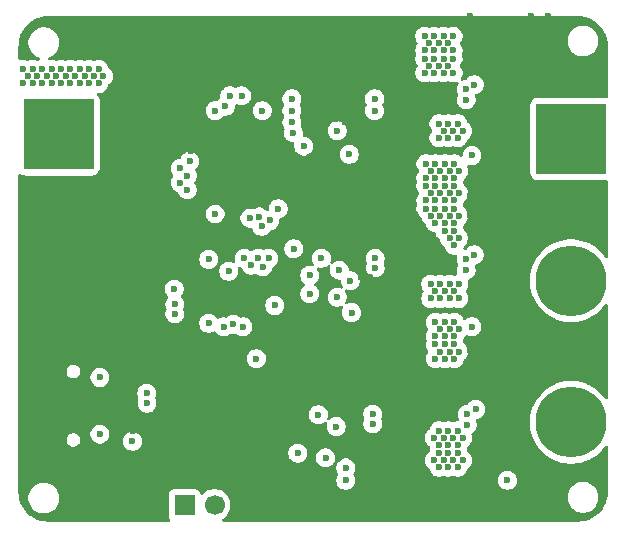
<source format=gbr>
%TF.GenerationSoftware,KiCad,Pcbnew,9.0.2*%
%TF.CreationDate,2025-07-01T21:57:16-05:00*%
%TF.ProjectId,testing3,74657374-696e-4673-932e-6b696361645f,rev?*%
%TF.SameCoordinates,Original*%
%TF.FileFunction,Copper,L2,Inr*%
%TF.FilePolarity,Positive*%
%FSLAX46Y46*%
G04 Gerber Fmt 4.6, Leading zero omitted, Abs format (unit mm)*
G04 Created by KiCad (PCBNEW 9.0.2) date 2025-07-01 21:57:16*
%MOMM*%
%LPD*%
G01*
G04 APERTURE LIST*
G04 Aperture macros list*
%AMRoundRect*
0 Rectangle with rounded corners*
0 $1 Rounding radius*
0 $2 $3 $4 $5 $6 $7 $8 $9 X,Y pos of 4 corners*
0 Add a 4 corners polygon primitive as box body*
4,1,4,$2,$3,$4,$5,$6,$7,$8,$9,$2,$3,0*
0 Add four circle primitives for the rounded corners*
1,1,$1+$1,$2,$3*
1,1,$1+$1,$4,$5*
1,1,$1+$1,$6,$7*
1,1,$1+$1,$8,$9*
0 Add four rect primitives between the rounded corners*
20,1,$1+$1,$2,$3,$4,$5,0*
20,1,$1+$1,$4,$5,$6,$7,0*
20,1,$1+$1,$6,$7,$8,$9,0*
20,1,$1+$1,$8,$9,$2,$3,0*%
G04 Aperture macros list end*
%TA.AperFunction,ComponentPad*%
%ADD10C,1.700000*%
%TD*%
%TA.AperFunction,ComponentPad*%
%ADD11R,1.700000X1.700000*%
%TD*%
%TA.AperFunction,ComponentPad*%
%ADD12C,6.000000*%
%TD*%
%TA.AperFunction,ComponentPad*%
%ADD13RoundRect,0.250002X-2.749998X2.749998X-2.749998X-2.749998X2.749998X-2.749998X2.749998X2.749998X0*%
%TD*%
%TA.AperFunction,HeatsinkPad*%
%ADD14O,1.600000X1.000000*%
%TD*%
%TA.AperFunction,HeatsinkPad*%
%ADD15O,2.100000X1.000000*%
%TD*%
%TA.AperFunction,HeatsinkPad*%
%ADD16C,0.500000*%
%TD*%
%TA.AperFunction,ViaPad*%
%ADD17C,0.600000*%
%TD*%
G04 APERTURE END LIST*
D10*
%TO.N,GND*%
%TO.C,J2*%
X212840000Y-130700000D03*
%TO.N,PWM-In*%
X210300000Y-130700000D03*
D11*
%TO.N,+3V3*%
X207760000Y-130700000D03*
%TD*%
D12*
%TO.N,GND*%
%TO.C,J3*%
X197100000Y-111300000D03*
D13*
%TO.N,Vin*%
X197100000Y-99300000D03*
%TD*%
%TO.N,MOT1*%
%TO.C,J4*%
X240500000Y-99700000D03*
D12*
%TO.N,MOT2*%
X240500000Y-111700000D03*
%TO.N,MOT3*%
X240500000Y-123700000D03*
%TD*%
D14*
%TO.N,GND*%
%TO.C,J1*%
X194665000Y-126610000D03*
D15*
X198845000Y-126610000D03*
D14*
X194665000Y-117970000D03*
D15*
X198845000Y-117970000D03*
%TD*%
D16*
%TO.N,GND*%
%TO.C,U9*%
X202950000Y-105600000D03*
X203700000Y-105600000D03*
X204450000Y-105600000D03*
%TD*%
D17*
%TO.N,MOT1*%
X221720000Y-101000000D03*
%TO.N,Vin*%
X230200000Y-113200000D03*
X228600000Y-113200000D03*
X231000000Y-113200000D03*
X230600000Y-112600000D03*
X228600000Y-112000000D03*
X229400000Y-112000000D03*
X229400000Y-113200000D03*
X231000000Y-112000000D03*
X229800000Y-112600000D03*
X230200000Y-112000000D03*
X229000000Y-112600000D03*
X230100000Y-127500000D03*
X230900000Y-127500000D03*
X230500000Y-126900000D03*
X229300000Y-126300000D03*
X229300000Y-127500000D03*
X230900000Y-126300000D03*
X231300000Y-126900000D03*
X229700000Y-126900000D03*
X230100000Y-126300000D03*
X228900000Y-126900000D03*
X230100000Y-125600000D03*
X230900000Y-125600000D03*
X230500000Y-125000000D03*
X229300000Y-124400000D03*
X229300000Y-125600000D03*
X230900000Y-124400000D03*
X231300000Y-125000000D03*
X229700000Y-125000000D03*
X230100000Y-124400000D03*
X228900000Y-125000000D03*
X228100000Y-92200000D03*
X229700000Y-92200000D03*
X230500000Y-92200000D03*
X229700000Y-91000000D03*
X228900000Y-92200000D03*
X230100000Y-91600000D03*
X228500000Y-91600000D03*
X228900000Y-91000000D03*
X230500000Y-91000000D03*
X229300000Y-91600000D03*
X228100000Y-91000000D03*
X230100000Y-99600000D03*
X230900000Y-99600000D03*
X230500000Y-99000000D03*
X229300000Y-98400000D03*
X229300000Y-99600000D03*
X230900000Y-98400000D03*
X231300000Y-99000000D03*
X229700000Y-99000000D03*
X230100000Y-98400000D03*
X228100000Y-94100000D03*
X229700000Y-94100000D03*
X230500000Y-94100000D03*
X229700000Y-92900000D03*
X228900000Y-94100000D03*
X230100000Y-93500000D03*
X228500000Y-93500000D03*
X228900000Y-92900000D03*
X230500000Y-92900000D03*
X229300000Y-93500000D03*
X228100000Y-92900000D03*
X229800000Y-118300000D03*
X230600000Y-118300000D03*
X229800000Y-117100000D03*
X229000000Y-118300000D03*
X230200000Y-117700000D03*
X229000000Y-117100000D03*
X230600000Y-117100000D03*
X229400000Y-117700000D03*
X231000000Y-117700000D03*
X229800000Y-116400000D03*
X230600000Y-116400000D03*
X229800000Y-115200000D03*
X229000000Y-116400000D03*
X230200000Y-115800000D03*
X229000000Y-115200000D03*
X230600000Y-115200000D03*
X229400000Y-115800000D03*
X231000000Y-115800000D03*
X228200000Y-103000000D03*
X229800000Y-103000000D03*
X230600000Y-103000000D03*
X229800000Y-101800000D03*
X229000000Y-103000000D03*
X230200000Y-102400000D03*
X228600000Y-102400000D03*
X229000000Y-101800000D03*
X230600000Y-101800000D03*
X229400000Y-102400000D03*
X231000000Y-102400000D03*
X228200000Y-101800000D03*
X228200000Y-104900000D03*
X229800000Y-104900000D03*
X230600000Y-104900000D03*
X229800000Y-103700000D03*
X229000000Y-104900000D03*
X230200000Y-104300000D03*
X228600000Y-104300000D03*
X229000000Y-103700000D03*
X230600000Y-103700000D03*
X229400000Y-104300000D03*
X231000000Y-104300000D03*
X228200000Y-103700000D03*
X228200000Y-105600000D03*
X230600000Y-105600000D03*
X229800000Y-106800000D03*
X229400000Y-106200000D03*
X230200000Y-106200000D03*
X231000000Y-106200000D03*
X229000000Y-106800000D03*
X229800000Y-105600000D03*
X229000000Y-105600000D03*
X228600000Y-106200000D03*
X230600000Y-106800000D03*
X230600000Y-107500000D03*
X229800000Y-107500000D03*
X230200000Y-108100000D03*
X231000000Y-108100000D03*
X230600000Y-108700000D03*
X198900000Y-93800000D03*
X200500000Y-93800000D03*
X200100000Y-94400000D03*
X199700000Y-93800000D03*
X200900000Y-94400000D03*
X200500000Y-95000000D03*
X199700000Y-95000000D03*
X198900000Y-95000000D03*
X199300000Y-94400000D03*
X197700000Y-94400000D03*
X196500000Y-95000000D03*
X198500000Y-94400000D03*
X198100000Y-93800000D03*
X198100000Y-95000000D03*
X197300000Y-93800000D03*
X196500000Y-93800000D03*
X197300000Y-95000000D03*
X196900000Y-94400000D03*
X196100000Y-94400000D03*
X195700000Y-93800000D03*
X195700000Y-95000000D03*
X195300000Y-94400000D03*
X194900000Y-93800000D03*
X194100000Y-93800000D03*
X194500000Y-94400000D03*
X194900000Y-95000000D03*
X194100000Y-95000000D03*
%TO.N,MOT1*%
X232100000Y-101100000D03*
X217850000Y-100300000D03*
%TO.N,Net-(Q1-G)*%
X231600000Y-96400000D03*
X223850000Y-97300000D03*
%TO.N,GND*%
X231900000Y-93300000D03*
X205800000Y-112900000D03*
X238500000Y-118000000D03*
X237800000Y-106400000D03*
X212850000Y-127200000D03*
X202000000Y-126400000D03*
X219650000Y-129800000D03*
X195750000Y-122200000D03*
X240600000Y-107200000D03*
X239200000Y-93600000D03*
X232600000Y-91300000D03*
X237100000Y-117200000D03*
X237100000Y-90900000D03*
X198800000Y-107100000D03*
X237000000Y-131700000D03*
X238500000Y-90900000D03*
X205800000Y-112200000D03*
X206850000Y-123100000D03*
X214000000Y-126600000D03*
X234700000Y-131700000D03*
X214350000Y-127900000D03*
X218900000Y-128600000D03*
X197250000Y-105900000D03*
X219250000Y-129200000D03*
X205150000Y-97900000D03*
X238500000Y-106100000D03*
X200500000Y-128300000D03*
X204000000Y-97300000D03*
X243400000Y-106400000D03*
X237800000Y-117500000D03*
X232600000Y-107300000D03*
X213600000Y-127900000D03*
X239900000Y-104500000D03*
X231900000Y-120800000D03*
X240600000Y-105600000D03*
X210000000Y-123200000D03*
X222800000Y-107200000D03*
X242000000Y-107200000D03*
X213800000Y-111800000D03*
X239200000Y-105600000D03*
X239900000Y-103700000D03*
X214000000Y-128500000D03*
X222200000Y-130800000D03*
X237100000Y-92500000D03*
X238500000Y-104500000D03*
X239900000Y-105300000D03*
X239900000Y-117200000D03*
X204750000Y-100400000D03*
X239200000Y-118300000D03*
X243400000Y-119100000D03*
X206200000Y-129900000D03*
X200300000Y-105900000D03*
X199950000Y-106500000D03*
X239900000Y-118800000D03*
X202000000Y-128300000D03*
X195350000Y-106500000D03*
X213400000Y-101100000D03*
X242700000Y-104500000D03*
X232600000Y-105700000D03*
X204100000Y-124100000D03*
X194550000Y-106500000D03*
X243400000Y-104800000D03*
X237100000Y-91700000D03*
X223300000Y-116600000D03*
X236250000Y-131700000D03*
X208380000Y-116600000D03*
X231900000Y-119200000D03*
X222250000Y-119800000D03*
X232600000Y-92900000D03*
X199150000Y-106500000D03*
X204350000Y-99800000D03*
X232600000Y-104900000D03*
X222900000Y-130500000D03*
X210500000Y-112800000D03*
X242700000Y-106100000D03*
X205500000Y-99200000D03*
X239200000Y-90400000D03*
X222700000Y-111400000D03*
X205150000Y-99800000D03*
X204750000Y-99200000D03*
X239900000Y-106100000D03*
X236250000Y-130500000D03*
X240600000Y-104800000D03*
X220600000Y-98050000D03*
X231900000Y-105300000D03*
X212000000Y-113200000D03*
X202000000Y-129500000D03*
X237800000Y-105600000D03*
X242000000Y-117500000D03*
X241300000Y-104500000D03*
X201250000Y-128300000D03*
X210000000Y-129100000D03*
X242000000Y-116700000D03*
X222600000Y-99050000D03*
X196850000Y-106500000D03*
X196500000Y-107100000D03*
X243400000Y-107200000D03*
X196100000Y-106500000D03*
X241300000Y-106900000D03*
X194950000Y-107100000D03*
X220400000Y-131700000D03*
X237100000Y-93300000D03*
X205200000Y-108680000D03*
X237800000Y-107200000D03*
X238500000Y-93200000D03*
X231900000Y-89300000D03*
X195700000Y-107100000D03*
X197250000Y-107100000D03*
X200500000Y-127600000D03*
X239900000Y-106900000D03*
X237800000Y-92800000D03*
X201650000Y-127000000D03*
X222900000Y-116000000D03*
X222850000Y-99800000D03*
X218900000Y-130500000D03*
X239200000Y-104000000D03*
X243400000Y-116700000D03*
X214350000Y-127200000D03*
X220400000Y-130500000D03*
X205000000Y-112300000D03*
X204350000Y-97900000D03*
X239900000Y-118000000D03*
X205700000Y-122500000D03*
X215750000Y-118400000D03*
X231900000Y-91700000D03*
X239200000Y-89600000D03*
X240600000Y-118300000D03*
X218900000Y-131700000D03*
X223200000Y-103200000D03*
X237750000Y-130500000D03*
X237800000Y-116700000D03*
X243300000Y-93600000D03*
X213400000Y-102300000D03*
X213200000Y-128500000D03*
X242000000Y-119100000D03*
X231900000Y-117600000D03*
X211100000Y-112200000D03*
X209600000Y-128500000D03*
X222900000Y-131900000D03*
X219650000Y-130500000D03*
X216500000Y-119600000D03*
X234750000Y-130500000D03*
X211900000Y-101100000D03*
X238500000Y-117200000D03*
X201250000Y-127600000D03*
X232600000Y-119600000D03*
X195400000Y-122800000D03*
X239200000Y-104800000D03*
X196150000Y-122800000D03*
X213600000Y-126000000D03*
X222600000Y-120400000D03*
X215350000Y-119000000D03*
X237800000Y-92000000D03*
X238500000Y-90100000D03*
X222150000Y-116000000D03*
X232600000Y-120400000D03*
X236650000Y-131100000D03*
X201250000Y-126400000D03*
X211100000Y-122100000D03*
X232600000Y-106500000D03*
X205800000Y-113600000D03*
X237100000Y-90100000D03*
X223400000Y-120400000D03*
X232600000Y-118000000D03*
X214350000Y-129100000D03*
X241300000Y-118800000D03*
X212850000Y-129100000D03*
X216700000Y-116800000D03*
X231900000Y-90100000D03*
X231900000Y-121600000D03*
X222200000Y-131500000D03*
X237100000Y-106900000D03*
X220400000Y-129800000D03*
X221800000Y-99000000D03*
X210800000Y-123200000D03*
X237100000Y-106100000D03*
X219850000Y-98300000D03*
X243400000Y-117500000D03*
X223650000Y-116000000D03*
X237100000Y-118800000D03*
X212650000Y-101100000D03*
X206450000Y-122500000D03*
X213600000Y-129100000D03*
X209600000Y-121000000D03*
X223650000Y-117200000D03*
X194950000Y-105900000D03*
X206450000Y-123700000D03*
X242700000Y-106900000D03*
X210400000Y-128500000D03*
X237800000Y-91200000D03*
X238500000Y-106900000D03*
X235500000Y-130500000D03*
X206200000Y-128500000D03*
X237100000Y-118000000D03*
X237800000Y-90400000D03*
X241300000Y-105300000D03*
X200850000Y-128900000D03*
X241300000Y-117200000D03*
X206200000Y-130600000D03*
X204000000Y-100400000D03*
X198000000Y-107100000D03*
X219650000Y-131700000D03*
X197650000Y-106500000D03*
X239200000Y-107200000D03*
X202500000Y-120400000D03*
X232600000Y-93700000D03*
X202000000Y-127600000D03*
X232600000Y-90500000D03*
X240600000Y-106400000D03*
X212500000Y-112600000D03*
X243400000Y-104000000D03*
X237800000Y-89600000D03*
X237100000Y-89300000D03*
X211900000Y-102300000D03*
X194200000Y-105900000D03*
X236600000Y-129900000D03*
X237400000Y-131100000D03*
X222900000Y-131200000D03*
X232600000Y-118800000D03*
X209500000Y-121800000D03*
X237400000Y-129900000D03*
X231900000Y-120000000D03*
X215750000Y-119600000D03*
X231900000Y-94100000D03*
X231900000Y-103700000D03*
X205700000Y-123700000D03*
X239200000Y-116700000D03*
X219250000Y-131100000D03*
X242700000Y-117200000D03*
X204750000Y-98500000D03*
X204000000Y-98500000D03*
X200500000Y-129500000D03*
X231900000Y-106900000D03*
X231900000Y-104500000D03*
X222900000Y-117200000D03*
X198400000Y-106500000D03*
X222000000Y-98000000D03*
X222800000Y-108000000D03*
X203400000Y-123700000D03*
X218900000Y-129800000D03*
X242700000Y-105300000D03*
X208380000Y-117600000D03*
X235100000Y-129900000D03*
X199550000Y-105900000D03*
X237800000Y-93600000D03*
X223500000Y-113400000D03*
X214350000Y-126000000D03*
X204750000Y-97300000D03*
X207200000Y-123700000D03*
X232600000Y-121200000D03*
X205500000Y-97300000D03*
X220050000Y-131100000D03*
X242000000Y-118300000D03*
X222900000Y-129800000D03*
X239200000Y-92800000D03*
X208340000Y-100760000D03*
X235900000Y-129900000D03*
X240600000Y-119100000D03*
X237100000Y-104500000D03*
X222700000Y-112600000D03*
X223000000Y-119800000D03*
X232600000Y-92100000D03*
X231900000Y-116800000D03*
X206050000Y-123100000D03*
X240600000Y-116700000D03*
X223500000Y-113400000D03*
X242000000Y-105600000D03*
X202290000Y-108800000D03*
X231900000Y-92500000D03*
X239200000Y-92000000D03*
X232600000Y-108100000D03*
X242700000Y-118000000D03*
X221350000Y-98300000D03*
X238500000Y-92500000D03*
X196550000Y-122200000D03*
X242000000Y-104000000D03*
X237800000Y-104000000D03*
X210400000Y-122600000D03*
X231900000Y-107700000D03*
X240600000Y-117500000D03*
X242700000Y-103700000D03*
X196900000Y-122800000D03*
X237100000Y-103700000D03*
X200500000Y-126400000D03*
X243400000Y-105600000D03*
X238500000Y-118800000D03*
X198000000Y-105900000D03*
X237800000Y-104800000D03*
X240600000Y-104000000D03*
X232600000Y-117200000D03*
X242700000Y-118800000D03*
X203400000Y-124400000D03*
X212650000Y-102300000D03*
X241300000Y-118000000D03*
X231900000Y-118400000D03*
X238500000Y-103700000D03*
X223500000Y-112600000D03*
X231900000Y-90900000D03*
X237000000Y-130500000D03*
X200850000Y-127000000D03*
X194200000Y-107100000D03*
X210400000Y-112100000D03*
X213000000Y-112000000D03*
X200300000Y-107100000D03*
X201250000Y-129500000D03*
X201650000Y-128900000D03*
X213200000Y-126600000D03*
X239200000Y-117500000D03*
X223600000Y-131600000D03*
X199550000Y-107100000D03*
X195700000Y-105900000D03*
X239200000Y-119100000D03*
X205500000Y-98500000D03*
X241300000Y-103700000D03*
X222500000Y-116600000D03*
X196900000Y-121600000D03*
X222150000Y-117200000D03*
X223100000Y-112000000D03*
X237800000Y-118300000D03*
X237100000Y-105300000D03*
X198800000Y-105900000D03*
X216500000Y-118400000D03*
X213050000Y-101700000D03*
X222250000Y-121000000D03*
X212850000Y-126000000D03*
X223750000Y-121000000D03*
X222600000Y-98300000D03*
X231900000Y-108500000D03*
X206900000Y-128800000D03*
X213600000Y-127200000D03*
X242000000Y-106400000D03*
X232600000Y-89700000D03*
X222850000Y-102600000D03*
X235100000Y-131100000D03*
X207200000Y-122500000D03*
X204000000Y-99200000D03*
X223500000Y-111400000D03*
X232600000Y-104100000D03*
X196500000Y-105900000D03*
X215000000Y-119600000D03*
X206200000Y-129200000D03*
X223000000Y-121000000D03*
X231900000Y-106100000D03*
X235500000Y-131700000D03*
X206200000Y-131300000D03*
X223600000Y-108000000D03*
X216150000Y-119000000D03*
X212850000Y-127900000D03*
X238500000Y-89300000D03*
X238500000Y-105300000D03*
X212250000Y-101700000D03*
X196150000Y-121600000D03*
X239200000Y-91200000D03*
X211500000Y-113800000D03*
X205800000Y-111500000D03*
X235850000Y-131100000D03*
X238500000Y-91700000D03*
X222850000Y-103800000D03*
X241300000Y-106100000D03*
X239200000Y-106400000D03*
X242000000Y-104800000D03*
X215000000Y-118400000D03*
X195400000Y-121600000D03*
X223750000Y-119800000D03*
X243400000Y-118300000D03*
X237800000Y-119100000D03*
%TO.N,Net-(Q3-G)*%
X223850000Y-96300000D03*
X231600000Y-95500000D03*
%TO.N,Net-(D2-A)*%
X200600000Y-119890000D03*
X200600000Y-124690000D03*
%TO.N,SD2*%
X213300000Y-106400000D03*
X213400000Y-110400000D03*
%TO.N,In1*%
X211100000Y-115600000D03*
X214300000Y-107100000D03*
%TO.N,In2*%
X214100000Y-106300000D03*
X211900000Y-115400000D03*
%TO.N,In3*%
X212700000Y-115600000D03*
X215700000Y-105600000D03*
%TO.N,SD3*%
X215000000Y-106600000D03*
X212800000Y-109800000D03*
%TO.N,D-*%
X206950000Y-113700000D03*
X204550000Y-121250000D03*
%TO.N,D+*%
X206949943Y-114500000D03*
X204586912Y-122086912D03*
%TO.N,MOT2*%
X216850000Y-97300000D03*
X232100000Y-115600000D03*
X221900000Y-114400000D03*
%TO.N,Net-(Q2-G)*%
X231600000Y-110800000D03*
X223900000Y-110600000D03*
%TO.N,Net-(Q4-G)*%
X223900000Y-109800000D03*
X231600000Y-109900000D03*
%TO.N,MOT3*%
X221410000Y-128600000D03*
X235100000Y-128600000D03*
X211600000Y-96050000D03*
%TO.N,Net-(Q5-G)*%
X223700000Y-123800000D03*
X231700000Y-123900000D03*
%TO.N,Net-(Q6-G)*%
X223700000Y-123000000D03*
X231700000Y-123000000D03*
%TO.N,V3*%
X219700000Y-126700000D03*
X215400000Y-113800000D03*
%TO.N,V1*%
X221800000Y-111700000D03*
X220700000Y-99000000D03*
%TO.N,V2*%
X217000000Y-109000000D03*
X220700000Y-113100000D03*
%TO.N,VNAT*%
X218350000Y-111250000D03*
X221420000Y-127550000D03*
%TO.N,SPA*%
X232300000Y-95100000D03*
X216975000Y-99175000D03*
%TO.N,SPB*%
X214350000Y-97300000D03*
X232300000Y-109500000D03*
%TO.N,SPC*%
X210350000Y-97300000D03*
X232400000Y-122600000D03*
%TO.N,GHB*%
X220850000Y-110800000D03*
X216850000Y-96300000D03*
%TO.N,GLB*%
X219350000Y-109800000D03*
X216850000Y-98300000D03*
%TO.N,GLC*%
X219100000Y-123050000D03*
X211225000Y-96925000D03*
%TO.N,GHC*%
X212600000Y-96050000D03*
X220600000Y-124050000D03*
%TO.N,+3V3*%
X209800000Y-109900000D03*
X211500000Y-110900000D03*
X208200000Y-101580000D03*
X209800000Y-115300000D03*
%TO.N,NSCS*%
X208000000Y-104000000D03*
X206900000Y-112400000D03*
%TO.N,SCLK*%
X214400000Y-110500000D03*
X207400000Y-103400000D03*
%TO.N,SDI*%
X214000000Y-109800000D03*
X208000000Y-102800000D03*
%TO.N,SDO*%
X210350000Y-106050000D03*
X207400000Y-102200000D03*
X214900000Y-109800000D03*
%TO.N,RST*%
X218350000Y-112800000D03*
X217350000Y-126300000D03*
%TO.N,BOOT*%
X213850000Y-118300000D03*
X203350000Y-125300000D03*
%TD*%
%TA.AperFunction,Conductor*%
%TO.N,GND*%
G36*
X241103736Y-89300726D02*
G01*
X241393796Y-89318271D01*
X241408659Y-89320076D01*
X241690798Y-89371780D01*
X241705335Y-89375363D01*
X241979172Y-89460695D01*
X241993163Y-89466000D01*
X242254743Y-89583727D01*
X242267989Y-89590680D01*
X242513465Y-89739075D01*
X242525776Y-89747573D01*
X242751573Y-89924473D01*
X242762781Y-89934403D01*
X242965596Y-90137218D01*
X242975526Y-90148426D01*
X243129359Y-90344780D01*
X243152422Y-90374217D01*
X243160926Y-90386537D01*
X243223297Y-90489711D01*
X243309316Y-90632004D01*
X243316275Y-90645263D01*
X243433997Y-90906831D01*
X243439306Y-90920832D01*
X243524635Y-91194663D01*
X243528219Y-91209201D01*
X243579923Y-91491340D01*
X243581728Y-91506205D01*
X243599274Y-91796263D01*
X243599500Y-91803750D01*
X243599500Y-96103462D01*
X243579815Y-96170501D01*
X243527011Y-96216256D01*
X243457853Y-96226200D01*
X243436497Y-96221168D01*
X243402798Y-96210001D01*
X243402794Y-96210000D01*
X243300008Y-96199500D01*
X237700000Y-96199500D01*
X237699983Y-96199501D01*
X237597204Y-96210000D01*
X237597201Y-96210001D01*
X237430669Y-96265185D01*
X237430664Y-96265187D01*
X237281343Y-96357290D01*
X237157290Y-96481343D01*
X237065187Y-96630664D01*
X237065186Y-96630667D01*
X237010001Y-96797204D01*
X237010001Y-96797205D01*
X237010000Y-96797205D01*
X236999500Y-96899985D01*
X236999500Y-102499999D01*
X236999501Y-102500016D01*
X237010000Y-102602795D01*
X237010001Y-102602798D01*
X237059886Y-102753339D01*
X237065186Y-102769333D01*
X237157289Y-102918655D01*
X237281345Y-103042711D01*
X237430667Y-103134814D01*
X237597204Y-103189999D01*
X237699993Y-103200500D01*
X243300006Y-103200499D01*
X243402796Y-103189999D01*
X243436495Y-103178831D01*
X243506324Y-103176430D01*
X243566366Y-103212162D01*
X243597559Y-103274682D01*
X243599500Y-103296538D01*
X243599500Y-109629222D01*
X243579815Y-109696261D01*
X243527011Y-109742016D01*
X243457853Y-109751960D01*
X243394297Y-109722935D01*
X243372398Y-109698113D01*
X243315024Y-109612248D01*
X243315019Y-109612240D01*
X243096828Y-109346373D01*
X243096827Y-109346372D01*
X243096823Y-109346367D01*
X242853632Y-109103176D01*
X242587765Y-108884985D01*
X242587764Y-108884984D01*
X242587760Y-108884981D01*
X242301787Y-108693900D01*
X242301782Y-108693897D01*
X242301775Y-108693893D01*
X241998469Y-108531772D01*
X241998464Y-108531770D01*
X241680706Y-108400150D01*
X241351572Y-108300308D01*
X241014248Y-108233210D01*
X241014249Y-108233210D01*
X240756456Y-108207821D01*
X240671969Y-108199500D01*
X240328031Y-108199500D01*
X240249966Y-108207188D01*
X239985750Y-108233210D01*
X239648427Y-108300308D01*
X239319293Y-108400150D01*
X239001535Y-108531770D01*
X239001530Y-108531772D01*
X238698224Y-108693893D01*
X238698206Y-108693904D01*
X238412248Y-108884975D01*
X238412234Y-108884985D01*
X238146367Y-109103176D01*
X237903176Y-109346367D01*
X237684985Y-109612234D01*
X237684975Y-109612248D01*
X237493904Y-109898206D01*
X237493893Y-109898224D01*
X237331772Y-110201530D01*
X237331770Y-110201535D01*
X237200150Y-110519293D01*
X237100308Y-110848427D01*
X237033210Y-111185750D01*
X237012060Y-111400500D01*
X236999500Y-111528031D01*
X236999500Y-111871969D01*
X237005559Y-111933489D01*
X237033210Y-112214249D01*
X237100308Y-112551572D01*
X237200150Y-112880706D01*
X237331770Y-113198464D01*
X237331772Y-113198469D01*
X237493893Y-113501775D01*
X237493904Y-113501793D01*
X237684975Y-113787751D01*
X237684985Y-113787765D01*
X237903176Y-114053632D01*
X238146367Y-114296823D01*
X238146372Y-114296827D01*
X238146373Y-114296828D01*
X238412240Y-114515019D01*
X238698213Y-114706100D01*
X238698222Y-114706105D01*
X238698224Y-114706106D01*
X239001530Y-114868227D01*
X239001532Y-114868227D01*
X239001538Y-114868231D01*
X239319295Y-114999850D01*
X239648422Y-115099690D01*
X239985750Y-115166789D01*
X240328031Y-115200500D01*
X240328034Y-115200500D01*
X240671966Y-115200500D01*
X240671969Y-115200500D01*
X241014250Y-115166789D01*
X241351578Y-115099690D01*
X241680705Y-114999850D01*
X241998462Y-114868231D01*
X242301787Y-114706100D01*
X242587760Y-114515019D01*
X242853627Y-114296828D01*
X243096828Y-114053627D01*
X243315019Y-113787760D01*
X243320975Y-113778846D01*
X243372398Y-113701887D01*
X243426010Y-113657081D01*
X243495335Y-113648374D01*
X243558362Y-113678528D01*
X243595082Y-113737971D01*
X243599500Y-113770777D01*
X243599500Y-121629222D01*
X243579815Y-121696261D01*
X243527011Y-121742016D01*
X243457853Y-121751960D01*
X243394297Y-121722935D01*
X243372398Y-121698113D01*
X243326337Y-121629179D01*
X243315019Y-121612240D01*
X243096828Y-121346373D01*
X243096827Y-121346372D01*
X243096823Y-121346367D01*
X242853632Y-121103176D01*
X242587765Y-120884985D01*
X242587764Y-120884984D01*
X242587760Y-120884981D01*
X242301787Y-120693900D01*
X242301782Y-120693897D01*
X242301775Y-120693893D01*
X241998469Y-120531772D01*
X241998464Y-120531770D01*
X241950218Y-120511786D01*
X241874115Y-120480263D01*
X241680706Y-120400150D01*
X241351572Y-120300308D01*
X241014248Y-120233210D01*
X241014249Y-120233210D01*
X240756456Y-120207821D01*
X240671969Y-120199500D01*
X240328031Y-120199500D01*
X240249966Y-120207188D01*
X239985750Y-120233210D01*
X239648427Y-120300308D01*
X239319293Y-120400150D01*
X239001535Y-120531770D01*
X239001530Y-120531772D01*
X238698224Y-120693893D01*
X238698206Y-120693904D01*
X238412248Y-120884975D01*
X238412234Y-120884985D01*
X238146367Y-121103176D01*
X237903176Y-121346367D01*
X237684985Y-121612234D01*
X237684975Y-121612248D01*
X237493904Y-121898206D01*
X237493893Y-121898224D01*
X237331772Y-122201530D01*
X237331770Y-122201535D01*
X237200150Y-122519293D01*
X237100308Y-122848427D01*
X237033210Y-123185750D01*
X237009236Y-123429179D01*
X236999500Y-123528031D01*
X236999500Y-123871969D01*
X237004257Y-123920264D01*
X237033210Y-124214249D01*
X237100308Y-124551572D01*
X237200150Y-124880706D01*
X237331770Y-125198464D01*
X237331772Y-125198469D01*
X237493893Y-125501775D01*
X237493904Y-125501793D01*
X237684975Y-125787751D01*
X237684985Y-125787765D01*
X237903176Y-126053632D01*
X238146367Y-126296823D01*
X238146372Y-126296827D01*
X238146373Y-126296828D01*
X238412240Y-126515019D01*
X238698213Y-126706100D01*
X238698222Y-126706105D01*
X238698224Y-126706106D01*
X239001530Y-126868227D01*
X239001532Y-126868227D01*
X239001538Y-126868231D01*
X239319295Y-126999850D01*
X239648422Y-127099690D01*
X239985750Y-127166789D01*
X240328031Y-127200500D01*
X240328034Y-127200500D01*
X240671966Y-127200500D01*
X240671969Y-127200500D01*
X241014250Y-127166789D01*
X241351578Y-127099690D01*
X241680705Y-126999850D01*
X241998462Y-126868231D01*
X242301787Y-126706100D01*
X242587760Y-126515019D01*
X242853627Y-126296828D01*
X243096828Y-126053627D01*
X243315019Y-125787760D01*
X243326367Y-125770777D01*
X243372398Y-125701887D01*
X243426010Y-125657081D01*
X243495335Y-125648374D01*
X243558362Y-125678528D01*
X243595082Y-125737971D01*
X243599500Y-125770777D01*
X243599500Y-129596249D01*
X243599274Y-129603736D01*
X243581728Y-129893794D01*
X243579923Y-129908659D01*
X243528219Y-130190798D01*
X243524635Y-130205336D01*
X243439306Y-130479167D01*
X243433997Y-130493168D01*
X243316275Y-130754736D01*
X243309316Y-130767995D01*
X243160928Y-131013459D01*
X243152422Y-131025782D01*
X242975526Y-131251573D01*
X242965596Y-131262781D01*
X242762781Y-131465596D01*
X242751573Y-131475526D01*
X242525782Y-131652422D01*
X242513459Y-131660928D01*
X242267995Y-131809316D01*
X242254736Y-131816275D01*
X241993168Y-131933997D01*
X241979167Y-131939306D01*
X241705336Y-132024635D01*
X241690798Y-132028219D01*
X241408659Y-132079923D01*
X241393794Y-132081728D01*
X241103736Y-132099274D01*
X241096249Y-132099500D01*
X211044555Y-132099500D01*
X210977516Y-132079815D01*
X210931761Y-132027011D01*
X210921817Y-131957853D01*
X210950842Y-131894297D01*
X210988261Y-131865015D01*
X210994796Y-131861684D01*
X211007816Y-131855051D01*
X211061187Y-131816275D01*
X211179786Y-131730109D01*
X211179788Y-131730106D01*
X211179792Y-131730104D01*
X211330104Y-131579792D01*
X211330106Y-131579788D01*
X211330109Y-131579786D01*
X211455048Y-131407820D01*
X211455047Y-131407820D01*
X211455051Y-131407816D01*
X211551557Y-131218412D01*
X211617246Y-131016243D01*
X211650500Y-130806287D01*
X211650500Y-130593713D01*
X211617246Y-130383757D01*
X211551557Y-130181588D01*
X211455051Y-129992184D01*
X211422694Y-129947648D01*
X240199500Y-129947648D01*
X240199500Y-130152351D01*
X240231522Y-130354534D01*
X240294781Y-130549223D01*
X240387715Y-130731613D01*
X240508028Y-130897213D01*
X240652786Y-131041971D01*
X240807749Y-131154556D01*
X240818390Y-131162287D01*
X240928541Y-131218412D01*
X241000776Y-131255218D01*
X241000778Y-131255218D01*
X241000781Y-131255220D01*
X241105137Y-131289127D01*
X241195465Y-131318477D01*
X241296557Y-131334488D01*
X241397648Y-131350500D01*
X241397649Y-131350500D01*
X241602351Y-131350500D01*
X241602352Y-131350500D01*
X241804534Y-131318477D01*
X241999219Y-131255220D01*
X242181610Y-131162287D01*
X242274590Y-131094732D01*
X242347213Y-131041971D01*
X242347215Y-131041968D01*
X242347219Y-131041966D01*
X242491966Y-130897219D01*
X242491968Y-130897215D01*
X242491971Y-130897213D01*
X242575960Y-130781610D01*
X242612287Y-130731610D01*
X242705220Y-130549219D01*
X242768477Y-130354534D01*
X242800500Y-130152352D01*
X242800500Y-129947648D01*
X242794325Y-129908659D01*
X242768477Y-129745465D01*
X242705218Y-129550776D01*
X242671503Y-129484607D01*
X242612287Y-129368390D01*
X242603218Y-129355908D01*
X242491971Y-129202786D01*
X242347213Y-129058028D01*
X242181613Y-128937715D01*
X242181612Y-128937714D01*
X242181610Y-128937713D01*
X242124653Y-128908691D01*
X241999223Y-128844781D01*
X241804534Y-128781522D01*
X241629995Y-128753878D01*
X241602352Y-128749500D01*
X241397648Y-128749500D01*
X241373329Y-128753351D01*
X241195465Y-128781522D01*
X241000776Y-128844781D01*
X240818386Y-128937715D01*
X240652786Y-129058028D01*
X240508028Y-129202786D01*
X240387715Y-129368386D01*
X240294781Y-129550776D01*
X240231522Y-129745465D01*
X240199500Y-129947648D01*
X211422694Y-129947648D01*
X211330109Y-129820213D01*
X211179786Y-129669890D01*
X211007820Y-129544951D01*
X210818414Y-129448444D01*
X210818413Y-129448443D01*
X210818412Y-129448443D01*
X210616243Y-129382754D01*
X210616241Y-129382753D01*
X210616240Y-129382753D01*
X210454957Y-129357208D01*
X210406287Y-129349500D01*
X210193713Y-129349500D01*
X210145042Y-129357208D01*
X209983760Y-129382753D01*
X209882672Y-129415598D01*
X209874094Y-129418386D01*
X209781585Y-129448444D01*
X209592179Y-129544951D01*
X209420215Y-129669889D01*
X209306673Y-129783431D01*
X209245350Y-129816915D01*
X209175658Y-129811931D01*
X209119725Y-129770059D01*
X209102810Y-129739082D01*
X209053797Y-129607671D01*
X209053793Y-129607664D01*
X208967547Y-129492455D01*
X208967544Y-129492452D01*
X208852335Y-129406206D01*
X208852328Y-129406202D01*
X208717482Y-129355908D01*
X208717483Y-129355908D01*
X208657883Y-129349501D01*
X208657881Y-129349500D01*
X208657873Y-129349500D01*
X208657864Y-129349500D01*
X206862129Y-129349500D01*
X206862123Y-129349501D01*
X206802516Y-129355908D01*
X206667671Y-129406202D01*
X206667664Y-129406206D01*
X206552455Y-129492452D01*
X206552452Y-129492455D01*
X206466206Y-129607664D01*
X206466202Y-129607671D01*
X206415908Y-129742517D01*
X206409501Y-129802116D01*
X206409500Y-129802135D01*
X206409500Y-131597870D01*
X206409501Y-131597876D01*
X206415908Y-131657483D01*
X206466202Y-131792328D01*
X206466206Y-131792335D01*
X206547695Y-131901189D01*
X206572113Y-131966653D01*
X206557262Y-132034926D01*
X206507857Y-132084332D01*
X206448429Y-132099500D01*
X196203751Y-132099500D01*
X196196264Y-132099274D01*
X195906205Y-132081728D01*
X195891340Y-132079923D01*
X195609201Y-132028219D01*
X195594663Y-132024635D01*
X195320832Y-131939306D01*
X195306831Y-131933997D01*
X195045263Y-131816275D01*
X195032004Y-131809316D01*
X195003902Y-131792328D01*
X194786537Y-131660926D01*
X194774217Y-131652422D01*
X194704590Y-131597873D01*
X194548426Y-131475526D01*
X194537218Y-131465596D01*
X194334403Y-131262781D01*
X194324473Y-131251573D01*
X194298493Y-131218412D01*
X194147573Y-131025776D01*
X194139075Y-131013465D01*
X193990680Y-130767989D01*
X193983727Y-130754743D01*
X193866000Y-130493163D01*
X193860693Y-130479167D01*
X193837436Y-130404534D01*
X193775363Y-130205335D01*
X193771780Y-130190798D01*
X193770092Y-130181585D01*
X193736384Y-129997648D01*
X194549500Y-129997648D01*
X194549500Y-130202351D01*
X194581522Y-130404534D01*
X194644781Y-130599223D01*
X194737715Y-130781613D01*
X194858028Y-130947213D01*
X195002786Y-131091971D01*
X195099566Y-131162284D01*
X195168390Y-131212287D01*
X195267490Y-131262781D01*
X195350776Y-131305218D01*
X195350778Y-131305218D01*
X195350781Y-131305220D01*
X195455137Y-131339127D01*
X195545465Y-131368477D01*
X195646557Y-131384488D01*
X195747648Y-131400500D01*
X195747649Y-131400500D01*
X195952351Y-131400500D01*
X195952352Y-131400500D01*
X196154534Y-131368477D01*
X196349219Y-131305220D01*
X196531610Y-131212287D01*
X196624590Y-131144732D01*
X196697213Y-131091971D01*
X196697215Y-131091968D01*
X196697219Y-131091966D01*
X196841966Y-130947219D01*
X196841968Y-130947215D01*
X196841971Y-130947213D01*
X196944358Y-130806287D01*
X196962287Y-130781610D01*
X197055220Y-130599219D01*
X197118477Y-130404534D01*
X197150500Y-130202352D01*
X197150500Y-129997648D01*
X197118477Y-129795466D01*
X197110842Y-129771969D01*
X197077675Y-129669890D01*
X197055220Y-129600781D01*
X197055218Y-129600778D01*
X197055218Y-129600776D01*
X197000025Y-129492455D01*
X196962287Y-129418390D01*
X196936396Y-129382754D01*
X196841971Y-129252786D01*
X196697213Y-129108028D01*
X196531613Y-128987715D01*
X196531612Y-128987714D01*
X196531610Y-128987713D01*
X196433480Y-128937713D01*
X196349223Y-128894781D01*
X196154534Y-128831522D01*
X195979995Y-128803878D01*
X195952352Y-128799500D01*
X195747648Y-128799500D01*
X195723329Y-128803351D01*
X195545465Y-128831522D01*
X195350776Y-128894781D01*
X195168386Y-128987715D01*
X195002786Y-129108028D01*
X194858028Y-129252786D01*
X194737715Y-129418386D01*
X194644781Y-129600776D01*
X194581522Y-129795465D01*
X194549500Y-129997648D01*
X193736384Y-129997648D01*
X193720076Y-129908658D01*
X193718271Y-129893794D01*
X193700726Y-129603736D01*
X193700500Y-129596249D01*
X193700500Y-128521153D01*
X220609500Y-128521153D01*
X220609500Y-128678846D01*
X220640261Y-128833489D01*
X220640264Y-128833501D01*
X220700602Y-128979172D01*
X220700609Y-128979185D01*
X220788210Y-129110288D01*
X220788213Y-129110292D01*
X220899707Y-129221786D01*
X220899711Y-129221789D01*
X221030814Y-129309390D01*
X221030827Y-129309397D01*
X221143119Y-129355909D01*
X221176503Y-129369737D01*
X221331153Y-129400499D01*
X221331156Y-129400500D01*
X221331158Y-129400500D01*
X221488844Y-129400500D01*
X221488845Y-129400499D01*
X221643497Y-129369737D01*
X221789179Y-129309394D01*
X221920289Y-129221789D01*
X222031789Y-129110289D01*
X222119394Y-128979179D01*
X222179737Y-128833497D01*
X222210500Y-128678842D01*
X222210500Y-128521158D01*
X222210500Y-128521155D01*
X222210499Y-128521153D01*
X234299500Y-128521153D01*
X234299500Y-128678846D01*
X234330261Y-128833489D01*
X234330264Y-128833501D01*
X234390602Y-128979172D01*
X234390609Y-128979185D01*
X234478210Y-129110288D01*
X234478213Y-129110292D01*
X234589707Y-129221786D01*
X234589711Y-129221789D01*
X234720814Y-129309390D01*
X234720827Y-129309397D01*
X234833119Y-129355909D01*
X234866503Y-129369737D01*
X235021153Y-129400499D01*
X235021156Y-129400500D01*
X235021158Y-129400500D01*
X235178844Y-129400500D01*
X235178845Y-129400499D01*
X235333497Y-129369737D01*
X235479179Y-129309394D01*
X235610289Y-129221789D01*
X235721789Y-129110289D01*
X235809394Y-128979179D01*
X235869737Y-128833497D01*
X235900500Y-128678842D01*
X235900500Y-128521158D01*
X235900500Y-128521155D01*
X235900499Y-128521153D01*
X235869738Y-128366510D01*
X235869737Y-128366503D01*
X235842398Y-128300500D01*
X235809397Y-128220827D01*
X235809390Y-128220814D01*
X235721789Y-128089711D01*
X235721786Y-128089707D01*
X235610292Y-127978213D01*
X235610288Y-127978210D01*
X235479185Y-127890609D01*
X235479172Y-127890602D01*
X235333501Y-127830264D01*
X235333489Y-127830261D01*
X235178845Y-127799500D01*
X235178842Y-127799500D01*
X235021158Y-127799500D01*
X235021155Y-127799500D01*
X234866510Y-127830261D01*
X234866498Y-127830264D01*
X234720827Y-127890602D01*
X234720814Y-127890609D01*
X234589711Y-127978210D01*
X234589707Y-127978213D01*
X234478213Y-128089707D01*
X234478210Y-128089711D01*
X234390609Y-128220814D01*
X234390602Y-128220827D01*
X234330264Y-128366498D01*
X234330261Y-128366510D01*
X234299500Y-128521153D01*
X222210499Y-128521153D01*
X222179738Y-128366510D01*
X222179737Y-128366503D01*
X222152398Y-128300500D01*
X222119397Y-128220827D01*
X222119390Y-128220814D01*
X222072991Y-128151373D01*
X222052113Y-128084695D01*
X222070598Y-128017315D01*
X222072992Y-128013590D01*
X222075199Y-128010288D01*
X222129394Y-127929179D01*
X222189737Y-127783497D01*
X222220500Y-127628842D01*
X222220500Y-127471158D01*
X222220500Y-127471155D01*
X222220499Y-127471153D01*
X222190788Y-127321789D01*
X222189737Y-127316503D01*
X222189735Y-127316498D01*
X222129397Y-127170827D01*
X222129390Y-127170814D01*
X222041789Y-127039711D01*
X222041786Y-127039707D01*
X221930292Y-126928213D01*
X221930288Y-126928210D01*
X221799185Y-126840609D01*
X221799172Y-126840602D01*
X221653501Y-126780264D01*
X221653489Y-126780261D01*
X221498845Y-126749500D01*
X221498842Y-126749500D01*
X221341158Y-126749500D01*
X221341155Y-126749500D01*
X221186510Y-126780261D01*
X221186498Y-126780264D01*
X221040827Y-126840602D01*
X221040814Y-126840609D01*
X220909711Y-126928210D01*
X220909707Y-126928213D01*
X220798213Y-127039707D01*
X220798210Y-127039711D01*
X220710609Y-127170814D01*
X220710602Y-127170827D01*
X220650264Y-127316498D01*
X220650261Y-127316510D01*
X220619500Y-127471153D01*
X220619500Y-127628846D01*
X220650261Y-127783489D01*
X220650264Y-127783501D01*
X220710602Y-127929172D01*
X220710612Y-127929190D01*
X220757008Y-127998627D01*
X220777886Y-128065304D01*
X220759401Y-128132684D01*
X220757008Y-128136407D01*
X220700612Y-128220809D01*
X220700602Y-128220827D01*
X220640264Y-128366498D01*
X220640261Y-128366510D01*
X220609500Y-128521153D01*
X193700500Y-128521153D01*
X193700500Y-126221153D01*
X216549500Y-126221153D01*
X216549500Y-126378846D01*
X216580261Y-126533489D01*
X216580264Y-126533501D01*
X216640602Y-126679172D01*
X216640609Y-126679185D01*
X216728210Y-126810288D01*
X216728213Y-126810292D01*
X216839707Y-126921786D01*
X216839711Y-126921789D01*
X216970814Y-127009390D01*
X216970827Y-127009397D01*
X217044013Y-127039711D01*
X217116503Y-127069737D01*
X217267086Y-127099690D01*
X217271153Y-127100499D01*
X217271156Y-127100500D01*
X217271158Y-127100500D01*
X217428844Y-127100500D01*
X217428845Y-127100499D01*
X217583497Y-127069737D01*
X217729179Y-127009394D01*
X217860289Y-126921789D01*
X217971789Y-126810289D01*
X218059394Y-126679179D01*
X218083429Y-126621153D01*
X218899500Y-126621153D01*
X218899500Y-126778846D01*
X218930261Y-126933489D01*
X218930264Y-126933501D01*
X218990602Y-127079172D01*
X218990609Y-127079185D01*
X219078210Y-127210288D01*
X219078213Y-127210292D01*
X219189707Y-127321786D01*
X219189711Y-127321789D01*
X219320814Y-127409390D01*
X219320827Y-127409397D01*
X219466498Y-127469735D01*
X219466503Y-127469737D01*
X219621153Y-127500499D01*
X219621156Y-127500500D01*
X219621158Y-127500500D01*
X219778844Y-127500500D01*
X219778845Y-127500499D01*
X219933497Y-127469737D01*
X220079179Y-127409394D01*
X220210289Y-127321789D01*
X220321789Y-127210289D01*
X220409394Y-127079179D01*
X220469737Y-126933497D01*
X220500500Y-126778842D01*
X220500500Y-126621158D01*
X220500500Y-126621155D01*
X220500499Y-126621153D01*
X220480543Y-126520827D01*
X220469737Y-126466503D01*
X220437929Y-126389711D01*
X220409397Y-126320827D01*
X220409390Y-126320814D01*
X220321789Y-126189711D01*
X220321786Y-126189707D01*
X220210292Y-126078213D01*
X220210288Y-126078210D01*
X220079185Y-125990609D01*
X220079172Y-125990602D01*
X219933501Y-125930264D01*
X219933489Y-125930261D01*
X219778845Y-125899500D01*
X219778842Y-125899500D01*
X219621158Y-125899500D01*
X219621155Y-125899500D01*
X219466510Y-125930261D01*
X219466498Y-125930264D01*
X219320827Y-125990602D01*
X219320814Y-125990609D01*
X219189711Y-126078210D01*
X219189707Y-126078213D01*
X219078213Y-126189707D01*
X219078210Y-126189711D01*
X218990609Y-126320814D01*
X218990602Y-126320827D01*
X218930264Y-126466498D01*
X218930261Y-126466510D01*
X218899500Y-126621153D01*
X218083429Y-126621153D01*
X218105603Y-126567621D01*
X218105605Y-126567614D01*
X218119737Y-126533497D01*
X218150500Y-126378842D01*
X218150500Y-126221158D01*
X218150500Y-126221155D01*
X218150499Y-126221153D01*
X218122066Y-126078211D01*
X218119737Y-126066503D01*
X218088298Y-125990602D01*
X218059397Y-125920827D01*
X218059390Y-125920814D01*
X217971789Y-125789711D01*
X217971786Y-125789707D01*
X217860292Y-125678213D01*
X217860288Y-125678210D01*
X217729185Y-125590609D01*
X217729172Y-125590602D01*
X217583501Y-125530264D01*
X217583489Y-125530261D01*
X217428845Y-125499500D01*
X217428842Y-125499500D01*
X217271158Y-125499500D01*
X217271155Y-125499500D01*
X217116510Y-125530261D01*
X217116498Y-125530264D01*
X216970827Y-125590602D01*
X216970814Y-125590609D01*
X216839711Y-125678210D01*
X216839707Y-125678213D01*
X216728213Y-125789707D01*
X216728210Y-125789711D01*
X216640609Y-125920814D01*
X216640602Y-125920827D01*
X216580264Y-126066498D01*
X216580261Y-126066510D01*
X216549500Y-126221153D01*
X193700500Y-126221153D01*
X193700500Y-125104234D01*
X197769500Y-125104234D01*
X197769500Y-125255765D01*
X197808719Y-125402136D01*
X197841976Y-125459737D01*
X197884485Y-125533365D01*
X197991635Y-125640515D01*
X198122865Y-125716281D01*
X198269234Y-125755500D01*
X198269236Y-125755500D01*
X198420764Y-125755500D01*
X198420766Y-125755500D01*
X198567135Y-125716281D01*
X198698365Y-125640515D01*
X198805515Y-125533365D01*
X198881281Y-125402135D01*
X198920500Y-125255766D01*
X198920500Y-125104234D01*
X198881281Y-124957865D01*
X198805515Y-124826635D01*
X198698365Y-124719485D01*
X198617749Y-124672941D01*
X198567136Y-124643719D01*
X198481700Y-124620827D01*
X198445596Y-124611153D01*
X199799500Y-124611153D01*
X199799500Y-124768846D01*
X199830261Y-124923489D01*
X199830264Y-124923501D01*
X199890602Y-125069172D01*
X199890609Y-125069185D01*
X199978210Y-125200288D01*
X199978213Y-125200292D01*
X200089707Y-125311786D01*
X200089711Y-125311789D01*
X200220814Y-125399390D01*
X200220827Y-125399397D01*
X200366498Y-125459735D01*
X200366503Y-125459737D01*
X200521153Y-125490499D01*
X200521156Y-125490500D01*
X200521158Y-125490500D01*
X200678844Y-125490500D01*
X200678845Y-125490499D01*
X200833497Y-125459737D01*
X200979179Y-125399394D01*
X201110289Y-125311789D01*
X201200925Y-125221153D01*
X202549500Y-125221153D01*
X202549500Y-125378846D01*
X202580261Y-125533489D01*
X202580264Y-125533501D01*
X202640602Y-125679172D01*
X202640609Y-125679185D01*
X202728210Y-125810288D01*
X202728213Y-125810292D01*
X202839707Y-125921786D01*
X202839711Y-125921789D01*
X202970814Y-126009390D01*
X202970827Y-126009397D01*
X203108710Y-126066509D01*
X203116503Y-126069737D01*
X203271153Y-126100499D01*
X203271156Y-126100500D01*
X203271158Y-126100500D01*
X203428844Y-126100500D01*
X203428845Y-126100499D01*
X203439179Y-126098443D01*
X203464287Y-126093450D01*
X203464292Y-126093449D01*
X203549800Y-126076439D01*
X203583497Y-126069737D01*
X203729179Y-126009394D01*
X203860289Y-125921789D01*
X203971789Y-125810289D01*
X204059394Y-125679179D01*
X204119737Y-125533497D01*
X204150500Y-125378842D01*
X204150500Y-125221158D01*
X204150500Y-125221155D01*
X204150499Y-125221153D01*
X204135585Y-125146175D01*
X204119737Y-125066503D01*
X204074738Y-124957865D01*
X204059532Y-124921153D01*
X228099500Y-124921153D01*
X228099500Y-125078846D01*
X228130261Y-125233489D01*
X228130264Y-125233501D01*
X228190602Y-125379172D01*
X228190609Y-125379185D01*
X228278210Y-125510288D01*
X228278213Y-125510292D01*
X228389707Y-125621786D01*
X228389711Y-125621789D01*
X228460534Y-125669112D01*
X228476705Y-125688462D01*
X228495799Y-125704928D01*
X228500817Y-125717313D01*
X228505339Y-125722724D01*
X228510537Y-125736998D01*
X228512152Y-125742452D01*
X228530263Y-125833497D01*
X228561351Y-125908552D01*
X228563197Y-125914784D01*
X228563264Y-125943476D01*
X228566333Y-125972018D01*
X228563356Y-125982156D01*
X228563362Y-125984653D01*
X228561995Y-125986791D01*
X228558865Y-125997447D01*
X228535594Y-126053632D01*
X228530262Y-126066506D01*
X228530261Y-126066509D01*
X228513260Y-126151977D01*
X228480875Y-126213888D01*
X228460536Y-126230886D01*
X228460535Y-126230887D01*
X228389713Y-126278210D01*
X228389707Y-126278214D01*
X228389704Y-126278217D01*
X228278213Y-126389707D01*
X228278210Y-126389711D01*
X228190609Y-126520814D01*
X228190602Y-126520827D01*
X228130264Y-126666498D01*
X228130261Y-126666510D01*
X228099500Y-126821153D01*
X228099500Y-126978846D01*
X228130261Y-127133489D01*
X228130264Y-127133501D01*
X228190602Y-127279172D01*
X228190609Y-127279185D01*
X228278210Y-127410288D01*
X228278213Y-127410292D01*
X228389707Y-127521786D01*
X228389711Y-127521789D01*
X228460534Y-127569112D01*
X228505339Y-127622724D01*
X228513260Y-127648022D01*
X228530261Y-127733491D01*
X228530264Y-127733501D01*
X228590602Y-127879172D01*
X228590609Y-127879185D01*
X228678210Y-128010288D01*
X228678213Y-128010292D01*
X228789707Y-128121786D01*
X228789711Y-128121789D01*
X228920814Y-128209390D01*
X228920827Y-128209397D01*
X229066498Y-128269735D01*
X229066503Y-128269737D01*
X229221153Y-128300499D01*
X229221156Y-128300500D01*
X229221158Y-128300500D01*
X229378844Y-128300500D01*
X229378845Y-128300499D01*
X229533497Y-128269737D01*
X229651592Y-128220821D01*
X229652548Y-128220425D01*
X229722017Y-128212956D01*
X229747452Y-128220425D01*
X229748408Y-128220821D01*
X229866503Y-128269737D01*
X230021153Y-128300499D01*
X230021156Y-128300500D01*
X230021158Y-128300500D01*
X230178844Y-128300500D01*
X230178845Y-128300499D01*
X230333497Y-128269737D01*
X230451592Y-128220821D01*
X230452548Y-128220425D01*
X230522017Y-128212956D01*
X230547452Y-128220425D01*
X230548408Y-128220821D01*
X230666503Y-128269737D01*
X230821153Y-128300499D01*
X230821156Y-128300500D01*
X230821158Y-128300500D01*
X230978844Y-128300500D01*
X230978845Y-128300499D01*
X231133497Y-128269737D01*
X231251592Y-128220821D01*
X231279172Y-128209397D01*
X231279172Y-128209396D01*
X231279179Y-128209394D01*
X231410289Y-128121789D01*
X231521789Y-128010289D01*
X231609394Y-127879179D01*
X231669737Y-127733497D01*
X231686739Y-127648021D01*
X231719121Y-127586113D01*
X231739459Y-127569115D01*
X231810289Y-127521789D01*
X231921789Y-127410289D01*
X232009394Y-127279179D01*
X232069737Y-127133497D01*
X232100500Y-126978842D01*
X232100500Y-126821158D01*
X232100500Y-126821155D01*
X232100499Y-126821153D01*
X232092365Y-126780261D01*
X232069737Y-126666503D01*
X232050955Y-126621158D01*
X232009397Y-126520827D01*
X232009390Y-126520814D01*
X231921789Y-126389711D01*
X231921786Y-126389707D01*
X231810289Y-126278210D01*
X231739464Y-126230887D01*
X231723295Y-126211539D01*
X231704198Y-126195071D01*
X231699179Y-126182683D01*
X231694659Y-126177275D01*
X231689461Y-126163001D01*
X231687849Y-126157559D01*
X231669737Y-126066503D01*
X231638646Y-125991444D01*
X231636802Y-125985216D01*
X231636734Y-125956521D01*
X231633666Y-125927984D01*
X231636642Y-125917845D01*
X231636637Y-125915346D01*
X231638005Y-125913205D01*
X231641133Y-125902552D01*
X231669737Y-125833497D01*
X231686739Y-125748021D01*
X231719121Y-125686113D01*
X231739459Y-125669115D01*
X231810289Y-125621789D01*
X231921789Y-125510289D01*
X232009394Y-125379179D01*
X232069737Y-125233497D01*
X232100500Y-125078842D01*
X232100500Y-124921158D01*
X232100500Y-124921155D01*
X232100499Y-124921153D01*
X232100432Y-124920814D01*
X232069737Y-124766503D01*
X232059756Y-124742408D01*
X232052288Y-124672941D01*
X232083563Y-124610462D01*
X232105422Y-124591858D01*
X232210289Y-124521789D01*
X232321789Y-124410289D01*
X232409394Y-124279179D01*
X232469737Y-124133497D01*
X232500500Y-123978842D01*
X232500500Y-123821158D01*
X232500500Y-123821155D01*
X232500499Y-123821153D01*
X232488213Y-123759390D01*
X232469737Y-123666503D01*
X232469735Y-123666498D01*
X232426457Y-123562013D01*
X232418988Y-123492544D01*
X232450264Y-123430065D01*
X232510353Y-123394413D01*
X232516817Y-123392946D01*
X232633497Y-123369737D01*
X232779179Y-123309394D01*
X232910289Y-123221789D01*
X233021789Y-123110289D01*
X233109394Y-122979179D01*
X233112719Y-122971153D01*
X233160148Y-122856647D01*
X233169737Y-122833497D01*
X233200500Y-122678842D01*
X233200500Y-122521158D01*
X233200500Y-122521155D01*
X233200499Y-122521153D01*
X233194244Y-122489707D01*
X233169737Y-122366503D01*
X233169735Y-122366498D01*
X233109397Y-122220827D01*
X233109390Y-122220814D01*
X233021789Y-122089711D01*
X233021786Y-122089707D01*
X232910292Y-121978213D01*
X232910288Y-121978210D01*
X232779185Y-121890609D01*
X232779172Y-121890602D01*
X232633501Y-121830264D01*
X232633489Y-121830261D01*
X232478845Y-121799500D01*
X232478842Y-121799500D01*
X232321158Y-121799500D01*
X232321155Y-121799500D01*
X232166510Y-121830261D01*
X232166498Y-121830264D01*
X232020827Y-121890602D01*
X232020814Y-121890609D01*
X231889711Y-121978210D01*
X231889707Y-121978213D01*
X231778213Y-122089707D01*
X231778207Y-122089715D01*
X231741675Y-122144390D01*
X231688063Y-122189196D01*
X231638573Y-122199500D01*
X231621155Y-122199500D01*
X231466510Y-122230261D01*
X231466498Y-122230264D01*
X231320827Y-122290602D01*
X231320814Y-122290609D01*
X231189711Y-122378210D01*
X231189707Y-122378213D01*
X231078213Y-122489707D01*
X231078210Y-122489711D01*
X230990609Y-122620814D01*
X230990602Y-122620827D01*
X230930264Y-122766498D01*
X230930261Y-122766510D01*
X230899500Y-122921153D01*
X230899500Y-123078846D01*
X230930261Y-123233489D01*
X230930264Y-123233501D01*
X230990603Y-123379173D01*
X230990604Y-123379175D01*
X230990606Y-123379179D01*
X230991895Y-123381109D01*
X230992261Y-123382276D01*
X230993476Y-123384549D01*
X230993044Y-123384779D01*
X230996084Y-123394486D01*
X231004584Y-123405632D01*
X231006317Y-123427166D01*
X231012773Y-123447785D01*
X231009177Y-123462703D01*
X231010189Y-123475276D01*
X231000685Y-123497935D01*
X230998150Y-123508454D01*
X230995272Y-123513836D01*
X230990606Y-123520821D01*
X230987392Y-123528579D01*
X230984519Y-123533955D01*
X230964137Y-123554702D01*
X230945885Y-123577354D01*
X230939943Y-123579331D01*
X230935556Y-123583798D01*
X230907192Y-123590233D01*
X230879592Y-123599421D01*
X230875162Y-123599500D01*
X230821155Y-123599500D01*
X230666510Y-123630261D01*
X230666498Y-123630264D01*
X230547452Y-123679574D01*
X230477982Y-123687043D01*
X230452548Y-123679574D01*
X230333501Y-123630264D01*
X230333489Y-123630261D01*
X230178845Y-123599500D01*
X230178842Y-123599500D01*
X230021158Y-123599500D01*
X230021155Y-123599500D01*
X229866510Y-123630261D01*
X229866498Y-123630264D01*
X229747452Y-123679574D01*
X229677982Y-123687043D01*
X229652548Y-123679574D01*
X229533501Y-123630264D01*
X229533489Y-123630261D01*
X229378845Y-123599500D01*
X229378842Y-123599500D01*
X229221158Y-123599500D01*
X229221155Y-123599500D01*
X229066510Y-123630261D01*
X229066498Y-123630264D01*
X228920827Y-123690602D01*
X228920814Y-123690609D01*
X228789711Y-123778210D01*
X228789707Y-123778213D01*
X228678213Y-123889707D01*
X228678210Y-123889711D01*
X228590609Y-124020814D01*
X228590602Y-124020827D01*
X228530264Y-124166498D01*
X228530261Y-124166508D01*
X228513260Y-124251977D01*
X228480875Y-124313888D01*
X228460536Y-124330886D01*
X228389707Y-124378214D01*
X228389704Y-124378217D01*
X228278213Y-124489707D01*
X228278210Y-124489711D01*
X228190609Y-124620814D01*
X228190602Y-124620827D01*
X228130264Y-124766498D01*
X228130261Y-124766510D01*
X228099500Y-124921153D01*
X204059532Y-124921153D01*
X204059397Y-124920827D01*
X204059390Y-124920814D01*
X203971789Y-124789711D01*
X203971786Y-124789707D01*
X203860292Y-124678213D01*
X203860288Y-124678210D01*
X203729185Y-124590609D01*
X203729172Y-124590602D01*
X203583501Y-124530264D01*
X203583489Y-124530261D01*
X203428845Y-124499500D01*
X203428842Y-124499500D01*
X203271158Y-124499500D01*
X203271155Y-124499500D01*
X203116510Y-124530261D01*
X203116498Y-124530264D01*
X202970827Y-124590602D01*
X202970814Y-124590609D01*
X202839711Y-124678210D01*
X202839707Y-124678213D01*
X202728213Y-124789707D01*
X202728210Y-124789711D01*
X202640609Y-124920814D01*
X202640602Y-124920827D01*
X202580264Y-125066498D01*
X202580261Y-125066510D01*
X202549500Y-125221153D01*
X201200925Y-125221153D01*
X201221789Y-125200289D01*
X201309394Y-125069179D01*
X201310503Y-125066503D01*
X201369735Y-124923501D01*
X201369737Y-124923497D01*
X201400500Y-124768842D01*
X201400500Y-124611158D01*
X201400500Y-124611155D01*
X201400499Y-124611153D01*
X201396660Y-124591854D01*
X201369737Y-124456503D01*
X201337308Y-124378211D01*
X201309397Y-124310827D01*
X201309390Y-124310814D01*
X201221789Y-124179711D01*
X201221786Y-124179707D01*
X201110292Y-124068213D01*
X201110288Y-124068210D01*
X200979185Y-123980609D01*
X200979172Y-123980602D01*
X200833501Y-123920264D01*
X200833489Y-123920261D01*
X200678845Y-123889500D01*
X200678842Y-123889500D01*
X200521158Y-123889500D01*
X200521155Y-123889500D01*
X200366510Y-123920261D01*
X200366498Y-123920264D01*
X200220827Y-123980602D01*
X200220814Y-123980609D01*
X200089711Y-124068210D01*
X200089707Y-124068213D01*
X199978213Y-124179707D01*
X199978210Y-124179711D01*
X199890609Y-124310814D01*
X199890602Y-124310827D01*
X199830264Y-124456498D01*
X199830261Y-124456510D01*
X199799500Y-124611153D01*
X198445596Y-124611153D01*
X198420766Y-124604500D01*
X198269234Y-124604500D01*
X198122863Y-124643719D01*
X197991635Y-124719485D01*
X197991632Y-124719487D01*
X197884487Y-124826632D01*
X197884485Y-124826635D01*
X197808719Y-124957863D01*
X197769500Y-125104234D01*
X193700500Y-125104234D01*
X193700500Y-122971153D01*
X218299500Y-122971153D01*
X218299500Y-123128846D01*
X218330261Y-123283489D01*
X218330264Y-123283501D01*
X218390602Y-123429172D01*
X218390609Y-123429185D01*
X218478210Y-123560288D01*
X218478213Y-123560292D01*
X218589707Y-123671786D01*
X218589711Y-123671789D01*
X218720814Y-123759390D01*
X218720827Y-123759397D01*
X218766254Y-123778213D01*
X218866503Y-123819737D01*
X219021153Y-123850499D01*
X219021156Y-123850500D01*
X219021158Y-123850500D01*
X219178844Y-123850500D01*
X219178845Y-123850499D01*
X219333497Y-123819737D01*
X219479179Y-123759394D01*
X219610289Y-123671789D01*
X219647331Y-123634747D01*
X219708653Y-123601261D01*
X219778345Y-123606245D01*
X219834279Y-123648115D01*
X219858697Y-123713579D01*
X219849575Y-123769878D01*
X219830263Y-123816502D01*
X219830261Y-123816510D01*
X219799500Y-123971153D01*
X219799500Y-124128846D01*
X219830261Y-124283489D01*
X219830264Y-124283501D01*
X219890602Y-124429172D01*
X219890609Y-124429185D01*
X219978210Y-124560288D01*
X219978213Y-124560292D01*
X220089707Y-124671786D01*
X220089711Y-124671789D01*
X220220814Y-124759390D01*
X220220827Y-124759397D01*
X220294013Y-124789711D01*
X220366503Y-124819737D01*
X220521153Y-124850499D01*
X220521156Y-124850500D01*
X220521158Y-124850500D01*
X220678844Y-124850500D01*
X220678845Y-124850499D01*
X220833497Y-124819737D01*
X220979179Y-124759394D01*
X221110289Y-124671789D01*
X221221789Y-124560289D01*
X221309394Y-124429179D01*
X221369737Y-124283497D01*
X221400500Y-124128842D01*
X221400500Y-123971158D01*
X221400500Y-123971155D01*
X221400499Y-123971153D01*
X221369738Y-123816510D01*
X221369737Y-123816503D01*
X221353876Y-123778210D01*
X221309397Y-123670827D01*
X221309390Y-123670814D01*
X221221789Y-123539711D01*
X221221786Y-123539707D01*
X221110292Y-123428213D01*
X221110288Y-123428210D01*
X220979185Y-123340609D01*
X220979172Y-123340602D01*
X220833501Y-123280264D01*
X220833489Y-123280261D01*
X220678845Y-123249500D01*
X220678842Y-123249500D01*
X220521158Y-123249500D01*
X220521155Y-123249500D01*
X220366510Y-123280261D01*
X220366498Y-123280264D01*
X220220827Y-123340602D01*
X220220814Y-123340609D01*
X220089711Y-123428210D01*
X220089706Y-123428214D01*
X220052666Y-123465254D01*
X219991343Y-123498739D01*
X219921651Y-123493753D01*
X219865718Y-123451881D01*
X219841302Y-123386417D01*
X219850424Y-123330121D01*
X219869737Y-123283497D01*
X219900500Y-123128842D01*
X219900500Y-122971158D01*
X219900500Y-122971155D01*
X219894155Y-122939258D01*
X219894155Y-122939257D01*
X219890554Y-122921153D01*
X222899500Y-122921153D01*
X222899500Y-123078846D01*
X222930261Y-123233489D01*
X222930264Y-123233501D01*
X222979574Y-123352548D01*
X222987043Y-123422018D01*
X222979574Y-123447452D01*
X222930264Y-123566498D01*
X222930261Y-123566510D01*
X222899500Y-123721153D01*
X222899500Y-123878846D01*
X222930261Y-124033489D01*
X222930264Y-124033501D01*
X222990602Y-124179172D01*
X222990609Y-124179185D01*
X223078210Y-124310288D01*
X223078213Y-124310292D01*
X223189707Y-124421786D01*
X223189711Y-124421789D01*
X223320814Y-124509390D01*
X223320827Y-124509397D01*
X223466498Y-124569735D01*
X223466503Y-124569737D01*
X223577692Y-124591854D01*
X223621153Y-124600499D01*
X223621156Y-124600500D01*
X223621158Y-124600500D01*
X223778844Y-124600500D01*
X223778845Y-124600499D01*
X223933497Y-124569737D01*
X224079179Y-124509394D01*
X224210289Y-124421789D01*
X224321789Y-124310289D01*
X224409394Y-124179179D01*
X224414643Y-124166508D01*
X224455358Y-124068211D01*
X224469737Y-124033497D01*
X224500500Y-123878842D01*
X224500500Y-123721158D01*
X224500500Y-123721155D01*
X224500499Y-123721153D01*
X224485971Y-123648115D01*
X224469737Y-123566503D01*
X224464849Y-123554702D01*
X224420425Y-123447452D01*
X224412956Y-123377983D01*
X224420425Y-123352548D01*
X224449030Y-123283489D01*
X224469737Y-123233497D01*
X224500500Y-123078842D01*
X224500500Y-122921158D01*
X224500500Y-122921155D01*
X224500499Y-122921153D01*
X224479684Y-122816510D01*
X224469737Y-122766503D01*
X224430102Y-122670814D01*
X224409397Y-122620827D01*
X224409390Y-122620814D01*
X224321789Y-122489711D01*
X224321786Y-122489707D01*
X224210292Y-122378213D01*
X224210288Y-122378210D01*
X224079185Y-122290609D01*
X224079172Y-122290602D01*
X223933501Y-122230264D01*
X223933489Y-122230261D01*
X223778845Y-122199500D01*
X223778842Y-122199500D01*
X223621158Y-122199500D01*
X223621155Y-122199500D01*
X223466510Y-122230261D01*
X223466498Y-122230264D01*
X223320827Y-122290602D01*
X223320814Y-122290609D01*
X223189711Y-122378210D01*
X223189707Y-122378213D01*
X223078213Y-122489707D01*
X223078210Y-122489711D01*
X222990609Y-122620814D01*
X222990602Y-122620827D01*
X222930264Y-122766498D01*
X222930261Y-122766510D01*
X222899500Y-122921153D01*
X219890554Y-122921153D01*
X219873117Y-122833497D01*
X219869737Y-122816503D01*
X219869735Y-122816498D01*
X219809397Y-122670827D01*
X219809390Y-122670814D01*
X219721789Y-122539711D01*
X219721786Y-122539707D01*
X219610292Y-122428213D01*
X219610288Y-122428210D01*
X219479185Y-122340609D01*
X219479172Y-122340602D01*
X219333501Y-122280264D01*
X219333489Y-122280261D01*
X219178845Y-122249500D01*
X219178842Y-122249500D01*
X219021158Y-122249500D01*
X219021155Y-122249500D01*
X218866510Y-122280261D01*
X218866498Y-122280264D01*
X218720827Y-122340602D01*
X218720814Y-122340609D01*
X218589711Y-122428210D01*
X218589707Y-122428213D01*
X218478213Y-122539707D01*
X218478210Y-122539711D01*
X218390609Y-122670814D01*
X218390602Y-122670827D01*
X218330264Y-122816498D01*
X218330261Y-122816510D01*
X218299500Y-122971153D01*
X193700500Y-122971153D01*
X193700500Y-121171153D01*
X203749500Y-121171153D01*
X203749500Y-121328846D01*
X203780261Y-121483489D01*
X203780264Y-121483501D01*
X203840602Y-121629172D01*
X203840609Y-121629185D01*
X203846655Y-121638233D01*
X203867533Y-121704911D01*
X203858114Y-121754576D01*
X203817175Y-121853415D01*
X203817174Y-121853418D01*
X203817174Y-121853419D01*
X203817173Y-121853422D01*
X203786412Y-122008065D01*
X203786412Y-122165758D01*
X203817173Y-122320401D01*
X203817176Y-122320413D01*
X203877514Y-122466084D01*
X203877521Y-122466097D01*
X203965122Y-122597200D01*
X203965125Y-122597204D01*
X204076619Y-122708698D01*
X204076623Y-122708701D01*
X204207726Y-122796302D01*
X204207739Y-122796309D01*
X204353410Y-122856647D01*
X204353415Y-122856649D01*
X204508065Y-122887411D01*
X204508068Y-122887412D01*
X204508070Y-122887412D01*
X204665756Y-122887412D01*
X204665757Y-122887411D01*
X204820409Y-122856649D01*
X204966091Y-122796306D01*
X205097201Y-122708701D01*
X205208701Y-122597201D01*
X205296306Y-122466091D01*
X205356649Y-122320409D01*
X205387412Y-122165754D01*
X205387412Y-122008070D01*
X205387412Y-122008067D01*
X205387411Y-122008065D01*
X205365560Y-121898213D01*
X205356649Y-121853415D01*
X205315709Y-121754576D01*
X205296308Y-121707737D01*
X205296307Y-121707735D01*
X205290256Y-121698679D01*
X205269378Y-121632001D01*
X205278797Y-121582335D01*
X205319737Y-121483497D01*
X205350500Y-121328842D01*
X205350500Y-121171158D01*
X205350500Y-121171155D01*
X205350499Y-121171153D01*
X205336977Y-121103176D01*
X205319737Y-121016503D01*
X205265261Y-120884985D01*
X205259397Y-120870827D01*
X205259390Y-120870814D01*
X205171789Y-120739711D01*
X205171786Y-120739707D01*
X205060292Y-120628213D01*
X205060288Y-120628210D01*
X204929185Y-120540609D01*
X204929172Y-120540602D01*
X204783501Y-120480264D01*
X204783489Y-120480261D01*
X204628845Y-120449500D01*
X204628842Y-120449500D01*
X204471158Y-120449500D01*
X204471155Y-120449500D01*
X204316510Y-120480261D01*
X204316498Y-120480264D01*
X204170827Y-120540602D01*
X204170814Y-120540609D01*
X204039711Y-120628210D01*
X204039707Y-120628213D01*
X203928213Y-120739707D01*
X203928210Y-120739711D01*
X203840609Y-120870814D01*
X203840602Y-120870827D01*
X203780264Y-121016498D01*
X203780261Y-121016510D01*
X203749500Y-121171153D01*
X193700500Y-121171153D01*
X193700500Y-119324234D01*
X197769500Y-119324234D01*
X197769500Y-119475766D01*
X197789109Y-119548950D01*
X197808719Y-119622136D01*
X197846602Y-119687750D01*
X197884485Y-119753365D01*
X197991635Y-119860515D01*
X198122865Y-119936281D01*
X198269234Y-119975500D01*
X198269236Y-119975500D01*
X198420764Y-119975500D01*
X198420766Y-119975500D01*
X198567135Y-119936281D01*
X198698365Y-119860515D01*
X198747727Y-119811153D01*
X199799500Y-119811153D01*
X199799500Y-119968846D01*
X199830261Y-120123489D01*
X199830264Y-120123501D01*
X199890602Y-120269172D01*
X199890609Y-120269185D01*
X199978210Y-120400288D01*
X199978213Y-120400292D01*
X200089707Y-120511786D01*
X200089711Y-120511789D01*
X200220814Y-120599390D01*
X200220827Y-120599397D01*
X200366498Y-120659735D01*
X200366503Y-120659737D01*
X200521153Y-120690499D01*
X200521156Y-120690500D01*
X200521158Y-120690500D01*
X200678844Y-120690500D01*
X200678845Y-120690499D01*
X200833497Y-120659737D01*
X200979179Y-120599394D01*
X201110289Y-120511789D01*
X201221789Y-120400289D01*
X201309394Y-120269179D01*
X201369737Y-120123497D01*
X201400500Y-119968842D01*
X201400500Y-119811158D01*
X201400500Y-119811155D01*
X201400499Y-119811153D01*
X201369737Y-119656503D01*
X201355502Y-119622136D01*
X201309397Y-119510827D01*
X201309390Y-119510814D01*
X201221789Y-119379711D01*
X201221786Y-119379707D01*
X201110292Y-119268213D01*
X201110288Y-119268210D01*
X200979185Y-119180609D01*
X200979172Y-119180602D01*
X200833501Y-119120264D01*
X200833489Y-119120261D01*
X200678845Y-119089500D01*
X200678842Y-119089500D01*
X200521158Y-119089500D01*
X200521155Y-119089500D01*
X200366510Y-119120261D01*
X200366498Y-119120264D01*
X200220827Y-119180602D01*
X200220814Y-119180609D01*
X200089711Y-119268210D01*
X200089707Y-119268213D01*
X199978213Y-119379707D01*
X199978210Y-119379711D01*
X199890609Y-119510814D01*
X199890602Y-119510827D01*
X199830264Y-119656498D01*
X199830261Y-119656510D01*
X199799500Y-119811153D01*
X198747727Y-119811153D01*
X198805515Y-119753365D01*
X198881281Y-119622135D01*
X198920500Y-119475766D01*
X198920500Y-119324234D01*
X198881281Y-119177865D01*
X198805515Y-119046635D01*
X198698365Y-118939485D01*
X198632750Y-118901602D01*
X198567136Y-118863719D01*
X198493950Y-118844109D01*
X198420766Y-118824500D01*
X198269234Y-118824500D01*
X198122863Y-118863719D01*
X197991635Y-118939485D01*
X197991632Y-118939487D01*
X197884487Y-119046632D01*
X197884485Y-119046635D01*
X197808719Y-119177863D01*
X197769500Y-119324234D01*
X193700500Y-119324234D01*
X193700500Y-118221153D01*
X213049500Y-118221153D01*
X213049500Y-118378846D01*
X213080261Y-118533489D01*
X213080264Y-118533501D01*
X213140602Y-118679172D01*
X213140609Y-118679185D01*
X213228210Y-118810288D01*
X213228213Y-118810292D01*
X213339707Y-118921786D01*
X213339711Y-118921789D01*
X213470814Y-119009390D01*
X213470827Y-119009397D01*
X213560722Y-119046632D01*
X213616503Y-119069737D01*
X213715858Y-119089500D01*
X213771153Y-119100499D01*
X213771156Y-119100500D01*
X213771158Y-119100500D01*
X213928844Y-119100500D01*
X213928845Y-119100499D01*
X214083497Y-119069737D01*
X214229179Y-119009394D01*
X214360289Y-118921789D01*
X214471789Y-118810289D01*
X214559394Y-118679179D01*
X214619737Y-118533497D01*
X214650500Y-118378842D01*
X214650500Y-118221158D01*
X214650500Y-118221155D01*
X214650499Y-118221153D01*
X214648338Y-118210288D01*
X214619737Y-118066503D01*
X214619735Y-118066498D01*
X214559397Y-117920827D01*
X214559390Y-117920814D01*
X214471789Y-117789711D01*
X214471786Y-117789707D01*
X214360292Y-117678213D01*
X214360288Y-117678210D01*
X214229185Y-117590609D01*
X214229172Y-117590602D01*
X214083501Y-117530264D01*
X214083489Y-117530261D01*
X213928845Y-117499500D01*
X213928842Y-117499500D01*
X213771158Y-117499500D01*
X213771155Y-117499500D01*
X213616510Y-117530261D01*
X213616498Y-117530264D01*
X213470827Y-117590602D01*
X213470814Y-117590609D01*
X213339711Y-117678210D01*
X213339707Y-117678213D01*
X213228213Y-117789707D01*
X213228210Y-117789711D01*
X213140609Y-117920814D01*
X213140602Y-117920827D01*
X213080264Y-118066498D01*
X213080261Y-118066510D01*
X213049500Y-118221153D01*
X193700500Y-118221153D01*
X193700500Y-112321153D01*
X206099500Y-112321153D01*
X206099500Y-112478846D01*
X206130261Y-112633489D01*
X206130264Y-112633501D01*
X206190602Y-112779172D01*
X206190609Y-112779185D01*
X206278210Y-112910288D01*
X206278213Y-112910292D01*
X206355240Y-112987319D01*
X206388725Y-113048642D01*
X206383741Y-113118334D01*
X206355240Y-113162681D01*
X206328213Y-113189707D01*
X206328210Y-113189711D01*
X206240609Y-113320814D01*
X206240602Y-113320827D01*
X206180264Y-113466498D01*
X206180261Y-113466510D01*
X206149500Y-113621153D01*
X206149500Y-113778846D01*
X206180261Y-113933489D01*
X206180264Y-113933501D01*
X206229546Y-114052479D01*
X206237015Y-114121948D01*
X206229546Y-114147383D01*
X206180207Y-114266498D01*
X206180204Y-114266510D01*
X206149443Y-114421153D01*
X206149443Y-114578846D01*
X206180204Y-114733489D01*
X206180207Y-114733501D01*
X206240545Y-114879172D01*
X206240552Y-114879185D01*
X206328153Y-115010288D01*
X206328156Y-115010292D01*
X206439650Y-115121786D01*
X206439654Y-115121789D01*
X206570757Y-115209390D01*
X206570770Y-115209397D01*
X206716441Y-115269735D01*
X206716446Y-115269737D01*
X206871096Y-115300499D01*
X206871099Y-115300500D01*
X206871101Y-115300500D01*
X207028787Y-115300500D01*
X207028788Y-115300499D01*
X207183440Y-115269737D01*
X207300733Y-115221153D01*
X208999500Y-115221153D01*
X208999500Y-115378846D01*
X209030261Y-115533489D01*
X209030264Y-115533501D01*
X209090602Y-115679172D01*
X209090609Y-115679185D01*
X209178210Y-115810288D01*
X209178213Y-115810292D01*
X209289707Y-115921786D01*
X209289711Y-115921789D01*
X209420814Y-116009390D01*
X209420827Y-116009397D01*
X209566498Y-116069735D01*
X209566503Y-116069737D01*
X209721153Y-116100499D01*
X209721156Y-116100500D01*
X209721158Y-116100500D01*
X209878844Y-116100500D01*
X209878845Y-116100499D01*
X210033497Y-116069737D01*
X210151592Y-116020821D01*
X210179172Y-116009397D01*
X210179172Y-116009396D01*
X210179179Y-116009394D01*
X210179184Y-116009390D01*
X210179187Y-116009389D01*
X210236201Y-115971293D01*
X210302878Y-115950414D01*
X210370259Y-115968898D01*
X210408195Y-116005503D01*
X210478210Y-116110289D01*
X210589707Y-116221786D01*
X210589711Y-116221789D01*
X210720814Y-116309390D01*
X210720827Y-116309397D01*
X210792871Y-116339238D01*
X210866503Y-116369737D01*
X211021153Y-116400499D01*
X211021156Y-116400500D01*
X211021158Y-116400500D01*
X211178844Y-116400500D01*
X211178845Y-116400499D01*
X211333497Y-116369737D01*
X211479179Y-116309394D01*
X211610289Y-116221789D01*
X211616163Y-116215914D01*
X211677481Y-116182429D01*
X211728037Y-116181977D01*
X211821155Y-116200500D01*
X211821158Y-116200500D01*
X211978843Y-116200500D01*
X212012334Y-116193837D01*
X212071962Y-116181977D01*
X212141552Y-116188204D01*
X212183834Y-116215913D01*
X212189707Y-116221786D01*
X212189711Y-116221789D01*
X212320814Y-116309390D01*
X212320827Y-116309397D01*
X212392871Y-116339238D01*
X212466503Y-116369737D01*
X212621153Y-116400499D01*
X212621156Y-116400500D01*
X212621158Y-116400500D01*
X212778844Y-116400500D01*
X212778845Y-116400499D01*
X212933497Y-116369737D01*
X213079179Y-116309394D01*
X213210289Y-116221789D01*
X213321789Y-116110289D01*
X213409394Y-115979179D01*
X213412661Y-115971293D01*
X213423067Y-115946166D01*
X213469737Y-115833497D01*
X213500500Y-115678842D01*
X213500500Y-115521158D01*
X213500500Y-115521155D01*
X213500499Y-115521153D01*
X213469738Y-115366510D01*
X213469737Y-115366503D01*
X213442398Y-115300500D01*
X213409397Y-115220827D01*
X213409390Y-115220814D01*
X213321789Y-115089711D01*
X213321786Y-115089707D01*
X213210292Y-114978213D01*
X213210288Y-114978210D01*
X213079185Y-114890609D01*
X213079172Y-114890602D01*
X212933501Y-114830264D01*
X212933489Y-114830261D01*
X212778845Y-114799500D01*
X212778842Y-114799500D01*
X212621158Y-114799500D01*
X212621153Y-114799500D01*
X212528037Y-114818022D01*
X212458445Y-114811795D01*
X212416165Y-114784086D01*
X212410292Y-114778213D01*
X212410288Y-114778210D01*
X212279185Y-114690609D01*
X212279172Y-114690602D01*
X212133501Y-114630264D01*
X212133489Y-114630261D01*
X211978845Y-114599500D01*
X211978842Y-114599500D01*
X211821158Y-114599500D01*
X211821155Y-114599500D01*
X211666510Y-114630261D01*
X211666498Y-114630264D01*
X211520827Y-114690602D01*
X211520814Y-114690609D01*
X211389714Y-114778208D01*
X211383831Y-114784091D01*
X211322506Y-114817573D01*
X211271963Y-114818022D01*
X211178846Y-114799500D01*
X211178842Y-114799500D01*
X211021158Y-114799500D01*
X211021155Y-114799500D01*
X210866510Y-114830261D01*
X210866498Y-114830264D01*
X210720827Y-114890602D01*
X210720816Y-114890608D01*
X210663796Y-114928708D01*
X210597119Y-114949585D01*
X210529739Y-114931100D01*
X210491804Y-114894495D01*
X210421792Y-114789715D01*
X210421786Y-114789707D01*
X210310292Y-114678213D01*
X210310288Y-114678210D01*
X210179185Y-114590609D01*
X210179172Y-114590602D01*
X210033501Y-114530264D01*
X210033489Y-114530261D01*
X209878845Y-114499500D01*
X209878842Y-114499500D01*
X209721158Y-114499500D01*
X209721155Y-114499500D01*
X209566510Y-114530261D01*
X209566498Y-114530264D01*
X209420827Y-114590602D01*
X209420814Y-114590609D01*
X209289711Y-114678210D01*
X209289707Y-114678213D01*
X209178213Y-114789707D01*
X209178210Y-114789711D01*
X209090609Y-114920814D01*
X209090602Y-114920827D01*
X209030264Y-115066498D01*
X209030261Y-115066510D01*
X208999500Y-115221153D01*
X207300733Y-115221153D01*
X207301535Y-115220821D01*
X207329115Y-115209397D01*
X207329115Y-115209396D01*
X207329122Y-115209394D01*
X207460232Y-115121789D01*
X207571732Y-115010289D01*
X207659337Y-114879179D01*
X207719680Y-114733497D01*
X207750443Y-114578842D01*
X207750443Y-114421158D01*
X207750443Y-114421155D01*
X207750442Y-114421153D01*
X207746135Y-114399500D01*
X207719680Y-114266503D01*
X207670395Y-114147519D01*
X207662927Y-114078053D01*
X207670394Y-114052621D01*
X207719737Y-113933497D01*
X207750500Y-113778842D01*
X207750500Y-113721153D01*
X214599500Y-113721153D01*
X214599500Y-113878846D01*
X214630261Y-114033489D01*
X214630264Y-114033501D01*
X214690602Y-114179172D01*
X214690609Y-114179185D01*
X214778210Y-114310288D01*
X214778213Y-114310292D01*
X214889707Y-114421786D01*
X214889711Y-114421789D01*
X215020814Y-114509390D01*
X215020827Y-114509397D01*
X215166498Y-114569735D01*
X215166503Y-114569737D01*
X215316131Y-114599500D01*
X215321153Y-114600499D01*
X215321156Y-114600500D01*
X215321158Y-114600500D01*
X215478844Y-114600500D01*
X215478845Y-114600499D01*
X215633497Y-114569737D01*
X215779179Y-114509394D01*
X215910289Y-114421789D01*
X216021789Y-114310289D01*
X216109394Y-114179179D01*
X216169737Y-114033497D01*
X216200500Y-113878842D01*
X216200500Y-113721158D01*
X216200500Y-113721155D01*
X216200499Y-113721153D01*
X216182419Y-113630261D01*
X216169737Y-113566503D01*
X216146080Y-113509390D01*
X216109397Y-113420827D01*
X216109390Y-113420814D01*
X216021789Y-113289711D01*
X216021786Y-113289707D01*
X215910292Y-113178213D01*
X215910288Y-113178210D01*
X215779185Y-113090609D01*
X215779172Y-113090602D01*
X215633501Y-113030264D01*
X215633489Y-113030261D01*
X215478845Y-112999500D01*
X215478842Y-112999500D01*
X215321158Y-112999500D01*
X215321155Y-112999500D01*
X215166510Y-113030261D01*
X215166498Y-113030264D01*
X215020827Y-113090602D01*
X215020814Y-113090609D01*
X214889711Y-113178210D01*
X214889707Y-113178213D01*
X214778213Y-113289707D01*
X214778210Y-113289711D01*
X214690609Y-113420814D01*
X214690602Y-113420827D01*
X214630264Y-113566498D01*
X214630261Y-113566510D01*
X214599500Y-113721153D01*
X207750500Y-113721153D01*
X207750500Y-113621158D01*
X207750500Y-113621155D01*
X207750499Y-113621153D01*
X207739627Y-113566498D01*
X207719737Y-113466503D01*
X207700812Y-113420814D01*
X207659397Y-113320827D01*
X207659390Y-113320814D01*
X207571789Y-113189711D01*
X207571786Y-113189707D01*
X207494759Y-113112680D01*
X207461274Y-113051357D01*
X207466258Y-112981665D01*
X207494760Y-112937317D01*
X207521789Y-112910289D01*
X207609394Y-112779179D01*
X207669737Y-112633497D01*
X207700500Y-112478842D01*
X207700500Y-112321158D01*
X207700500Y-112321155D01*
X207700499Y-112321153D01*
X207694244Y-112289707D01*
X207669737Y-112166503D01*
X207633569Y-112079185D01*
X207609397Y-112020827D01*
X207609390Y-112020814D01*
X207521789Y-111889711D01*
X207521786Y-111889707D01*
X207410292Y-111778213D01*
X207410288Y-111778210D01*
X207279185Y-111690609D01*
X207279172Y-111690602D01*
X207133501Y-111630264D01*
X207133489Y-111630261D01*
X206978845Y-111599500D01*
X206978842Y-111599500D01*
X206821158Y-111599500D01*
X206821155Y-111599500D01*
X206666510Y-111630261D01*
X206666498Y-111630264D01*
X206520827Y-111690602D01*
X206520814Y-111690609D01*
X206389711Y-111778210D01*
X206389707Y-111778213D01*
X206278213Y-111889707D01*
X206278210Y-111889711D01*
X206190609Y-112020814D01*
X206190602Y-112020827D01*
X206130264Y-112166498D01*
X206130261Y-112166510D01*
X206099500Y-112321153D01*
X193700500Y-112321153D01*
X193700500Y-110821153D01*
X210699500Y-110821153D01*
X210699500Y-110978846D01*
X210730261Y-111133489D01*
X210730264Y-111133501D01*
X210790602Y-111279172D01*
X210790609Y-111279185D01*
X210878210Y-111410288D01*
X210878213Y-111410292D01*
X210989707Y-111521786D01*
X210989711Y-111521789D01*
X211120814Y-111609390D01*
X211120827Y-111609397D01*
X211257027Y-111665812D01*
X211266503Y-111669737D01*
X211421153Y-111700499D01*
X211421156Y-111700500D01*
X211421158Y-111700500D01*
X211578844Y-111700500D01*
X211578845Y-111700499D01*
X211733497Y-111669737D01*
X211851592Y-111620821D01*
X211879172Y-111609397D01*
X211879172Y-111609396D01*
X211879179Y-111609394D01*
X212010289Y-111521789D01*
X212121789Y-111410289D01*
X212209394Y-111279179D01*
X212269737Y-111133497D01*
X212300500Y-110978842D01*
X212300500Y-110821158D01*
X212300500Y-110821155D01*
X212300499Y-110821153D01*
X212269737Y-110666503D01*
X212269624Y-110666129D01*
X212269622Y-110665923D01*
X212268549Y-110660528D01*
X212269572Y-110660324D01*
X212269479Y-110649931D01*
X212264363Y-110634560D01*
X212269173Y-110615711D01*
X212269000Y-110596262D01*
X212277635Y-110582557D01*
X212281642Y-110566860D01*
X212295878Y-110553605D01*
X212306248Y-110537149D01*
X212320923Y-110530288D01*
X212332779Y-110519250D01*
X212351921Y-110515795D01*
X212369542Y-110507558D01*
X212386318Y-110509589D01*
X212401538Y-110506843D01*
X212435736Y-110515572D01*
X212564135Y-110568756D01*
X212618538Y-110612595D01*
X212631243Y-110635864D01*
X212690602Y-110779172D01*
X212690609Y-110779185D01*
X212778210Y-110910288D01*
X212778213Y-110910292D01*
X212889707Y-111021786D01*
X212889711Y-111021789D01*
X213020814Y-111109390D01*
X213020827Y-111109397D01*
X213166498Y-111169735D01*
X213166503Y-111169737D01*
X213316131Y-111199500D01*
X213321153Y-111200499D01*
X213321156Y-111200500D01*
X213321158Y-111200500D01*
X213478844Y-111200500D01*
X213478845Y-111200499D01*
X213633497Y-111169737D01*
X213774727Y-111111237D01*
X213844196Y-111103769D01*
X213891070Y-111122697D01*
X214020814Y-111209390D01*
X214020827Y-111209397D01*
X214166498Y-111269735D01*
X214166503Y-111269737D01*
X214321153Y-111300499D01*
X214321156Y-111300500D01*
X214321158Y-111300500D01*
X214478844Y-111300500D01*
X214478845Y-111300499D01*
X214633497Y-111269737D01*
X214779179Y-111209394D01*
X214836411Y-111171153D01*
X217549500Y-111171153D01*
X217549500Y-111328846D01*
X217580261Y-111483489D01*
X217580264Y-111483501D01*
X217640602Y-111629172D01*
X217640609Y-111629185D01*
X217728210Y-111760288D01*
X217728213Y-111760292D01*
X217839707Y-111871786D01*
X217839711Y-111871789D01*
X217914703Y-111921898D01*
X217959508Y-111975511D01*
X217968215Y-112044836D01*
X217938060Y-112107863D01*
X217914703Y-112128102D01*
X217839711Y-112178210D01*
X217839707Y-112178213D01*
X217728213Y-112289707D01*
X217728210Y-112289711D01*
X217640609Y-112420814D01*
X217640602Y-112420827D01*
X217580264Y-112566498D01*
X217580261Y-112566510D01*
X217549500Y-112721153D01*
X217549500Y-112878846D01*
X217580261Y-113033489D01*
X217580264Y-113033501D01*
X217640602Y-113179172D01*
X217640609Y-113179185D01*
X217728210Y-113310288D01*
X217728213Y-113310292D01*
X217839707Y-113421786D01*
X217839711Y-113421789D01*
X217970814Y-113509390D01*
X217970827Y-113509397D01*
X218108683Y-113566498D01*
X218116503Y-113569737D01*
X218243533Y-113595005D01*
X218271153Y-113600499D01*
X218271156Y-113600500D01*
X218271158Y-113600500D01*
X218428844Y-113600500D01*
X218428845Y-113600499D01*
X218583497Y-113569737D01*
X218729179Y-113509394D01*
X218860289Y-113421789D01*
X218971789Y-113310289D01*
X219059394Y-113179179D01*
X219119737Y-113033497D01*
X219150500Y-112878842D01*
X219150500Y-112721158D01*
X219150500Y-112721155D01*
X219150499Y-112721153D01*
X219143308Y-112685001D01*
X219119737Y-112566503D01*
X219113555Y-112551578D01*
X219059397Y-112420827D01*
X219059390Y-112420814D01*
X218971789Y-112289711D01*
X218971786Y-112289707D01*
X218860292Y-112178213D01*
X218860288Y-112178210D01*
X218785296Y-112128102D01*
X218740491Y-112074490D01*
X218731784Y-112005165D01*
X218761938Y-111942138D01*
X218785296Y-111921898D01*
X218804055Y-111909363D01*
X218860289Y-111871789D01*
X218971789Y-111760289D01*
X219059394Y-111629179D01*
X219062719Y-111621153D01*
X219101289Y-111528034D01*
X219119737Y-111483497D01*
X219150500Y-111328842D01*
X219150500Y-111171158D01*
X219150500Y-111171155D01*
X219150499Y-111171153D01*
X219143146Y-111134186D01*
X219119737Y-111016503D01*
X219117163Y-111010288D01*
X219059397Y-110870827D01*
X219059395Y-110870823D01*
X219059394Y-110870821D01*
X218984941Y-110759395D01*
X218964064Y-110692719D01*
X218982548Y-110625339D01*
X219034527Y-110578648D01*
X219103497Y-110567472D01*
X219112236Y-110568888D01*
X219116502Y-110569736D01*
X219116503Y-110569737D01*
X219157163Y-110577824D01*
X219271155Y-110600500D01*
X219271158Y-110600500D01*
X219428844Y-110600500D01*
X219428845Y-110600499D01*
X219583497Y-110569737D01*
X219701592Y-110520821D01*
X219729172Y-110509397D01*
X219729172Y-110509396D01*
X219729179Y-110509394D01*
X219860289Y-110421789D01*
X219897331Y-110384747D01*
X219958653Y-110351261D01*
X220028345Y-110356245D01*
X220084279Y-110398115D01*
X220108697Y-110463579D01*
X220099575Y-110519878D01*
X220080263Y-110566502D01*
X220080261Y-110566510D01*
X220049500Y-110721153D01*
X220049500Y-110878846D01*
X220080261Y-111033489D01*
X220080264Y-111033501D01*
X220140602Y-111179172D01*
X220140609Y-111179185D01*
X220228210Y-111310288D01*
X220228213Y-111310292D01*
X220339707Y-111421786D01*
X220339711Y-111421789D01*
X220470814Y-111509390D01*
X220470827Y-111509397D01*
X220616498Y-111569735D01*
X220616503Y-111569737D01*
X220756172Y-111597519D01*
X220771153Y-111600499D01*
X220771156Y-111600500D01*
X220875500Y-111600500D01*
X220942539Y-111620185D01*
X220988294Y-111672989D01*
X220999500Y-111724500D01*
X220999500Y-111778846D01*
X221030261Y-111933489D01*
X221030264Y-111933501D01*
X221090602Y-112079172D01*
X221090609Y-112079185D01*
X221155597Y-112176445D01*
X221176475Y-112243122D01*
X221157991Y-112310502D01*
X221106012Y-112357193D01*
X221037042Y-112368369D01*
X221005044Y-112359898D01*
X220965502Y-112343519D01*
X220933497Y-112330263D01*
X220933493Y-112330262D01*
X220933489Y-112330261D01*
X220778845Y-112299500D01*
X220778842Y-112299500D01*
X220621158Y-112299500D01*
X220621155Y-112299500D01*
X220466510Y-112330261D01*
X220466498Y-112330264D01*
X220320827Y-112390602D01*
X220320814Y-112390609D01*
X220189711Y-112478210D01*
X220189707Y-112478213D01*
X220078213Y-112589707D01*
X220078210Y-112589711D01*
X219990609Y-112720814D01*
X219990602Y-112720827D01*
X219930264Y-112866498D01*
X219930261Y-112866510D01*
X219899500Y-113021153D01*
X219899500Y-113178846D01*
X219930261Y-113333489D01*
X219930264Y-113333501D01*
X219990602Y-113479172D01*
X219990609Y-113479185D01*
X220078210Y-113610288D01*
X220078213Y-113610292D01*
X220189707Y-113721786D01*
X220189711Y-113721789D01*
X220320814Y-113809390D01*
X220320827Y-113809397D01*
X220406550Y-113844904D01*
X220466503Y-113869737D01*
X220595926Y-113895481D01*
X220621153Y-113900499D01*
X220621156Y-113900500D01*
X220621158Y-113900500D01*
X220778844Y-113900500D01*
X220778845Y-113900499D01*
X220933497Y-113869737D01*
X221050923Y-113821097D01*
X221120392Y-113813629D01*
X221182871Y-113844904D01*
X221218523Y-113904993D01*
X221216029Y-113974818D01*
X221201478Y-114004549D01*
X221190608Y-114020816D01*
X221190602Y-114020827D01*
X221130264Y-114166498D01*
X221130261Y-114166510D01*
X221099500Y-114321153D01*
X221099500Y-114478846D01*
X221130261Y-114633489D01*
X221130264Y-114633501D01*
X221190602Y-114779172D01*
X221190609Y-114779185D01*
X221278210Y-114910288D01*
X221278213Y-114910292D01*
X221389707Y-115021786D01*
X221389711Y-115021789D01*
X221520814Y-115109390D01*
X221520827Y-115109397D01*
X221659386Y-115166789D01*
X221666503Y-115169737D01*
X221821153Y-115200499D01*
X221821156Y-115200500D01*
X221821158Y-115200500D01*
X221978844Y-115200500D01*
X221978845Y-115200499D01*
X222133497Y-115169737D01*
X222250790Y-115121153D01*
X228199500Y-115121153D01*
X228199500Y-115278846D01*
X228230261Y-115433489D01*
X228230264Y-115433501D01*
X228290602Y-115579172D01*
X228290609Y-115579185D01*
X228378210Y-115710288D01*
X228378213Y-115710292D01*
X228380240Y-115712319D01*
X228380962Y-115713642D01*
X228382076Y-115714999D01*
X228381818Y-115715210D01*
X228413725Y-115773642D01*
X228408741Y-115843334D01*
X228382001Y-115884939D01*
X228382076Y-115885001D01*
X228381552Y-115885639D01*
X228380240Y-115887681D01*
X228378213Y-115889707D01*
X228378210Y-115889711D01*
X228290609Y-116020814D01*
X228290602Y-116020827D01*
X228230264Y-116166498D01*
X228230261Y-116166510D01*
X228199500Y-116321153D01*
X228199500Y-116478846D01*
X228230260Y-116633488D01*
X228230262Y-116633493D01*
X228230263Y-116633497D01*
X228258864Y-116702547D01*
X228258865Y-116702549D01*
X228266333Y-116772018D01*
X228258865Y-116797451D01*
X228230262Y-116866506D01*
X228230260Y-116866511D01*
X228199500Y-117021153D01*
X228199500Y-117178846D01*
X228230261Y-117333489D01*
X228230264Y-117333501D01*
X228290602Y-117479172D01*
X228290609Y-117479185D01*
X228378210Y-117610288D01*
X228378213Y-117610292D01*
X228380240Y-117612319D01*
X228380962Y-117613642D01*
X228382076Y-117614999D01*
X228381818Y-117615210D01*
X228413725Y-117673642D01*
X228408741Y-117743334D01*
X228382001Y-117784939D01*
X228382076Y-117785001D01*
X228381552Y-117785639D01*
X228380240Y-117787681D01*
X228378213Y-117789707D01*
X228378210Y-117789711D01*
X228290609Y-117920814D01*
X228290602Y-117920827D01*
X228230264Y-118066498D01*
X228230261Y-118066510D01*
X228199500Y-118221153D01*
X228199500Y-118378846D01*
X228230261Y-118533489D01*
X228230264Y-118533501D01*
X228290602Y-118679172D01*
X228290609Y-118679185D01*
X228378210Y-118810288D01*
X228378213Y-118810292D01*
X228489707Y-118921786D01*
X228489711Y-118921789D01*
X228620814Y-119009390D01*
X228620827Y-119009397D01*
X228710722Y-119046632D01*
X228766503Y-119069737D01*
X228865858Y-119089500D01*
X228921153Y-119100499D01*
X228921156Y-119100500D01*
X228921158Y-119100500D01*
X229078844Y-119100500D01*
X229078845Y-119100499D01*
X229233497Y-119069737D01*
X229352548Y-119020425D01*
X229422017Y-119012956D01*
X229447453Y-119020425D01*
X229566503Y-119069737D01*
X229665858Y-119089500D01*
X229721153Y-119100499D01*
X229721156Y-119100500D01*
X229721158Y-119100500D01*
X229878844Y-119100500D01*
X229878845Y-119100499D01*
X230033497Y-119069737D01*
X230152548Y-119020425D01*
X230222017Y-119012956D01*
X230247453Y-119020425D01*
X230366503Y-119069737D01*
X230465858Y-119089500D01*
X230521153Y-119100499D01*
X230521156Y-119100500D01*
X230521158Y-119100500D01*
X230678844Y-119100500D01*
X230678845Y-119100499D01*
X230833497Y-119069737D01*
X230979179Y-119009394D01*
X231110289Y-118921789D01*
X231221789Y-118810289D01*
X231309394Y-118679179D01*
X231369737Y-118533497D01*
X231386739Y-118448021D01*
X231419121Y-118386113D01*
X231439459Y-118369115D01*
X231510289Y-118321789D01*
X231621789Y-118210289D01*
X231709394Y-118079179D01*
X231769737Y-117933497D01*
X231800500Y-117778842D01*
X231800500Y-117621158D01*
X231800500Y-117621155D01*
X231800499Y-117621153D01*
X231782419Y-117530261D01*
X231769737Y-117466503D01*
X231769735Y-117466498D01*
X231709397Y-117320827D01*
X231709390Y-117320814D01*
X231621789Y-117189711D01*
X231621786Y-117189707D01*
X231510289Y-117078210D01*
X231439464Y-117030887D01*
X231423295Y-117011539D01*
X231404198Y-116995071D01*
X231399179Y-116982683D01*
X231394659Y-116977275D01*
X231389461Y-116963001D01*
X231387849Y-116957559D01*
X231369737Y-116866503D01*
X231338646Y-116791444D01*
X231336802Y-116785216D01*
X231336734Y-116756521D01*
X231333666Y-116727984D01*
X231336642Y-116717845D01*
X231336637Y-116715346D01*
X231338005Y-116713205D01*
X231341133Y-116702552D01*
X231369737Y-116633497D01*
X231386739Y-116548021D01*
X231419121Y-116486113D01*
X231439459Y-116469115D01*
X231510289Y-116421789D01*
X231592841Y-116339236D01*
X231654162Y-116305752D01*
X231723853Y-116310736D01*
X231727973Y-116312357D01*
X231792871Y-116339238D01*
X231866503Y-116369737D01*
X232021153Y-116400499D01*
X232021156Y-116400500D01*
X232021158Y-116400500D01*
X232178844Y-116400500D01*
X232178845Y-116400499D01*
X232333497Y-116369737D01*
X232479179Y-116309394D01*
X232610289Y-116221789D01*
X232721789Y-116110289D01*
X232809394Y-115979179D01*
X232812661Y-115971293D01*
X232823067Y-115946166D01*
X232869737Y-115833497D01*
X232900500Y-115678842D01*
X232900500Y-115521158D01*
X232900500Y-115521155D01*
X232900499Y-115521153D01*
X232869738Y-115366510D01*
X232869737Y-115366503D01*
X232842398Y-115300500D01*
X232809397Y-115220827D01*
X232809390Y-115220814D01*
X232721789Y-115089711D01*
X232721786Y-115089707D01*
X232610292Y-114978213D01*
X232610288Y-114978210D01*
X232479185Y-114890609D01*
X232479172Y-114890602D01*
X232333501Y-114830264D01*
X232333489Y-114830261D01*
X232178845Y-114799500D01*
X232178842Y-114799500D01*
X232021158Y-114799500D01*
X232021155Y-114799500D01*
X231866510Y-114830261D01*
X231866498Y-114830264D01*
X231720827Y-114890602D01*
X231720814Y-114890609D01*
X231589711Y-114978210D01*
X231568817Y-114999104D01*
X231507493Y-115032588D01*
X231437801Y-115027602D01*
X231381868Y-114985729D01*
X231366580Y-114958883D01*
X231309394Y-114820821D01*
X231309392Y-114820818D01*
X231309390Y-114820814D01*
X231221789Y-114689711D01*
X231221786Y-114689707D01*
X231110292Y-114578213D01*
X231110288Y-114578210D01*
X230979185Y-114490609D01*
X230979172Y-114490602D01*
X230833501Y-114430264D01*
X230833489Y-114430261D01*
X230678845Y-114399500D01*
X230678842Y-114399500D01*
X230521158Y-114399500D01*
X230521155Y-114399500D01*
X230366510Y-114430261D01*
X230366498Y-114430264D01*
X230247452Y-114479574D01*
X230177982Y-114487043D01*
X230152548Y-114479574D01*
X230033501Y-114430264D01*
X230033489Y-114430261D01*
X229878845Y-114399500D01*
X229878842Y-114399500D01*
X229721158Y-114399500D01*
X229721155Y-114399500D01*
X229566510Y-114430261D01*
X229566498Y-114430264D01*
X229447452Y-114479574D01*
X229377982Y-114487043D01*
X229352548Y-114479574D01*
X229233501Y-114430264D01*
X229233489Y-114430261D01*
X229078845Y-114399500D01*
X229078842Y-114399500D01*
X228921158Y-114399500D01*
X228921155Y-114399500D01*
X228766510Y-114430261D01*
X228766498Y-114430264D01*
X228620827Y-114490602D01*
X228620814Y-114490609D01*
X228489711Y-114578210D01*
X228489707Y-114578213D01*
X228378213Y-114689707D01*
X228378210Y-114689711D01*
X228290609Y-114820814D01*
X228290602Y-114820827D01*
X228230264Y-114966498D01*
X228230261Y-114966510D01*
X228199500Y-115121153D01*
X222250790Y-115121153D01*
X222279179Y-115109394D01*
X222410289Y-115021789D01*
X222521789Y-114910289D01*
X222609394Y-114779179D01*
X222669737Y-114633497D01*
X222700500Y-114478842D01*
X222700500Y-114321158D01*
X222700500Y-114321155D01*
X222700499Y-114321153D01*
X222689627Y-114266498D01*
X222669737Y-114166503D01*
X222642173Y-114099957D01*
X222609397Y-114020827D01*
X222609390Y-114020814D01*
X222521789Y-113889711D01*
X222521786Y-113889707D01*
X222410292Y-113778213D01*
X222410288Y-113778210D01*
X222279185Y-113690609D01*
X222279172Y-113690602D01*
X222133501Y-113630264D01*
X222133489Y-113630261D01*
X221978845Y-113599500D01*
X221978842Y-113599500D01*
X221821158Y-113599500D01*
X221821155Y-113599500D01*
X221666510Y-113630261D01*
X221666503Y-113630263D01*
X221549075Y-113678902D01*
X221479606Y-113686370D01*
X221417127Y-113655094D01*
X221381475Y-113595005D01*
X221383970Y-113525180D01*
X221398525Y-113495445D01*
X221409390Y-113479185D01*
X221409390Y-113479184D01*
X221409394Y-113479179D01*
X221469737Y-113333497D01*
X221500500Y-113178842D01*
X221500500Y-113021158D01*
X221500500Y-113021155D01*
X221500499Y-113021153D01*
X221478447Y-112910291D01*
X221469737Y-112866503D01*
X221433569Y-112779185D01*
X221409397Y-112720827D01*
X221409395Y-112720823D01*
X221409394Y-112720821D01*
X221344401Y-112623553D01*
X221323524Y-112556877D01*
X221342008Y-112489497D01*
X221393987Y-112442806D01*
X221462957Y-112431630D01*
X221494956Y-112440102D01*
X221566498Y-112469735D01*
X221566503Y-112469737D01*
X221665843Y-112489497D01*
X221721153Y-112500499D01*
X221721156Y-112500500D01*
X221721158Y-112500500D01*
X221878844Y-112500500D01*
X221878845Y-112500499D01*
X222033497Y-112469737D01*
X222151592Y-112420821D01*
X222179172Y-112409397D01*
X222179172Y-112409396D01*
X222179179Y-112409394D01*
X222310289Y-112321789D01*
X222421789Y-112210289D01*
X222509394Y-112079179D01*
X222569737Y-111933497D01*
X222600500Y-111778842D01*
X222600500Y-111621158D01*
X222600500Y-111621155D01*
X222600499Y-111621153D01*
X222580734Y-111521789D01*
X222569737Y-111466503D01*
X222542398Y-111400500D01*
X222509397Y-111320827D01*
X222509390Y-111320814D01*
X222421789Y-111189711D01*
X222421786Y-111189707D01*
X222310292Y-111078213D01*
X222310288Y-111078210D01*
X222179185Y-110990609D01*
X222179172Y-110990602D01*
X222033501Y-110930264D01*
X222033489Y-110930261D01*
X221878845Y-110899500D01*
X221878842Y-110899500D01*
X221774500Y-110899500D01*
X221707461Y-110879815D01*
X221661706Y-110827011D01*
X221650500Y-110775500D01*
X221650500Y-110721155D01*
X221650499Y-110721153D01*
X221644843Y-110692719D01*
X221619737Y-110566503D01*
X221609492Y-110541769D01*
X221559397Y-110420827D01*
X221559390Y-110420814D01*
X221471789Y-110289711D01*
X221471786Y-110289707D01*
X221360292Y-110178213D01*
X221360288Y-110178210D01*
X221229185Y-110090609D01*
X221229172Y-110090602D01*
X221083501Y-110030264D01*
X221083489Y-110030261D01*
X220928845Y-109999500D01*
X220928842Y-109999500D01*
X220771158Y-109999500D01*
X220771155Y-109999500D01*
X220616510Y-110030261D01*
X220616498Y-110030264D01*
X220470827Y-110090602D01*
X220470814Y-110090609D01*
X220339711Y-110178210D01*
X220339706Y-110178214D01*
X220302666Y-110215254D01*
X220241343Y-110248739D01*
X220171651Y-110243753D01*
X220115718Y-110201881D01*
X220091302Y-110136417D01*
X220100424Y-110080121D01*
X220119737Y-110033497D01*
X220150500Y-109878842D01*
X220150500Y-109721158D01*
X220150500Y-109721155D01*
X220150499Y-109721153D01*
X223099500Y-109721153D01*
X223099500Y-109878846D01*
X223130261Y-110033489D01*
X223130264Y-110033501D01*
X223179574Y-110152548D01*
X223187043Y-110222018D01*
X223179574Y-110247452D01*
X223130264Y-110366498D01*
X223130261Y-110366510D01*
X223099500Y-110521153D01*
X223099500Y-110678846D01*
X223130261Y-110833489D01*
X223130264Y-110833501D01*
X223190602Y-110979172D01*
X223190609Y-110979185D01*
X223278210Y-111110288D01*
X223278213Y-111110292D01*
X223389707Y-111221786D01*
X223389711Y-111221789D01*
X223520814Y-111309390D01*
X223520827Y-111309397D01*
X223666498Y-111369735D01*
X223666503Y-111369737D01*
X223821153Y-111400499D01*
X223821156Y-111400500D01*
X223821158Y-111400500D01*
X223978844Y-111400500D01*
X223978845Y-111400499D01*
X224133497Y-111369737D01*
X224251592Y-111320821D01*
X224279172Y-111309397D01*
X224279172Y-111309396D01*
X224279179Y-111309394D01*
X224410289Y-111221789D01*
X224521789Y-111110289D01*
X224609394Y-110979179D01*
X224669737Y-110833497D01*
X224700500Y-110678842D01*
X224700500Y-110521158D01*
X224700500Y-110521155D01*
X224700499Y-110521153D01*
X224680734Y-110421789D01*
X224669737Y-110366503D01*
X224639268Y-110292944D01*
X224620425Y-110247452D01*
X224612956Y-110177983D01*
X224620425Y-110152548D01*
X224646082Y-110090606D01*
X224669737Y-110033497D01*
X224700500Y-109878842D01*
X224700500Y-109721158D01*
X224700500Y-109721155D01*
X224700499Y-109721153D01*
X224688417Y-109660413D01*
X224669737Y-109566503D01*
X224642398Y-109500500D01*
X224609397Y-109420827D01*
X224609390Y-109420814D01*
X224521789Y-109289711D01*
X224521786Y-109289707D01*
X224410292Y-109178213D01*
X224410288Y-109178210D01*
X224279185Y-109090609D01*
X224279172Y-109090602D01*
X224133501Y-109030264D01*
X224133489Y-109030261D01*
X223978845Y-108999500D01*
X223978842Y-108999500D01*
X223821158Y-108999500D01*
X223821155Y-108999500D01*
X223666510Y-109030261D01*
X223666498Y-109030264D01*
X223520827Y-109090602D01*
X223520814Y-109090609D01*
X223389711Y-109178210D01*
X223389707Y-109178213D01*
X223278213Y-109289707D01*
X223278210Y-109289711D01*
X223190609Y-109420814D01*
X223190602Y-109420827D01*
X223130264Y-109566498D01*
X223130261Y-109566510D01*
X223099500Y-109721153D01*
X220150499Y-109721153D01*
X220138417Y-109660413D01*
X220119737Y-109566503D01*
X220092398Y-109500500D01*
X220059397Y-109420827D01*
X220059390Y-109420814D01*
X219971789Y-109289711D01*
X219971786Y-109289707D01*
X219860292Y-109178213D01*
X219860288Y-109178210D01*
X219729185Y-109090609D01*
X219729172Y-109090602D01*
X219583501Y-109030264D01*
X219583489Y-109030261D01*
X219428845Y-108999500D01*
X219428842Y-108999500D01*
X219271158Y-108999500D01*
X219271155Y-108999500D01*
X219116510Y-109030261D01*
X219116498Y-109030264D01*
X218970827Y-109090602D01*
X218970814Y-109090609D01*
X218839711Y-109178210D01*
X218839707Y-109178213D01*
X218728213Y-109289707D01*
X218728210Y-109289711D01*
X218640609Y-109420814D01*
X218640602Y-109420827D01*
X218580264Y-109566498D01*
X218580261Y-109566510D01*
X218549500Y-109721153D01*
X218549500Y-109878846D01*
X218580261Y-110033489D01*
X218580264Y-110033501D01*
X218640602Y-110179172D01*
X218640609Y-110179185D01*
X218715057Y-110290603D01*
X218735935Y-110357280D01*
X218717451Y-110424661D01*
X218665472Y-110471351D01*
X218596502Y-110482527D01*
X218587764Y-110481111D01*
X218428845Y-110449500D01*
X218428842Y-110449500D01*
X218271158Y-110449500D01*
X218271155Y-110449500D01*
X218116510Y-110480261D01*
X218116498Y-110480264D01*
X217970827Y-110540602D01*
X217970814Y-110540609D01*
X217839711Y-110628210D01*
X217839707Y-110628213D01*
X217728213Y-110739707D01*
X217728210Y-110739711D01*
X217640609Y-110870814D01*
X217640602Y-110870827D01*
X217580264Y-111016498D01*
X217580261Y-111016510D01*
X217549500Y-111171153D01*
X214836411Y-111171153D01*
X214910289Y-111121789D01*
X214928309Y-111103769D01*
X214954694Y-111077385D01*
X215021786Y-111010292D01*
X215021789Y-111010289D01*
X215109394Y-110879179D01*
X215112854Y-110870827D01*
X215128319Y-110833489D01*
X215169737Y-110733497D01*
X215184292Y-110660324D01*
X215195560Y-110603680D01*
X215227945Y-110541769D01*
X215269721Y-110513311D01*
X215279179Y-110509394D01*
X215410289Y-110421789D01*
X215521789Y-110310289D01*
X215609394Y-110179179D01*
X215669737Y-110033497D01*
X215700500Y-109878842D01*
X215700500Y-109721158D01*
X215700500Y-109721155D01*
X215700499Y-109721153D01*
X215688417Y-109660413D01*
X215669737Y-109566503D01*
X215642398Y-109500500D01*
X215609397Y-109420827D01*
X215609390Y-109420814D01*
X215521789Y-109289711D01*
X215521786Y-109289707D01*
X215410292Y-109178213D01*
X215410288Y-109178210D01*
X215279185Y-109090609D01*
X215279172Y-109090602D01*
X215133501Y-109030264D01*
X215133489Y-109030261D01*
X214978845Y-108999500D01*
X214978842Y-108999500D01*
X214821158Y-108999500D01*
X214821155Y-108999500D01*
X214666510Y-109030261D01*
X214666498Y-109030264D01*
X214520822Y-109090604D01*
X214520820Y-109090605D01*
X214518885Y-109091899D01*
X214517717Y-109092264D01*
X214515451Y-109093476D01*
X214515221Y-109093045D01*
X214452206Y-109112773D01*
X214384827Y-109094285D01*
X214381115Y-109091899D01*
X214379179Y-109090605D01*
X214379177Y-109090604D01*
X214233501Y-109030264D01*
X214233489Y-109030261D01*
X214078845Y-108999500D01*
X214078842Y-108999500D01*
X213921158Y-108999500D01*
X213921155Y-108999500D01*
X213766510Y-109030261D01*
X213766498Y-109030264D01*
X213620827Y-109090602D01*
X213620814Y-109090609D01*
X213489711Y-109178210D01*
X213489707Y-109178213D01*
X213487681Y-109180240D01*
X213486357Y-109180962D01*
X213485001Y-109182076D01*
X213484789Y-109181818D01*
X213426358Y-109213725D01*
X213356666Y-109208741D01*
X213315060Y-109182001D01*
X213314999Y-109182076D01*
X213314360Y-109181552D01*
X213312319Y-109180240D01*
X213310292Y-109178213D01*
X213310288Y-109178210D01*
X213179185Y-109090609D01*
X213179172Y-109090602D01*
X213033501Y-109030264D01*
X213033489Y-109030261D01*
X212878845Y-108999500D01*
X212878842Y-108999500D01*
X212721158Y-108999500D01*
X212721155Y-108999500D01*
X212566510Y-109030261D01*
X212566498Y-109030264D01*
X212420827Y-109090602D01*
X212420814Y-109090609D01*
X212289711Y-109178210D01*
X212289707Y-109178213D01*
X212178213Y-109289707D01*
X212178210Y-109289711D01*
X212090609Y-109420814D01*
X212090602Y-109420827D01*
X212030264Y-109566498D01*
X212030261Y-109566510D01*
X211999500Y-109721153D01*
X211999500Y-109878846D01*
X212030262Y-110033499D01*
X212030379Y-110033882D01*
X212030380Y-110034092D01*
X212031451Y-110039472D01*
X212030430Y-110039675D01*
X212030996Y-110103749D01*
X211993742Y-110162858D01*
X211930445Y-110192443D01*
X211864263Y-110184427D01*
X211733501Y-110130264D01*
X211733489Y-110130261D01*
X211578845Y-110099500D01*
X211578842Y-110099500D01*
X211421158Y-110099500D01*
X211421155Y-110099500D01*
X211266510Y-110130261D01*
X211266498Y-110130264D01*
X211120827Y-110190602D01*
X211120814Y-110190609D01*
X210989711Y-110278210D01*
X210989707Y-110278213D01*
X210878213Y-110389707D01*
X210878210Y-110389711D01*
X210790609Y-110520814D01*
X210790602Y-110520827D01*
X210730264Y-110666498D01*
X210730261Y-110666510D01*
X210699500Y-110821153D01*
X193700500Y-110821153D01*
X193700500Y-109821153D01*
X208999500Y-109821153D01*
X208999500Y-109978846D01*
X209030261Y-110133489D01*
X209030264Y-110133501D01*
X209090602Y-110279172D01*
X209090609Y-110279185D01*
X209178210Y-110410288D01*
X209178213Y-110410292D01*
X209289707Y-110521786D01*
X209289711Y-110521789D01*
X209420814Y-110609390D01*
X209420827Y-110609397D01*
X209544270Y-110660528D01*
X209566503Y-110669737D01*
X209721153Y-110700499D01*
X209721156Y-110700500D01*
X209721158Y-110700500D01*
X209878844Y-110700500D01*
X209878845Y-110700499D01*
X209889179Y-110698443D01*
X209914287Y-110693450D01*
X209914292Y-110693449D01*
X209999800Y-110676439D01*
X210033497Y-110669737D01*
X210179179Y-110609394D01*
X210310289Y-110521789D01*
X210421789Y-110410289D01*
X210509394Y-110279179D01*
X210569737Y-110133497D01*
X210600500Y-109978842D01*
X210600500Y-109821158D01*
X210600500Y-109821155D01*
X210600499Y-109821153D01*
X210590271Y-109769735D01*
X210569737Y-109666503D01*
X210567323Y-109660676D01*
X210509397Y-109520827D01*
X210509390Y-109520814D01*
X210421789Y-109389711D01*
X210421786Y-109389707D01*
X210310292Y-109278213D01*
X210310288Y-109278210D01*
X210179185Y-109190609D01*
X210179172Y-109190602D01*
X210033501Y-109130264D01*
X210033489Y-109130261D01*
X209878845Y-109099500D01*
X209878842Y-109099500D01*
X209721158Y-109099500D01*
X209721155Y-109099500D01*
X209566510Y-109130261D01*
X209566498Y-109130264D01*
X209420827Y-109190602D01*
X209420814Y-109190609D01*
X209289711Y-109278210D01*
X209289707Y-109278213D01*
X209178213Y-109389707D01*
X209178210Y-109389711D01*
X209090609Y-109520814D01*
X209090602Y-109520827D01*
X209030264Y-109666498D01*
X209030261Y-109666510D01*
X208999500Y-109821153D01*
X193700500Y-109821153D01*
X193700500Y-108921153D01*
X216199500Y-108921153D01*
X216199500Y-109078846D01*
X216230261Y-109233489D01*
X216230264Y-109233501D01*
X216290602Y-109379172D01*
X216290609Y-109379185D01*
X216378210Y-109510288D01*
X216378213Y-109510292D01*
X216489707Y-109621786D01*
X216489711Y-109621789D01*
X216620814Y-109709390D01*
X216620827Y-109709397D01*
X216723585Y-109751960D01*
X216766503Y-109769737D01*
X216921153Y-109800499D01*
X216921156Y-109800500D01*
X216921158Y-109800500D01*
X217078844Y-109800500D01*
X217078845Y-109800499D01*
X217233497Y-109769737D01*
X217379179Y-109709394D01*
X217510289Y-109621789D01*
X217621789Y-109510289D01*
X217709394Y-109379179D01*
X217769737Y-109233497D01*
X217800500Y-109078842D01*
X217800500Y-108921158D01*
X217800500Y-108921155D01*
X217800499Y-108921153D01*
X217774531Y-108790606D01*
X217769737Y-108766503D01*
X217769735Y-108766498D01*
X217709397Y-108620827D01*
X217709390Y-108620814D01*
X217621789Y-108489711D01*
X217621786Y-108489707D01*
X217510292Y-108378213D01*
X217510288Y-108378210D01*
X217379185Y-108290609D01*
X217379172Y-108290602D01*
X217233501Y-108230264D01*
X217233489Y-108230261D01*
X217078845Y-108199500D01*
X217078842Y-108199500D01*
X216921158Y-108199500D01*
X216921155Y-108199500D01*
X216766510Y-108230261D01*
X216766498Y-108230264D01*
X216620827Y-108290602D01*
X216620814Y-108290609D01*
X216489711Y-108378210D01*
X216489707Y-108378213D01*
X216378213Y-108489707D01*
X216378210Y-108489711D01*
X216290609Y-108620814D01*
X216290602Y-108620827D01*
X216230264Y-108766498D01*
X216230261Y-108766510D01*
X216199500Y-108921153D01*
X193700500Y-108921153D01*
X193700500Y-105971153D01*
X209549500Y-105971153D01*
X209549500Y-106128846D01*
X209580261Y-106283489D01*
X209580264Y-106283501D01*
X209640602Y-106429172D01*
X209640609Y-106429185D01*
X209728210Y-106560288D01*
X209728213Y-106560292D01*
X209839707Y-106671786D01*
X209839711Y-106671789D01*
X209970814Y-106759390D01*
X209970827Y-106759397D01*
X210116498Y-106819735D01*
X210116503Y-106819737D01*
X210271153Y-106850499D01*
X210271156Y-106850500D01*
X210271158Y-106850500D01*
X210428844Y-106850500D01*
X210428845Y-106850499D01*
X210583497Y-106819737D01*
X210729179Y-106759394D01*
X210860289Y-106671789D01*
X210971789Y-106560289D01*
X211059394Y-106429179D01*
X211104139Y-106321153D01*
X212499500Y-106321153D01*
X212499500Y-106478846D01*
X212530261Y-106633489D01*
X212530264Y-106633501D01*
X212590602Y-106779172D01*
X212590609Y-106779185D01*
X212678210Y-106910288D01*
X212678213Y-106910292D01*
X212789707Y-107021786D01*
X212789711Y-107021789D01*
X212920814Y-107109390D01*
X212920827Y-107109397D01*
X213066498Y-107169735D01*
X213066503Y-107169737D01*
X213218157Y-107199903D01*
X213221153Y-107200499D01*
X213221156Y-107200500D01*
X213221158Y-107200500D01*
X213378844Y-107200500D01*
X213384907Y-107199903D01*
X213385061Y-107201467D01*
X213447007Y-107207000D01*
X213502191Y-107249854D01*
X213523242Y-107298204D01*
X213530261Y-107333492D01*
X213530264Y-107333501D01*
X213590602Y-107479172D01*
X213590609Y-107479185D01*
X213678210Y-107610288D01*
X213678213Y-107610292D01*
X213789707Y-107721786D01*
X213789711Y-107721789D01*
X213920814Y-107809390D01*
X213920827Y-107809397D01*
X214058683Y-107866498D01*
X214066503Y-107869737D01*
X214221153Y-107900499D01*
X214221156Y-107900500D01*
X214221158Y-107900500D01*
X214378844Y-107900500D01*
X214378845Y-107900499D01*
X214533497Y-107869737D01*
X214679179Y-107809394D01*
X214810289Y-107721789D01*
X214921789Y-107610289D01*
X215009394Y-107479179D01*
X215013308Y-107469727D01*
X215057145Y-107415324D01*
X215103678Y-107395559D01*
X215233497Y-107369737D01*
X215379179Y-107309394D01*
X215510289Y-107221789D01*
X215621789Y-107110289D01*
X215709394Y-106979179D01*
X215769737Y-106833497D01*
X215800500Y-106678842D01*
X215800500Y-106521158D01*
X215800500Y-106521155D01*
X215799903Y-106515093D01*
X215801465Y-106514939D01*
X215807002Y-106452987D01*
X215849858Y-106397805D01*
X215898204Y-106376757D01*
X215933497Y-106369737D01*
X216079179Y-106309394D01*
X216210289Y-106221789D01*
X216321789Y-106110289D01*
X216409394Y-105979179D01*
X216412719Y-105971153D01*
X216423067Y-105946166D01*
X216469737Y-105833497D01*
X216500500Y-105678842D01*
X216500500Y-105521158D01*
X216500500Y-105521155D01*
X216500499Y-105521153D01*
X216482012Y-105428213D01*
X216469737Y-105366503D01*
X216469735Y-105366498D01*
X216409397Y-105220827D01*
X216409390Y-105220814D01*
X216321789Y-105089711D01*
X216321786Y-105089707D01*
X216210292Y-104978213D01*
X216210288Y-104978210D01*
X216079185Y-104890609D01*
X216079172Y-104890602D01*
X215933501Y-104830264D01*
X215933489Y-104830261D01*
X215778845Y-104799500D01*
X215778842Y-104799500D01*
X215621158Y-104799500D01*
X215621155Y-104799500D01*
X215466510Y-104830261D01*
X215466498Y-104830264D01*
X215320827Y-104890602D01*
X215320814Y-104890609D01*
X215189711Y-104978210D01*
X215189707Y-104978213D01*
X215078213Y-105089707D01*
X215078210Y-105089711D01*
X214990609Y-105220814D01*
X214990602Y-105220827D01*
X214930264Y-105366498D01*
X214930261Y-105366510D01*
X214899500Y-105521153D01*
X214899500Y-105668059D01*
X214879815Y-105735098D01*
X214827011Y-105780853D01*
X214757853Y-105790797D01*
X214694297Y-105761772D01*
X214687819Y-105755740D01*
X214610292Y-105678213D01*
X214610288Y-105678210D01*
X214479185Y-105590609D01*
X214479172Y-105590602D01*
X214333501Y-105530264D01*
X214333489Y-105530261D01*
X214178845Y-105499500D01*
X214178842Y-105499500D01*
X214021158Y-105499500D01*
X214021155Y-105499500D01*
X213866510Y-105530261D01*
X213866498Y-105530264D01*
X213720828Y-105590602D01*
X213720812Y-105590611D01*
X213667604Y-105626163D01*
X213600927Y-105647040D01*
X213551263Y-105637621D01*
X213533502Y-105630264D01*
X213533494Y-105630261D01*
X213378845Y-105599500D01*
X213378842Y-105599500D01*
X213221158Y-105599500D01*
X213221155Y-105599500D01*
X213066510Y-105630261D01*
X213066498Y-105630264D01*
X212920827Y-105690602D01*
X212920814Y-105690609D01*
X212789711Y-105778210D01*
X212789707Y-105778213D01*
X212678213Y-105889707D01*
X212678210Y-105889711D01*
X212590609Y-106020814D01*
X212590602Y-106020827D01*
X212530264Y-106166498D01*
X212530261Y-106166510D01*
X212499500Y-106321153D01*
X211104139Y-106321153D01*
X211119737Y-106283497D01*
X211150500Y-106128842D01*
X211150500Y-105971158D01*
X211150500Y-105971155D01*
X211150499Y-105971153D01*
X211123117Y-105833497D01*
X211119737Y-105816503D01*
X211109089Y-105790797D01*
X211059397Y-105670827D01*
X211059390Y-105670814D01*
X210971789Y-105539711D01*
X210971786Y-105539707D01*
X210860292Y-105428213D01*
X210860288Y-105428210D01*
X210729185Y-105340609D01*
X210729172Y-105340602D01*
X210583501Y-105280264D01*
X210583489Y-105280261D01*
X210428845Y-105249500D01*
X210428842Y-105249500D01*
X210271158Y-105249500D01*
X210271155Y-105249500D01*
X210116510Y-105280261D01*
X210116498Y-105280264D01*
X209970827Y-105340602D01*
X209970814Y-105340609D01*
X209839711Y-105428210D01*
X209839707Y-105428213D01*
X209728213Y-105539707D01*
X209728210Y-105539711D01*
X209640609Y-105670814D01*
X209640602Y-105670827D01*
X209580264Y-105816498D01*
X209580261Y-105816510D01*
X209549500Y-105971153D01*
X193700500Y-105971153D01*
X193700500Y-102753339D01*
X193720185Y-102686300D01*
X193772989Y-102640545D01*
X193842147Y-102630601D01*
X193889597Y-102647801D01*
X194030658Y-102734809D01*
X194030661Y-102734810D01*
X194030667Y-102734814D01*
X194197204Y-102789999D01*
X194299993Y-102800500D01*
X199900006Y-102800499D01*
X200002796Y-102789999D01*
X200169333Y-102734814D01*
X200318655Y-102642711D01*
X200442711Y-102518655D01*
X200534814Y-102369333D01*
X200589999Y-102202796D01*
X200598340Y-102121153D01*
X206599500Y-102121153D01*
X206599500Y-102278846D01*
X206630261Y-102433489D01*
X206630264Y-102433501D01*
X206690602Y-102579172D01*
X206690609Y-102579185D01*
X206778210Y-102710288D01*
X206778213Y-102710292D01*
X206780240Y-102712319D01*
X206780962Y-102713642D01*
X206782076Y-102714999D01*
X206781818Y-102715210D01*
X206813725Y-102773642D01*
X206808741Y-102843334D01*
X206782001Y-102884939D01*
X206782076Y-102885001D01*
X206781552Y-102885639D01*
X206780240Y-102887681D01*
X206778213Y-102889707D01*
X206778210Y-102889711D01*
X206690609Y-103020814D01*
X206690602Y-103020827D01*
X206630264Y-103166498D01*
X206630261Y-103166510D01*
X206599500Y-103321153D01*
X206599500Y-103478846D01*
X206630261Y-103633489D01*
X206630264Y-103633501D01*
X206690602Y-103779172D01*
X206690609Y-103779185D01*
X206778210Y-103910288D01*
X206778213Y-103910292D01*
X206889707Y-104021786D01*
X206889711Y-104021789D01*
X207020814Y-104109390D01*
X207020818Y-104109392D01*
X207020821Y-104109394D01*
X207164138Y-104168757D01*
X207218537Y-104212595D01*
X207231243Y-104235864D01*
X207290602Y-104379172D01*
X207290609Y-104379185D01*
X207378210Y-104510288D01*
X207378213Y-104510292D01*
X207489707Y-104621786D01*
X207489711Y-104621789D01*
X207620814Y-104709390D01*
X207620827Y-104709397D01*
X207766498Y-104769735D01*
X207766503Y-104769737D01*
X207916131Y-104799500D01*
X207921153Y-104800499D01*
X207921156Y-104800500D01*
X207921158Y-104800500D01*
X208078844Y-104800500D01*
X208078845Y-104800499D01*
X208233497Y-104769737D01*
X208379179Y-104709394D01*
X208510289Y-104621789D01*
X208621789Y-104510289D01*
X208709394Y-104379179D01*
X208769737Y-104233497D01*
X208800500Y-104078842D01*
X208800500Y-103921158D01*
X208800500Y-103921155D01*
X208800499Y-103921153D01*
X208774353Y-103789711D01*
X208769737Y-103766503D01*
X208733165Y-103678210D01*
X208709397Y-103620827D01*
X208709390Y-103620814D01*
X208621789Y-103489711D01*
X208619766Y-103487688D01*
X208619043Y-103486365D01*
X208617924Y-103485001D01*
X208618182Y-103484788D01*
X208586276Y-103426368D01*
X208591255Y-103356676D01*
X208617999Y-103315060D01*
X208617924Y-103314999D01*
X208618454Y-103314351D01*
X208619766Y-103312312D01*
X208621789Y-103310289D01*
X208709394Y-103179179D01*
X208769737Y-103033497D01*
X208800500Y-102878842D01*
X208800500Y-102721158D01*
X208800500Y-102721155D01*
X208800499Y-102721153D01*
X208780543Y-102620827D01*
X208769737Y-102566503D01*
X208749918Y-102518655D01*
X208709397Y-102420827D01*
X208709395Y-102420823D01*
X208709394Y-102420821D01*
X208677381Y-102372910D01*
X208656503Y-102306233D01*
X208674987Y-102238853D01*
X208706250Y-102206459D01*
X208705585Y-102205649D01*
X208710283Y-102201792D01*
X208710289Y-102201789D01*
X208821789Y-102090289D01*
X208909394Y-101959179D01*
X208969737Y-101813497D01*
X209000500Y-101658842D01*
X209000500Y-101501158D01*
X209000500Y-101501155D01*
X209000499Y-101501153D01*
X208986398Y-101430263D01*
X208969737Y-101346503D01*
X208969735Y-101346498D01*
X208909397Y-101200827D01*
X208909390Y-101200814D01*
X208821789Y-101069711D01*
X208821786Y-101069707D01*
X208710292Y-100958213D01*
X208710288Y-100958210D01*
X208579185Y-100870609D01*
X208579172Y-100870602D01*
X208433501Y-100810264D01*
X208433489Y-100810261D01*
X208278845Y-100779500D01*
X208278842Y-100779500D01*
X208121158Y-100779500D01*
X208121155Y-100779500D01*
X207966510Y-100810261D01*
X207966498Y-100810264D01*
X207820827Y-100870602D01*
X207820814Y-100870609D01*
X207689711Y-100958210D01*
X207689707Y-100958213D01*
X207578213Y-101069707D01*
X207578210Y-101069711D01*
X207490609Y-101200814D01*
X207490602Y-101200827D01*
X207440018Y-101322952D01*
X207396178Y-101377356D01*
X207329884Y-101399421D01*
X207325457Y-101399500D01*
X207321155Y-101399500D01*
X207166510Y-101430261D01*
X207166498Y-101430264D01*
X207020827Y-101490602D01*
X207020814Y-101490609D01*
X206889711Y-101578210D01*
X206889707Y-101578213D01*
X206778213Y-101689707D01*
X206778210Y-101689711D01*
X206690609Y-101820814D01*
X206690602Y-101820827D01*
X206630264Y-101966498D01*
X206630261Y-101966510D01*
X206599500Y-102121153D01*
X200598340Y-102121153D01*
X200600249Y-102102464D01*
X200600250Y-102102460D01*
X200600250Y-102102459D01*
X200600498Y-102100023D01*
X200600500Y-102100007D01*
X200600499Y-97221153D01*
X209549500Y-97221153D01*
X209549500Y-97378846D01*
X209580261Y-97533489D01*
X209580264Y-97533501D01*
X209640602Y-97679172D01*
X209640609Y-97679185D01*
X209728210Y-97810288D01*
X209728213Y-97810292D01*
X209839707Y-97921786D01*
X209839711Y-97921789D01*
X209970814Y-98009390D01*
X209970827Y-98009397D01*
X210108683Y-98066498D01*
X210116503Y-98069737D01*
X210271153Y-98100499D01*
X210271156Y-98100500D01*
X210271158Y-98100500D01*
X210428844Y-98100500D01*
X210428845Y-98100499D01*
X210583497Y-98069737D01*
X210701592Y-98020821D01*
X210729172Y-98009397D01*
X210729172Y-98009396D01*
X210729179Y-98009394D01*
X210860289Y-97921789D01*
X210971789Y-97810289D01*
X210996221Y-97773722D01*
X211049831Y-97728918D01*
X211119156Y-97720209D01*
X211123516Y-97720996D01*
X211146157Y-97725500D01*
X211146158Y-97725500D01*
X211303844Y-97725500D01*
X211303845Y-97725499D01*
X211458497Y-97694737D01*
X211604179Y-97634394D01*
X211735289Y-97546789D01*
X211846789Y-97435289D01*
X211934394Y-97304179D01*
X211968782Y-97221158D01*
X211968784Y-97221153D01*
X213549500Y-97221153D01*
X213549500Y-97378846D01*
X213580261Y-97533489D01*
X213580264Y-97533501D01*
X213640602Y-97679172D01*
X213640609Y-97679185D01*
X213728210Y-97810288D01*
X213728213Y-97810292D01*
X213839707Y-97921786D01*
X213839711Y-97921789D01*
X213970814Y-98009390D01*
X213970827Y-98009397D01*
X214108683Y-98066498D01*
X214116503Y-98069737D01*
X214271153Y-98100499D01*
X214271156Y-98100500D01*
X214271158Y-98100500D01*
X214428844Y-98100500D01*
X214428845Y-98100499D01*
X214583497Y-98069737D01*
X214701592Y-98020821D01*
X214729172Y-98009397D01*
X214729172Y-98009396D01*
X214729179Y-98009394D01*
X214860289Y-97921789D01*
X214971789Y-97810289D01*
X215059394Y-97679179D01*
X215119737Y-97533497D01*
X215150500Y-97378842D01*
X215150500Y-97221158D01*
X215150500Y-97221155D01*
X215150499Y-97221153D01*
X215128269Y-97109397D01*
X215119737Y-97066503D01*
X215093782Y-97003842D01*
X215059397Y-96920827D01*
X215059390Y-96920814D01*
X214971789Y-96789711D01*
X214971786Y-96789707D01*
X214860292Y-96678213D01*
X214860288Y-96678210D01*
X214729185Y-96590609D01*
X214729172Y-96590602D01*
X214583501Y-96530264D01*
X214583489Y-96530261D01*
X214428845Y-96499500D01*
X214428842Y-96499500D01*
X214271158Y-96499500D01*
X214271155Y-96499500D01*
X214116510Y-96530261D01*
X214116498Y-96530264D01*
X213970827Y-96590602D01*
X213970814Y-96590609D01*
X213839711Y-96678210D01*
X213839707Y-96678213D01*
X213728213Y-96789707D01*
X213728210Y-96789711D01*
X213640609Y-96920814D01*
X213640602Y-96920827D01*
X213580264Y-97066498D01*
X213580261Y-97066510D01*
X213549500Y-97221153D01*
X211968784Y-97221153D01*
X211990958Y-97167621D01*
X211990958Y-97167619D01*
X211994737Y-97158497D01*
X212025500Y-97003842D01*
X212025500Y-96860871D01*
X212045185Y-96793832D01*
X212097989Y-96748077D01*
X212167147Y-96738133D01*
X212215400Y-96756625D01*
X212215454Y-96756525D01*
X212216253Y-96756952D01*
X212218395Y-96757773D01*
X212220821Y-96759394D01*
X212220824Y-96759395D01*
X212220827Y-96759397D01*
X212366498Y-96819735D01*
X212366503Y-96819737D01*
X212521153Y-96850499D01*
X212521156Y-96850500D01*
X212521158Y-96850500D01*
X212678844Y-96850500D01*
X212678845Y-96850499D01*
X212833497Y-96819737D01*
X212979179Y-96759394D01*
X213110289Y-96671789D01*
X213221789Y-96560289D01*
X213309394Y-96429179D01*
X213369737Y-96283497D01*
X213382138Y-96221153D01*
X216049500Y-96221153D01*
X216049500Y-96378846D01*
X216080261Y-96533489D01*
X216080264Y-96533501D01*
X216140602Y-96679172D01*
X216140609Y-96679185D01*
X216175304Y-96731109D01*
X216196182Y-96797786D01*
X216177698Y-96865167D01*
X216175304Y-96868891D01*
X216140609Y-96920814D01*
X216140602Y-96920827D01*
X216080264Y-97066498D01*
X216080261Y-97066510D01*
X216049500Y-97221153D01*
X216049500Y-97378846D01*
X216080261Y-97533489D01*
X216080264Y-97533501D01*
X216140602Y-97679172D01*
X216140609Y-97679185D01*
X216175304Y-97731109D01*
X216196182Y-97797786D01*
X216177698Y-97865167D01*
X216175304Y-97868891D01*
X216140609Y-97920814D01*
X216140602Y-97920827D01*
X216080264Y-98066498D01*
X216080261Y-98066510D01*
X216049500Y-98221153D01*
X216049500Y-98378846D01*
X216080261Y-98533489D01*
X216080264Y-98533501D01*
X216140602Y-98679172D01*
X216140609Y-98679185D01*
X216210772Y-98784191D01*
X216231650Y-98850869D01*
X216222232Y-98900532D01*
X216205264Y-98941497D01*
X216205261Y-98941505D01*
X216174500Y-99096153D01*
X216174500Y-99253846D01*
X216205261Y-99408489D01*
X216205264Y-99408501D01*
X216265602Y-99554172D01*
X216265609Y-99554185D01*
X216353210Y-99685288D01*
X216353213Y-99685292D01*
X216464707Y-99796786D01*
X216464711Y-99796789D01*
X216595814Y-99884390D01*
X216595827Y-99884397D01*
X216741498Y-99944735D01*
X216741503Y-99944737D01*
X216896153Y-99975499D01*
X216896156Y-99975500D01*
X216947270Y-99975500D01*
X217014309Y-99995185D01*
X217060064Y-100047989D01*
X217070008Y-100117147D01*
X217068887Y-100123692D01*
X217049500Y-100221155D01*
X217049500Y-100378846D01*
X217080261Y-100533489D01*
X217080264Y-100533501D01*
X217140602Y-100679172D01*
X217140609Y-100679185D01*
X217228210Y-100810288D01*
X217228213Y-100810292D01*
X217339707Y-100921786D01*
X217339711Y-100921789D01*
X217470814Y-101009390D01*
X217470827Y-101009397D01*
X217616440Y-101069711D01*
X217616503Y-101069737D01*
X217771153Y-101100499D01*
X217771156Y-101100500D01*
X217771158Y-101100500D01*
X217928844Y-101100500D01*
X217928845Y-101100499D01*
X218083497Y-101069737D01*
X218229179Y-101009394D01*
X218360289Y-100921789D01*
X218360925Y-100921153D01*
X220919500Y-100921153D01*
X220919500Y-101078846D01*
X220950261Y-101233489D01*
X220950264Y-101233501D01*
X221010602Y-101379172D01*
X221010609Y-101379185D01*
X221098210Y-101510288D01*
X221098213Y-101510292D01*
X221209707Y-101621786D01*
X221209711Y-101621789D01*
X221340814Y-101709390D01*
X221340827Y-101709397D01*
X221486498Y-101769735D01*
X221486503Y-101769737D01*
X221641153Y-101800499D01*
X221641156Y-101800500D01*
X221641158Y-101800500D01*
X221798844Y-101800500D01*
X221798845Y-101800499D01*
X221953497Y-101769737D01*
X222070790Y-101721153D01*
X227399500Y-101721153D01*
X227399500Y-101878846D01*
X227430261Y-102033489D01*
X227430264Y-102033501D01*
X227490602Y-102179172D01*
X227490609Y-102179185D01*
X227578210Y-102310288D01*
X227578213Y-102310292D01*
X227580240Y-102312319D01*
X227580962Y-102313642D01*
X227582076Y-102314999D01*
X227581818Y-102315210D01*
X227613725Y-102373642D01*
X227608741Y-102443334D01*
X227582001Y-102484939D01*
X227582076Y-102485001D01*
X227581552Y-102485639D01*
X227580240Y-102487681D01*
X227578213Y-102489707D01*
X227578210Y-102489711D01*
X227490609Y-102620814D01*
X227490602Y-102620827D01*
X227430264Y-102766498D01*
X227430261Y-102766510D01*
X227399500Y-102921153D01*
X227399500Y-103078846D01*
X227430260Y-103233488D01*
X227430262Y-103233493D01*
X227430263Y-103233497D01*
X227447322Y-103274682D01*
X227458865Y-103302549D01*
X227466333Y-103372018D01*
X227458865Y-103397451D01*
X227430262Y-103466506D01*
X227430260Y-103466511D01*
X227399500Y-103621153D01*
X227399500Y-103778846D01*
X227430261Y-103933489D01*
X227430264Y-103933501D01*
X227490602Y-104079172D01*
X227490609Y-104079185D01*
X227578210Y-104210288D01*
X227578213Y-104210292D01*
X227580240Y-104212319D01*
X227580962Y-104213642D01*
X227582076Y-104214999D01*
X227581818Y-104215210D01*
X227613725Y-104273642D01*
X227608741Y-104343334D01*
X227582001Y-104384939D01*
X227582076Y-104385001D01*
X227581552Y-104385639D01*
X227580240Y-104387681D01*
X227578213Y-104389707D01*
X227578210Y-104389711D01*
X227490609Y-104520814D01*
X227490602Y-104520827D01*
X227430264Y-104666498D01*
X227430261Y-104666510D01*
X227399500Y-104821153D01*
X227399500Y-104978846D01*
X227430260Y-105133488D01*
X227430262Y-105133493D01*
X227430263Y-105133497D01*
X227458864Y-105202547D01*
X227458865Y-105202549D01*
X227466333Y-105272018D01*
X227458865Y-105297447D01*
X227430265Y-105366498D01*
X227430262Y-105366506D01*
X227430260Y-105366511D01*
X227399500Y-105521153D01*
X227399500Y-105678846D01*
X227430261Y-105833489D01*
X227430264Y-105833501D01*
X227490602Y-105979172D01*
X227490609Y-105979185D01*
X227578210Y-106110288D01*
X227578213Y-106110292D01*
X227689707Y-106221786D01*
X227689711Y-106221789D01*
X227760534Y-106269112D01*
X227805339Y-106322724D01*
X227813260Y-106348022D01*
X227830261Y-106433491D01*
X227830264Y-106433501D01*
X227890602Y-106579172D01*
X227890609Y-106579185D01*
X227978210Y-106710288D01*
X227978213Y-106710292D01*
X228089707Y-106821786D01*
X228089711Y-106821789D01*
X228160534Y-106869112D01*
X228205339Y-106922724D01*
X228213260Y-106948022D01*
X228230261Y-107033491D01*
X228230264Y-107033501D01*
X228290602Y-107179172D01*
X228290609Y-107179185D01*
X228378210Y-107310288D01*
X228378213Y-107310292D01*
X228489707Y-107421786D01*
X228489711Y-107421789D01*
X228620814Y-107509390D01*
X228620827Y-107509397D01*
X228766498Y-107569735D01*
X228766503Y-107569737D01*
X228766507Y-107569737D01*
X228766508Y-107569738D01*
X228925951Y-107601454D01*
X228987862Y-107633839D01*
X229022436Y-107694555D01*
X229023376Y-107698878D01*
X229030261Y-107733492D01*
X229030264Y-107733501D01*
X229090602Y-107879172D01*
X229090609Y-107879185D01*
X229178210Y-108010288D01*
X229178213Y-108010292D01*
X229289707Y-108121786D01*
X229289711Y-108121789D01*
X229360534Y-108169112D01*
X229405339Y-108222724D01*
X229413260Y-108248022D01*
X229430261Y-108333491D01*
X229430264Y-108333501D01*
X229490602Y-108479172D01*
X229490609Y-108479185D01*
X229578210Y-108610288D01*
X229578213Y-108610292D01*
X229689707Y-108721786D01*
X229689711Y-108721789D01*
X229760534Y-108769112D01*
X229805339Y-108822724D01*
X229813260Y-108848022D01*
X229830261Y-108933491D01*
X229830264Y-108933501D01*
X229890602Y-109079172D01*
X229890609Y-109079185D01*
X229978210Y-109210288D01*
X229978213Y-109210292D01*
X230089707Y-109321786D01*
X230089711Y-109321789D01*
X230220814Y-109409390D01*
X230220827Y-109409397D01*
X230366498Y-109469735D01*
X230366503Y-109469737D01*
X230508741Y-109498030D01*
X230521153Y-109500499D01*
X230521156Y-109500500D01*
X230521158Y-109500500D01*
X230678842Y-109500500D01*
X230691258Y-109498030D01*
X230760848Y-109504254D01*
X230816028Y-109547114D01*
X230839276Y-109613002D01*
X230831165Y-109660413D01*
X230832031Y-109660676D01*
X230830261Y-109666510D01*
X230799500Y-109821153D01*
X230799500Y-109978846D01*
X230830261Y-110133489D01*
X230830264Y-110133501D01*
X230890604Y-110279177D01*
X230890605Y-110279179D01*
X230891899Y-110281115D01*
X230892264Y-110282282D01*
X230893476Y-110284549D01*
X230893045Y-110284778D01*
X230912773Y-110347794D01*
X230894285Y-110415173D01*
X230891899Y-110418885D01*
X230890605Y-110420820D01*
X230890604Y-110420822D01*
X230830264Y-110566498D01*
X230830261Y-110566510D01*
X230799500Y-110721153D01*
X230799500Y-110878846D01*
X230830261Y-111033489D01*
X230830263Y-111033497D01*
X230843195Y-111064717D01*
X230844182Y-111073898D01*
X230848871Y-111081854D01*
X230847857Y-111108084D01*
X230850664Y-111134186D01*
X230846530Y-111142443D01*
X230846174Y-111151672D01*
X230831139Y-111173191D01*
X230819389Y-111196666D01*
X230810384Y-111202898D01*
X230806158Y-111208948D01*
X230787229Y-111218924D01*
X230775752Y-111226869D01*
X230768416Y-111229882D01*
X230766503Y-111230263D01*
X230647560Y-111279530D01*
X230647118Y-111279712D01*
X230612537Y-111283327D01*
X230577982Y-111287043D01*
X230577725Y-111286967D01*
X230577628Y-111286978D01*
X230577442Y-111286884D01*
X230552548Y-111279574D01*
X230433501Y-111230264D01*
X230433489Y-111230261D01*
X230278845Y-111199500D01*
X230278842Y-111199500D01*
X230121158Y-111199500D01*
X230121155Y-111199500D01*
X229966510Y-111230261D01*
X229966498Y-111230264D01*
X229847452Y-111279574D01*
X229777982Y-111287043D01*
X229752548Y-111279574D01*
X229633501Y-111230264D01*
X229633489Y-111230261D01*
X229478845Y-111199500D01*
X229478842Y-111199500D01*
X229321158Y-111199500D01*
X229321155Y-111199500D01*
X229166510Y-111230261D01*
X229166498Y-111230264D01*
X229047452Y-111279574D01*
X228977982Y-111287043D01*
X228952548Y-111279574D01*
X228833501Y-111230264D01*
X228833489Y-111230261D01*
X228678845Y-111199500D01*
X228678842Y-111199500D01*
X228521158Y-111199500D01*
X228521155Y-111199500D01*
X228366510Y-111230261D01*
X228366498Y-111230264D01*
X228220827Y-111290602D01*
X228220814Y-111290609D01*
X228089711Y-111378210D01*
X228089707Y-111378213D01*
X227978213Y-111489707D01*
X227978210Y-111489711D01*
X227890609Y-111620814D01*
X227890602Y-111620827D01*
X227830264Y-111766498D01*
X227830261Y-111766510D01*
X227799500Y-111921153D01*
X227799500Y-112078846D01*
X227830261Y-112233489D01*
X227830264Y-112233501D01*
X227890602Y-112379172D01*
X227890609Y-112379185D01*
X227978210Y-112510288D01*
X227978213Y-112510292D01*
X227980240Y-112512319D01*
X227980962Y-112513642D01*
X227982076Y-112514999D01*
X227981818Y-112515210D01*
X228013725Y-112573642D01*
X228008741Y-112643334D01*
X227982001Y-112684939D01*
X227982076Y-112685001D01*
X227981552Y-112685639D01*
X227980240Y-112687681D01*
X227978213Y-112689707D01*
X227978210Y-112689711D01*
X227890609Y-112820814D01*
X227890602Y-112820827D01*
X227830264Y-112966498D01*
X227830261Y-112966510D01*
X227799500Y-113121153D01*
X227799500Y-113278846D01*
X227830261Y-113433489D01*
X227830264Y-113433501D01*
X227890602Y-113579172D01*
X227890609Y-113579185D01*
X227978210Y-113710288D01*
X227978213Y-113710292D01*
X228089707Y-113821786D01*
X228089711Y-113821789D01*
X228220814Y-113909390D01*
X228220827Y-113909397D01*
X228366498Y-113969735D01*
X228366503Y-113969737D01*
X228521153Y-114000499D01*
X228521156Y-114000500D01*
X228521158Y-114000500D01*
X228678844Y-114000500D01*
X228678845Y-114000499D01*
X228833497Y-113969737D01*
X228952548Y-113920425D01*
X229022017Y-113912956D01*
X229047453Y-113920425D01*
X229166503Y-113969737D01*
X229321153Y-114000499D01*
X229321156Y-114000500D01*
X229321158Y-114000500D01*
X229478844Y-114000500D01*
X229478845Y-114000499D01*
X229633497Y-113969737D01*
X229752548Y-113920425D01*
X229822017Y-113912956D01*
X229847453Y-113920425D01*
X229966503Y-113969737D01*
X230121153Y-114000499D01*
X230121156Y-114000500D01*
X230121158Y-114000500D01*
X230278844Y-114000500D01*
X230278845Y-114000499D01*
X230433497Y-113969737D01*
X230552548Y-113920425D01*
X230622017Y-113912956D01*
X230647453Y-113920425D01*
X230766503Y-113969737D01*
X230921153Y-114000499D01*
X230921156Y-114000500D01*
X230921158Y-114000500D01*
X231078844Y-114000500D01*
X231078845Y-114000499D01*
X231233497Y-113969737D01*
X231379179Y-113909394D01*
X231510289Y-113821789D01*
X231621789Y-113710289D01*
X231709394Y-113579179D01*
X231769737Y-113433497D01*
X231800500Y-113278842D01*
X231800500Y-113121158D01*
X231800500Y-113121155D01*
X231800499Y-113121153D01*
X231789668Y-113066704D01*
X231769737Y-112966503D01*
X231746454Y-112910292D01*
X231709397Y-112820827D01*
X231709390Y-112820814D01*
X231621789Y-112689711D01*
X231619766Y-112687688D01*
X231619043Y-112686365D01*
X231617924Y-112685001D01*
X231618182Y-112684788D01*
X231586276Y-112626368D01*
X231591255Y-112556676D01*
X231617999Y-112515060D01*
X231617924Y-112514999D01*
X231618454Y-112514351D01*
X231619766Y-112512312D01*
X231621789Y-112510289D01*
X231709394Y-112379179D01*
X231769737Y-112233497D01*
X231800500Y-112078842D01*
X231800500Y-111921158D01*
X231800500Y-111921155D01*
X231800499Y-111921153D01*
X231772192Y-111778846D01*
X231769737Y-111766503D01*
X231756803Y-111735279D01*
X231749335Y-111665812D01*
X231780610Y-111603333D01*
X231828457Y-111573488D01*
X231827869Y-111572068D01*
X231833502Y-111569735D01*
X231979179Y-111509394D01*
X232110289Y-111421789D01*
X232221789Y-111310289D01*
X232309394Y-111179179D01*
X232312719Y-111171153D01*
X232332789Y-111122697D01*
X232369737Y-111033497D01*
X232400500Y-110878842D01*
X232400500Y-110721158D01*
X232400500Y-110721155D01*
X232400499Y-110721153D01*
X232394843Y-110692719D01*
X232369737Y-110566503D01*
X232359492Y-110541769D01*
X232326457Y-110462013D01*
X232318988Y-110392544D01*
X232350264Y-110330065D01*
X232410353Y-110294413D01*
X232416817Y-110292946D01*
X232533497Y-110269737D01*
X232679179Y-110209394D01*
X232810289Y-110121789D01*
X232921789Y-110010289D01*
X233009394Y-109879179D01*
X233069737Y-109733497D01*
X233100500Y-109578842D01*
X233100500Y-109421158D01*
X233100500Y-109421155D01*
X233100499Y-109421153D01*
X233080734Y-109321789D01*
X233069737Y-109266503D01*
X233046452Y-109210288D01*
X233009397Y-109120827D01*
X233009390Y-109120814D01*
X232921789Y-108989711D01*
X232921786Y-108989707D01*
X232810292Y-108878213D01*
X232810288Y-108878210D01*
X232679185Y-108790609D01*
X232679172Y-108790602D01*
X232533501Y-108730264D01*
X232533489Y-108730261D01*
X232378845Y-108699500D01*
X232378842Y-108699500D01*
X232221158Y-108699500D01*
X232221155Y-108699500D01*
X232066510Y-108730261D01*
X232066498Y-108730264D01*
X231920827Y-108790602D01*
X231920814Y-108790609D01*
X231789711Y-108878210D01*
X231789707Y-108878213D01*
X231678213Y-108989707D01*
X231678207Y-108989715D01*
X231641675Y-109044390D01*
X231639931Y-109045847D01*
X231639175Y-109047993D01*
X231613246Y-109068149D01*
X231588063Y-109089196D01*
X231585246Y-109089915D01*
X231584012Y-109090875D01*
X231574189Y-109092739D01*
X231549666Y-109099003D01*
X231544133Y-109099500D01*
X231521158Y-109099500D01*
X231502241Y-109103262D01*
X231495637Y-109103856D01*
X231467604Y-109098289D01*
X231439141Y-109095742D01*
X231433773Y-109091571D01*
X231427106Y-109090248D01*
X231406533Y-109070410D01*
X231383965Y-109052878D01*
X231381703Y-109046468D01*
X231376810Y-109041749D01*
X231370228Y-109013935D01*
X231360722Y-108986987D01*
X231362035Y-108979316D01*
X231360720Y-108973757D01*
X231365132Y-108961235D01*
X231368840Y-108939584D01*
X231367970Y-108939320D01*
X231369735Y-108933501D01*
X231369737Y-108933497D01*
X231386739Y-108848021D01*
X231419121Y-108786113D01*
X231439459Y-108769115D01*
X231510289Y-108721789D01*
X231621789Y-108610289D01*
X231709394Y-108479179D01*
X231769737Y-108333497D01*
X231800500Y-108178842D01*
X231800500Y-108021158D01*
X231800500Y-108021155D01*
X231800499Y-108021153D01*
X231776499Y-107900499D01*
X231769737Y-107866503D01*
X231746080Y-107809390D01*
X231709397Y-107720827D01*
X231709390Y-107720814D01*
X231621789Y-107589711D01*
X231621786Y-107589707D01*
X231510289Y-107478210D01*
X231439464Y-107430887D01*
X231423295Y-107411539D01*
X231404198Y-107395071D01*
X231399179Y-107382683D01*
X231394659Y-107377275D01*
X231389461Y-107363001D01*
X231387849Y-107357559D01*
X231369737Y-107266503D01*
X231338646Y-107191444D01*
X231336802Y-107185216D01*
X231336734Y-107156521D01*
X231333666Y-107127984D01*
X231336642Y-107117845D01*
X231336637Y-107115346D01*
X231338005Y-107113205D01*
X231341133Y-107102552D01*
X231369737Y-107033497D01*
X231386739Y-106948021D01*
X231419121Y-106886113D01*
X231439459Y-106869115D01*
X231510289Y-106821789D01*
X231621789Y-106710289D01*
X231709394Y-106579179D01*
X231769737Y-106433497D01*
X231800500Y-106278842D01*
X231800500Y-106121158D01*
X231800500Y-106121155D01*
X231800499Y-106121153D01*
X231780543Y-106020827D01*
X231769737Y-105966503D01*
X231737929Y-105889711D01*
X231709397Y-105820827D01*
X231709390Y-105820814D01*
X231621789Y-105689711D01*
X231621786Y-105689707D01*
X231510289Y-105578210D01*
X231439464Y-105530887D01*
X231423295Y-105511539D01*
X231404198Y-105495071D01*
X231399179Y-105482683D01*
X231394659Y-105477275D01*
X231389461Y-105463001D01*
X231387849Y-105457559D01*
X231369737Y-105366503D01*
X231338646Y-105291444D01*
X231336802Y-105285216D01*
X231336734Y-105256521D01*
X231333666Y-105227984D01*
X231336642Y-105217845D01*
X231336637Y-105215346D01*
X231338005Y-105213205D01*
X231341133Y-105202552D01*
X231369737Y-105133497D01*
X231386739Y-105048021D01*
X231419121Y-104986113D01*
X231439459Y-104969115D01*
X231510289Y-104921789D01*
X231621789Y-104810289D01*
X231709394Y-104679179D01*
X231769737Y-104533497D01*
X231800500Y-104378842D01*
X231800500Y-104221158D01*
X231800500Y-104221155D01*
X231800499Y-104221153D01*
X231790076Y-104168754D01*
X231769737Y-104066503D01*
X231751215Y-104021786D01*
X231709397Y-103920827D01*
X231709390Y-103920814D01*
X231621789Y-103789711D01*
X231621786Y-103789707D01*
X231510289Y-103678210D01*
X231439464Y-103630887D01*
X231423295Y-103611539D01*
X231404198Y-103595071D01*
X231399179Y-103582683D01*
X231394659Y-103577275D01*
X231389461Y-103563001D01*
X231387849Y-103557559D01*
X231369737Y-103466503D01*
X231338646Y-103391444D01*
X231336802Y-103385216D01*
X231336734Y-103356521D01*
X231333666Y-103327984D01*
X231336642Y-103317845D01*
X231336637Y-103315346D01*
X231338005Y-103313205D01*
X231341133Y-103302552D01*
X231369737Y-103233497D01*
X231386739Y-103148021D01*
X231419121Y-103086113D01*
X231439459Y-103069115D01*
X231510289Y-103021789D01*
X231621789Y-102910289D01*
X231709394Y-102779179D01*
X231711688Y-102773642D01*
X231727771Y-102734812D01*
X231769737Y-102633497D01*
X231800500Y-102478842D01*
X231800500Y-102321158D01*
X231800500Y-102321155D01*
X231800499Y-102321153D01*
X231794245Y-102289711D01*
X231769737Y-102166503D01*
X231715571Y-102035735D01*
X231708103Y-101966267D01*
X231739378Y-101903788D01*
X231799467Y-101868136D01*
X231860339Y-101869494D01*
X231860528Y-101868549D01*
X231865907Y-101869619D01*
X231866129Y-101869624D01*
X231866503Y-101869737D01*
X232021153Y-101900499D01*
X232021156Y-101900500D01*
X232021158Y-101900500D01*
X232178844Y-101900500D01*
X232178845Y-101900499D01*
X232333497Y-101869737D01*
X232451592Y-101820821D01*
X232479172Y-101809397D01*
X232479172Y-101809396D01*
X232479179Y-101809394D01*
X232610289Y-101721789D01*
X232721789Y-101610289D01*
X232809394Y-101479179D01*
X232869737Y-101333497D01*
X232900500Y-101178842D01*
X232900500Y-101021158D01*
X232900500Y-101021155D01*
X232900499Y-101021153D01*
X232880734Y-100921789D01*
X232869737Y-100866503D01*
X232846441Y-100810261D01*
X232809397Y-100720827D01*
X232809390Y-100720814D01*
X232721789Y-100589711D01*
X232721786Y-100589707D01*
X232610292Y-100478213D01*
X232610288Y-100478210D01*
X232479185Y-100390609D01*
X232479172Y-100390602D01*
X232333501Y-100330264D01*
X232333489Y-100330261D01*
X232178845Y-100299500D01*
X232178842Y-100299500D01*
X232021158Y-100299500D01*
X232021155Y-100299500D01*
X231866510Y-100330261D01*
X231866498Y-100330264D01*
X231720827Y-100390602D01*
X231720814Y-100390609D01*
X231589711Y-100478210D01*
X231589707Y-100478213D01*
X231478213Y-100589707D01*
X231478210Y-100589711D01*
X231390609Y-100720814D01*
X231390602Y-100720827D01*
X231330264Y-100866498D01*
X231330261Y-100866510D01*
X231299500Y-101021153D01*
X231299500Y-101072649D01*
X231279815Y-101139688D01*
X231227011Y-101185443D01*
X231157853Y-101195387D01*
X231106609Y-101175751D01*
X230979185Y-101090609D01*
X230979172Y-101090602D01*
X230833501Y-101030264D01*
X230833489Y-101030261D01*
X230678845Y-100999500D01*
X230678842Y-100999500D01*
X230521158Y-100999500D01*
X230521155Y-100999500D01*
X230366510Y-101030261D01*
X230366498Y-101030264D01*
X230247452Y-101079574D01*
X230177982Y-101087043D01*
X230152548Y-101079574D01*
X230033501Y-101030264D01*
X230033489Y-101030261D01*
X229878845Y-100999500D01*
X229878842Y-100999500D01*
X229721158Y-100999500D01*
X229721155Y-100999500D01*
X229566510Y-101030261D01*
X229566498Y-101030264D01*
X229447452Y-101079574D01*
X229377982Y-101087043D01*
X229352548Y-101079574D01*
X229233501Y-101030264D01*
X229233489Y-101030261D01*
X229078845Y-100999500D01*
X229078842Y-100999500D01*
X228921158Y-100999500D01*
X228921155Y-100999500D01*
X228766510Y-101030261D01*
X228766498Y-101030264D01*
X228647452Y-101079574D01*
X228577982Y-101087043D01*
X228552548Y-101079574D01*
X228433501Y-101030264D01*
X228433489Y-101030261D01*
X228278845Y-100999500D01*
X228278842Y-100999500D01*
X228121158Y-100999500D01*
X228121155Y-100999500D01*
X227966510Y-101030261D01*
X227966498Y-101030264D01*
X227820827Y-101090602D01*
X227820814Y-101090609D01*
X227689711Y-101178210D01*
X227689707Y-101178213D01*
X227578213Y-101289707D01*
X227578210Y-101289711D01*
X227490609Y-101420814D01*
X227490602Y-101420827D01*
X227430264Y-101566498D01*
X227430261Y-101566510D01*
X227399500Y-101721153D01*
X222070790Y-101721153D01*
X222099179Y-101709394D01*
X222230289Y-101621789D01*
X222341789Y-101510289D01*
X222429394Y-101379179D01*
X222489737Y-101233497D01*
X222520500Y-101078842D01*
X222520500Y-100921158D01*
X222520500Y-100921155D01*
X222520499Y-100921153D01*
X222510445Y-100870609D01*
X222489737Y-100766503D01*
X222453569Y-100679185D01*
X222429397Y-100620827D01*
X222429390Y-100620814D01*
X222341789Y-100489711D01*
X222341786Y-100489707D01*
X222230292Y-100378213D01*
X222230288Y-100378210D01*
X222099185Y-100290609D01*
X222099172Y-100290602D01*
X221953501Y-100230264D01*
X221953489Y-100230261D01*
X221798845Y-100199500D01*
X221798842Y-100199500D01*
X221641158Y-100199500D01*
X221641155Y-100199500D01*
X221486510Y-100230261D01*
X221486498Y-100230264D01*
X221340827Y-100290602D01*
X221340814Y-100290609D01*
X221209711Y-100378210D01*
X221209707Y-100378213D01*
X221098213Y-100489707D01*
X221098210Y-100489711D01*
X221010609Y-100620814D01*
X221010602Y-100620827D01*
X220950264Y-100766498D01*
X220950261Y-100766510D01*
X220919500Y-100921153D01*
X218360925Y-100921153D01*
X218454694Y-100827385D01*
X218471786Y-100810292D01*
X218471789Y-100810289D01*
X218559394Y-100679179D01*
X218619737Y-100533497D01*
X218650500Y-100378842D01*
X218650500Y-100221158D01*
X218650500Y-100221155D01*
X218650499Y-100221153D01*
X218646192Y-100199500D01*
X218619737Y-100066503D01*
X218612068Y-100047989D01*
X218559397Y-99920827D01*
X218559390Y-99920814D01*
X218471789Y-99789711D01*
X218471786Y-99789707D01*
X218360292Y-99678213D01*
X218360288Y-99678210D01*
X218229185Y-99590609D01*
X218229172Y-99590602D01*
X218083501Y-99530264D01*
X218083489Y-99530261D01*
X217928845Y-99499500D01*
X217928842Y-99499500D01*
X217877730Y-99499500D01*
X217810691Y-99479815D01*
X217764936Y-99427011D01*
X217754992Y-99357853D01*
X217756113Y-99351308D01*
X217775500Y-99253844D01*
X217775500Y-99096155D01*
X217775499Y-99096153D01*
X217744739Y-98941512D01*
X217744737Y-98941505D01*
X217744737Y-98941503D01*
X217736308Y-98921153D01*
X219899500Y-98921153D01*
X219899500Y-99078846D01*
X219930261Y-99233489D01*
X219930264Y-99233501D01*
X219990602Y-99379172D01*
X219990609Y-99379185D01*
X220078210Y-99510288D01*
X220078213Y-99510292D01*
X220189707Y-99621786D01*
X220189711Y-99621789D01*
X220320814Y-99709390D01*
X220320827Y-99709397D01*
X220414085Y-99748025D01*
X220466503Y-99769737D01*
X220602487Y-99796786D01*
X220621153Y-99800499D01*
X220621156Y-99800500D01*
X220621158Y-99800500D01*
X220778844Y-99800500D01*
X220778845Y-99800499D01*
X220933497Y-99769737D01*
X221079179Y-99709394D01*
X221210289Y-99621789D01*
X221321789Y-99510289D01*
X221409394Y-99379179D01*
X221469737Y-99233497D01*
X221500500Y-99078842D01*
X221500500Y-98921158D01*
X221500500Y-98921155D01*
X221500499Y-98921153D01*
X221496397Y-98900532D01*
X221469737Y-98766503D01*
X221433569Y-98679185D01*
X221409397Y-98620827D01*
X221409390Y-98620814D01*
X221321789Y-98489711D01*
X221321786Y-98489707D01*
X221210292Y-98378213D01*
X221210288Y-98378210D01*
X221124897Y-98321153D01*
X228499500Y-98321153D01*
X228499500Y-98478846D01*
X228530261Y-98633489D01*
X228530264Y-98633501D01*
X228590602Y-98779172D01*
X228590609Y-98779185D01*
X228678210Y-98910288D01*
X228678213Y-98910292D01*
X228680240Y-98912319D01*
X228680962Y-98913642D01*
X228682076Y-98914999D01*
X228681818Y-98915210D01*
X228713725Y-98973642D01*
X228708741Y-99043334D01*
X228682001Y-99084939D01*
X228682076Y-99085001D01*
X228681552Y-99085639D01*
X228680240Y-99087681D01*
X228678213Y-99089707D01*
X228678210Y-99089711D01*
X228590609Y-99220814D01*
X228590602Y-99220827D01*
X228530264Y-99366498D01*
X228530261Y-99366510D01*
X228499500Y-99521153D01*
X228499500Y-99678846D01*
X228530261Y-99833489D01*
X228530264Y-99833501D01*
X228590602Y-99979172D01*
X228590609Y-99979185D01*
X228678210Y-100110288D01*
X228678213Y-100110292D01*
X228789707Y-100221786D01*
X228789711Y-100221789D01*
X228920814Y-100309390D01*
X228920827Y-100309397D01*
X229066498Y-100369735D01*
X229066503Y-100369737D01*
X229221153Y-100400499D01*
X229221156Y-100400500D01*
X229221158Y-100400500D01*
X229378844Y-100400500D01*
X229378845Y-100400499D01*
X229533497Y-100369737D01*
X229628794Y-100330264D01*
X229652548Y-100320425D01*
X229722017Y-100312956D01*
X229747452Y-100320425D01*
X229771206Y-100330264D01*
X229866503Y-100369737D01*
X230021153Y-100400499D01*
X230021156Y-100400500D01*
X230021158Y-100400500D01*
X230178844Y-100400500D01*
X230178845Y-100400499D01*
X230333497Y-100369737D01*
X230428794Y-100330264D01*
X230452548Y-100320425D01*
X230522017Y-100312956D01*
X230547452Y-100320425D01*
X230571206Y-100330264D01*
X230666503Y-100369737D01*
X230821153Y-100400499D01*
X230821156Y-100400500D01*
X230821158Y-100400500D01*
X230978844Y-100400500D01*
X230978845Y-100400499D01*
X231133497Y-100369737D01*
X231279179Y-100309394D01*
X231410289Y-100221789D01*
X231521789Y-100110289D01*
X231609394Y-99979179D01*
X231669737Y-99833497D01*
X231686739Y-99748021D01*
X231719121Y-99686113D01*
X231739459Y-99669115D01*
X231810289Y-99621789D01*
X231921789Y-99510289D01*
X232009394Y-99379179D01*
X232069737Y-99233497D01*
X232100500Y-99078842D01*
X232100500Y-98921158D01*
X232100500Y-98921155D01*
X232100499Y-98921153D01*
X232096397Y-98900532D01*
X232069737Y-98766503D01*
X232033569Y-98679185D01*
X232009397Y-98620827D01*
X232009390Y-98620814D01*
X231921789Y-98489711D01*
X231921786Y-98489707D01*
X231810289Y-98378210D01*
X231739464Y-98330887D01*
X231694659Y-98277275D01*
X231686740Y-98251987D01*
X231669737Y-98166503D01*
X231642398Y-98100500D01*
X231609397Y-98020827D01*
X231609390Y-98020814D01*
X231521789Y-97889711D01*
X231521786Y-97889707D01*
X231410292Y-97778213D01*
X231410288Y-97778210D01*
X231279185Y-97690609D01*
X231279172Y-97690602D01*
X231133501Y-97630264D01*
X231133489Y-97630261D01*
X230978845Y-97599500D01*
X230978842Y-97599500D01*
X230821158Y-97599500D01*
X230821155Y-97599500D01*
X230666510Y-97630261D01*
X230666498Y-97630264D01*
X230547452Y-97679574D01*
X230477982Y-97687043D01*
X230452548Y-97679574D01*
X230333501Y-97630264D01*
X230333489Y-97630261D01*
X230178845Y-97599500D01*
X230178842Y-97599500D01*
X230021158Y-97599500D01*
X230021155Y-97599500D01*
X229866510Y-97630261D01*
X229866498Y-97630264D01*
X229747452Y-97679574D01*
X229677982Y-97687043D01*
X229652548Y-97679574D01*
X229533501Y-97630264D01*
X229533489Y-97630261D01*
X229378845Y-97599500D01*
X229378842Y-97599500D01*
X229221158Y-97599500D01*
X229221155Y-97599500D01*
X229066510Y-97630261D01*
X229066498Y-97630264D01*
X228920827Y-97690602D01*
X228920814Y-97690609D01*
X228789711Y-97778210D01*
X228789707Y-97778213D01*
X228678213Y-97889707D01*
X228678210Y-97889711D01*
X228590609Y-98020814D01*
X228590602Y-98020827D01*
X228530264Y-98166498D01*
X228530261Y-98166510D01*
X228499500Y-98321153D01*
X221124897Y-98321153D01*
X221079185Y-98290609D01*
X221079172Y-98290602D01*
X220933501Y-98230264D01*
X220933489Y-98230261D01*
X220778845Y-98199500D01*
X220778842Y-98199500D01*
X220621158Y-98199500D01*
X220621155Y-98199500D01*
X220466510Y-98230261D01*
X220466498Y-98230264D01*
X220320827Y-98290602D01*
X220320814Y-98290609D01*
X220189711Y-98378210D01*
X220189707Y-98378213D01*
X220078213Y-98489707D01*
X220078210Y-98489711D01*
X219990609Y-98620814D01*
X219990602Y-98620827D01*
X219930264Y-98766498D01*
X219930261Y-98766510D01*
X219899500Y-98921153D01*
X217736308Y-98921153D01*
X217731808Y-98910289D01*
X217684397Y-98795827D01*
X217684390Y-98795814D01*
X217614226Y-98690807D01*
X217593348Y-98624130D01*
X217602767Y-98574466D01*
X217619737Y-98533497D01*
X217650500Y-98378842D01*
X217650500Y-98221158D01*
X217650500Y-98221155D01*
X217650499Y-98221153D01*
X217619738Y-98066510D01*
X217619737Y-98066503D01*
X217559794Y-97921786D01*
X217559396Y-97920825D01*
X217559394Y-97920822D01*
X217559394Y-97920821D01*
X217524694Y-97868889D01*
X217503816Y-97802215D01*
X217522300Y-97734835D01*
X217524676Y-97731136D01*
X217559394Y-97679179D01*
X217619737Y-97533497D01*
X217650500Y-97378842D01*
X217650500Y-97221158D01*
X217650500Y-97221155D01*
X217650499Y-97221153D01*
X217628269Y-97109397D01*
X217619737Y-97066503D01*
X217593782Y-97003842D01*
X217559396Y-96920825D01*
X217559394Y-96920822D01*
X217559394Y-96920821D01*
X217524694Y-96868889D01*
X217503816Y-96802215D01*
X217522300Y-96734835D01*
X217524676Y-96731136D01*
X217559394Y-96679179D01*
X217619737Y-96533497D01*
X217650500Y-96378842D01*
X217650500Y-96221158D01*
X217650500Y-96221155D01*
X217650499Y-96221153D01*
X223049500Y-96221153D01*
X223049500Y-96378846D01*
X223080261Y-96533489D01*
X223080264Y-96533501D01*
X223140602Y-96679172D01*
X223140609Y-96679185D01*
X223175304Y-96731109D01*
X223196182Y-96797786D01*
X223177698Y-96865167D01*
X223175304Y-96868891D01*
X223140609Y-96920814D01*
X223140602Y-96920827D01*
X223080264Y-97066498D01*
X223080261Y-97066510D01*
X223049500Y-97221153D01*
X223049500Y-97378846D01*
X223080261Y-97533489D01*
X223080264Y-97533501D01*
X223140602Y-97679172D01*
X223140609Y-97679185D01*
X223228210Y-97810288D01*
X223228213Y-97810292D01*
X223339707Y-97921786D01*
X223339711Y-97921789D01*
X223470814Y-98009390D01*
X223470827Y-98009397D01*
X223608683Y-98066498D01*
X223616503Y-98069737D01*
X223771153Y-98100499D01*
X223771156Y-98100500D01*
X223771158Y-98100500D01*
X223928844Y-98100500D01*
X223928845Y-98100499D01*
X224083497Y-98069737D01*
X224201592Y-98020821D01*
X224229172Y-98009397D01*
X224229172Y-98009396D01*
X224229179Y-98009394D01*
X224360289Y-97921789D01*
X224471789Y-97810289D01*
X224559394Y-97679179D01*
X224619737Y-97533497D01*
X224650500Y-97378842D01*
X224650500Y-97221158D01*
X224650500Y-97221155D01*
X224650499Y-97221153D01*
X224628269Y-97109397D01*
X224619737Y-97066503D01*
X224593782Y-97003842D01*
X224559396Y-96920825D01*
X224559394Y-96920822D01*
X224559394Y-96920821D01*
X224524694Y-96868889D01*
X224503816Y-96802215D01*
X224522300Y-96734835D01*
X224524676Y-96731136D01*
X224559394Y-96679179D01*
X224619737Y-96533497D01*
X224650500Y-96378842D01*
X224650500Y-96221158D01*
X224650500Y-96221155D01*
X224650499Y-96221153D01*
X224648281Y-96210001D01*
X224619737Y-96066503D01*
X224617877Y-96062013D01*
X224559397Y-95920827D01*
X224559390Y-95920814D01*
X224471789Y-95789711D01*
X224471786Y-95789707D01*
X224360292Y-95678213D01*
X224360288Y-95678210D01*
X224229185Y-95590609D01*
X224229172Y-95590602D01*
X224083501Y-95530264D01*
X224083489Y-95530261D01*
X223928845Y-95499500D01*
X223928842Y-95499500D01*
X223771158Y-95499500D01*
X223771155Y-95499500D01*
X223616510Y-95530261D01*
X223616498Y-95530264D01*
X223470827Y-95590602D01*
X223470814Y-95590609D01*
X223339711Y-95678210D01*
X223339707Y-95678213D01*
X223228213Y-95789707D01*
X223228210Y-95789711D01*
X223140609Y-95920814D01*
X223140602Y-95920827D01*
X223080264Y-96066498D01*
X223080261Y-96066510D01*
X223049500Y-96221153D01*
X217650499Y-96221153D01*
X217648281Y-96210001D01*
X217619737Y-96066503D01*
X217617877Y-96062013D01*
X217559397Y-95920827D01*
X217559390Y-95920814D01*
X217471789Y-95789711D01*
X217471786Y-95789707D01*
X217360292Y-95678213D01*
X217360288Y-95678210D01*
X217229185Y-95590609D01*
X217229172Y-95590602D01*
X217083501Y-95530264D01*
X217083489Y-95530261D01*
X216928845Y-95499500D01*
X216928842Y-95499500D01*
X216771158Y-95499500D01*
X216771155Y-95499500D01*
X216616510Y-95530261D01*
X216616498Y-95530264D01*
X216470827Y-95590602D01*
X216470814Y-95590609D01*
X216339711Y-95678210D01*
X216339707Y-95678213D01*
X216228213Y-95789707D01*
X216228210Y-95789711D01*
X216140609Y-95920814D01*
X216140602Y-95920827D01*
X216080264Y-96066498D01*
X216080261Y-96066510D01*
X216049500Y-96221153D01*
X213382138Y-96221153D01*
X213391634Y-96173414D01*
X213400500Y-96128844D01*
X213400500Y-95971155D01*
X213400499Y-95971153D01*
X213382204Y-95879179D01*
X213369737Y-95816503D01*
X213363239Y-95800816D01*
X213309397Y-95670827D01*
X213309390Y-95670814D01*
X213221789Y-95539711D01*
X213221786Y-95539707D01*
X213110292Y-95428213D01*
X213110288Y-95428210D01*
X212979185Y-95340609D01*
X212979172Y-95340602D01*
X212833501Y-95280264D01*
X212833489Y-95280261D01*
X212678845Y-95249500D01*
X212678842Y-95249500D01*
X212521158Y-95249500D01*
X212521155Y-95249500D01*
X212366510Y-95280261D01*
X212366498Y-95280264D01*
X212220827Y-95340602D01*
X212220814Y-95340609D01*
X212168891Y-95375304D01*
X212102214Y-95396182D01*
X212034833Y-95377698D01*
X212031109Y-95375304D01*
X211979185Y-95340609D01*
X211979172Y-95340602D01*
X211833501Y-95280264D01*
X211833489Y-95280261D01*
X211678845Y-95249500D01*
X211678842Y-95249500D01*
X211521158Y-95249500D01*
X211521155Y-95249500D01*
X211366510Y-95280261D01*
X211366498Y-95280264D01*
X211220827Y-95340602D01*
X211220814Y-95340609D01*
X211089711Y-95428210D01*
X211089707Y-95428213D01*
X210978213Y-95539707D01*
X210978210Y-95539711D01*
X210890609Y-95670814D01*
X210890602Y-95670827D01*
X210830264Y-95816498D01*
X210830261Y-95816510D01*
X210799500Y-95971153D01*
X210799500Y-96128846D01*
X210804003Y-96151484D01*
X210797776Y-96221076D01*
X210754913Y-96276253D01*
X210751279Y-96278776D01*
X210714709Y-96303211D01*
X210603211Y-96414709D01*
X210578776Y-96451279D01*
X210525163Y-96496083D01*
X210455838Y-96504789D01*
X210451484Y-96504003D01*
X210428846Y-96499500D01*
X210428842Y-96499500D01*
X210271158Y-96499500D01*
X210271155Y-96499500D01*
X210116510Y-96530261D01*
X210116498Y-96530264D01*
X209970827Y-96590602D01*
X209970814Y-96590609D01*
X209839711Y-96678210D01*
X209839707Y-96678213D01*
X209728213Y-96789707D01*
X209728210Y-96789711D01*
X209640609Y-96920814D01*
X209640602Y-96920827D01*
X209580264Y-97066498D01*
X209580261Y-97066510D01*
X209549500Y-97221153D01*
X200600499Y-97221153D01*
X200600499Y-96499994D01*
X200600099Y-96496083D01*
X200589999Y-96397204D01*
X200589998Y-96397201D01*
X200576772Y-96357289D01*
X200534814Y-96230667D01*
X200442711Y-96081345D01*
X200373547Y-96012181D01*
X200340062Y-95950858D01*
X200345046Y-95881166D01*
X200386918Y-95825233D01*
X200452382Y-95800816D01*
X200461228Y-95800500D01*
X200578844Y-95800500D01*
X200578845Y-95800499D01*
X200733497Y-95769737D01*
X200879179Y-95709394D01*
X201010289Y-95621789D01*
X201121789Y-95510289D01*
X201209394Y-95379179D01*
X201210008Y-95377698D01*
X201228319Y-95333489D01*
X201269737Y-95233497D01*
X201286739Y-95148021D01*
X201319121Y-95086113D01*
X201339459Y-95069115D01*
X201410289Y-95021789D01*
X201521789Y-94910289D01*
X201609394Y-94779179D01*
X201614288Y-94767365D01*
X201627242Y-94736090D01*
X201669737Y-94633497D01*
X201700500Y-94478842D01*
X201700500Y-94321158D01*
X201700500Y-94321155D01*
X201700499Y-94321153D01*
X201672192Y-94178846D01*
X201669737Y-94166503D01*
X201609534Y-94021158D01*
X201609397Y-94020827D01*
X201609390Y-94020814D01*
X201521789Y-93889711D01*
X201521786Y-93889707D01*
X201410289Y-93778210D01*
X201339464Y-93730887D01*
X201294659Y-93677275D01*
X201286740Y-93651987D01*
X201269737Y-93566503D01*
X201224246Y-93456676D01*
X201209397Y-93420827D01*
X201209390Y-93420814D01*
X201121789Y-93289711D01*
X201121786Y-93289707D01*
X201010292Y-93178213D01*
X201010288Y-93178210D01*
X200879185Y-93090609D01*
X200879172Y-93090602D01*
X200733501Y-93030264D01*
X200733489Y-93030261D01*
X200578845Y-92999500D01*
X200578842Y-92999500D01*
X200421158Y-92999500D01*
X200421155Y-92999500D01*
X200266510Y-93030261D01*
X200266498Y-93030264D01*
X200147452Y-93079574D01*
X200077982Y-93087043D01*
X200052548Y-93079574D01*
X199933501Y-93030264D01*
X199933489Y-93030261D01*
X199778845Y-92999500D01*
X199778842Y-92999500D01*
X199621158Y-92999500D01*
X199621155Y-92999500D01*
X199466510Y-93030261D01*
X199466498Y-93030264D01*
X199347452Y-93079574D01*
X199277982Y-93087043D01*
X199252548Y-93079574D01*
X199133501Y-93030264D01*
X199133489Y-93030261D01*
X198978845Y-92999500D01*
X198978842Y-92999500D01*
X198821158Y-92999500D01*
X198821155Y-92999500D01*
X198666510Y-93030261D01*
X198666498Y-93030264D01*
X198547452Y-93079574D01*
X198477982Y-93087043D01*
X198452548Y-93079574D01*
X198333501Y-93030264D01*
X198333489Y-93030261D01*
X198178845Y-92999500D01*
X198178842Y-92999500D01*
X198021158Y-92999500D01*
X198021155Y-92999500D01*
X197866510Y-93030261D01*
X197866498Y-93030264D01*
X197747452Y-93079574D01*
X197677982Y-93087043D01*
X197652548Y-93079574D01*
X197533501Y-93030264D01*
X197533489Y-93030261D01*
X197378845Y-92999500D01*
X197378842Y-92999500D01*
X197221158Y-92999500D01*
X197221155Y-92999500D01*
X197066510Y-93030261D01*
X197066498Y-93030264D01*
X196947452Y-93079574D01*
X196877982Y-93087043D01*
X196852548Y-93079574D01*
X196733501Y-93030264D01*
X196733489Y-93030261D01*
X196578845Y-92999500D01*
X196578842Y-92999500D01*
X196421158Y-92999500D01*
X196421153Y-92999500D01*
X196359292Y-93011805D01*
X196289700Y-93005578D01*
X196234523Y-92962714D01*
X196211279Y-92896825D01*
X196227347Y-92828828D01*
X196277626Y-92780312D01*
X196296777Y-92772259D01*
X196349219Y-92755220D01*
X196531610Y-92662287D01*
X196655856Y-92572018D01*
X196697213Y-92541971D01*
X196697215Y-92541968D01*
X196697219Y-92541966D01*
X196841966Y-92397219D01*
X196841968Y-92397215D01*
X196841971Y-92397213D01*
X196927968Y-92278846D01*
X196962287Y-92231610D01*
X197055220Y-92049219D01*
X197118477Y-91854534D01*
X197150500Y-91652352D01*
X197150500Y-91447648D01*
X197126742Y-91297648D01*
X197118477Y-91245465D01*
X197069739Y-91095466D01*
X197055220Y-91050781D01*
X197055217Y-91050776D01*
X197055216Y-91050771D01*
X197014755Y-90971363D01*
X197014753Y-90971361D01*
X197003065Y-90948422D01*
X196989171Y-90921153D01*
X227299500Y-90921153D01*
X227299500Y-91078846D01*
X227330261Y-91233489D01*
X227330264Y-91233501D01*
X227390602Y-91379172D01*
X227390609Y-91379185D01*
X227478210Y-91510288D01*
X227478213Y-91510292D01*
X227480240Y-91512319D01*
X227480962Y-91513642D01*
X227482076Y-91514999D01*
X227481818Y-91515210D01*
X227513725Y-91573642D01*
X227508741Y-91643334D01*
X227482001Y-91684939D01*
X227482076Y-91685001D01*
X227481552Y-91685639D01*
X227480240Y-91687681D01*
X227478213Y-91689707D01*
X227478210Y-91689711D01*
X227390609Y-91820814D01*
X227390602Y-91820827D01*
X227330264Y-91966498D01*
X227330261Y-91966510D01*
X227299500Y-92121153D01*
X227299500Y-92278846D01*
X227330260Y-92433488D01*
X227330262Y-92433493D01*
X227330263Y-92433497D01*
X227358864Y-92502547D01*
X227358865Y-92502549D01*
X227366333Y-92572018D01*
X227358865Y-92597447D01*
X227330263Y-92666503D01*
X227330262Y-92666506D01*
X227330260Y-92666511D01*
X227299500Y-92821153D01*
X227299500Y-92978846D01*
X227330261Y-93133489D01*
X227330264Y-93133501D01*
X227390602Y-93279172D01*
X227390609Y-93279185D01*
X227478210Y-93410288D01*
X227478213Y-93410292D01*
X227480240Y-93412319D01*
X227480962Y-93413642D01*
X227482076Y-93414999D01*
X227481818Y-93415210D01*
X227513725Y-93473642D01*
X227508741Y-93543334D01*
X227482001Y-93584939D01*
X227482076Y-93585001D01*
X227481552Y-93585639D01*
X227480240Y-93587681D01*
X227478213Y-93589707D01*
X227478210Y-93589711D01*
X227390609Y-93720814D01*
X227390602Y-93720827D01*
X227330264Y-93866498D01*
X227330261Y-93866510D01*
X227299500Y-94021153D01*
X227299500Y-94178846D01*
X227330261Y-94333489D01*
X227330264Y-94333501D01*
X227390602Y-94479172D01*
X227390609Y-94479185D01*
X227478210Y-94610288D01*
X227478213Y-94610292D01*
X227589707Y-94721786D01*
X227589711Y-94721789D01*
X227720814Y-94809390D01*
X227720827Y-94809397D01*
X227776925Y-94832633D01*
X227866503Y-94869737D01*
X228021153Y-94900499D01*
X228021156Y-94900500D01*
X228021158Y-94900500D01*
X228178844Y-94900500D01*
X228178845Y-94900499D01*
X228333497Y-94869737D01*
X228452548Y-94820425D01*
X228522017Y-94812956D01*
X228547453Y-94820425D01*
X228666503Y-94869737D01*
X228821153Y-94900499D01*
X228821156Y-94900500D01*
X228821158Y-94900500D01*
X228978844Y-94900500D01*
X228978845Y-94900499D01*
X229133497Y-94869737D01*
X229252548Y-94820425D01*
X229322017Y-94812956D01*
X229347453Y-94820425D01*
X229466503Y-94869737D01*
X229621153Y-94900499D01*
X229621156Y-94900500D01*
X229621158Y-94900500D01*
X229778844Y-94900500D01*
X229778845Y-94900499D01*
X229933497Y-94869737D01*
X230052548Y-94820425D01*
X230122017Y-94812956D01*
X230147453Y-94820425D01*
X230266503Y-94869737D01*
X230421153Y-94900499D01*
X230421156Y-94900500D01*
X230421158Y-94900500D01*
X230578844Y-94900500D01*
X230578845Y-94900499D01*
X230733497Y-94869737D01*
X230805043Y-94840101D01*
X230874512Y-94832633D01*
X230936991Y-94863908D01*
X230972643Y-94923997D01*
X230970149Y-94993822D01*
X230955597Y-95023554D01*
X230890609Y-95120814D01*
X230890602Y-95120827D01*
X230830264Y-95266498D01*
X230830261Y-95266510D01*
X230799500Y-95421153D01*
X230799500Y-95578846D01*
X230830261Y-95733489D01*
X230830264Y-95733501D01*
X230890604Y-95879177D01*
X230890605Y-95879179D01*
X230891899Y-95881115D01*
X230892264Y-95882282D01*
X230893476Y-95884549D01*
X230893045Y-95884778D01*
X230912773Y-95947794D01*
X230894285Y-96015173D01*
X230891899Y-96018885D01*
X230890605Y-96020820D01*
X230890604Y-96020822D01*
X230830264Y-96166498D01*
X230830261Y-96166510D01*
X230799500Y-96321153D01*
X230799500Y-96478846D01*
X230830261Y-96633489D01*
X230830264Y-96633501D01*
X230890602Y-96779172D01*
X230890609Y-96779185D01*
X230978210Y-96910288D01*
X230978213Y-96910292D01*
X231089707Y-97021786D01*
X231089711Y-97021789D01*
X231220814Y-97109390D01*
X231220827Y-97109397D01*
X231361394Y-97167621D01*
X231366503Y-97169737D01*
X231521153Y-97200499D01*
X231521156Y-97200500D01*
X231521158Y-97200500D01*
X231678844Y-97200500D01*
X231678845Y-97200499D01*
X231833497Y-97169737D01*
X231979179Y-97109394D01*
X232110289Y-97021789D01*
X232221789Y-96910289D01*
X232309394Y-96779179D01*
X232369737Y-96633497D01*
X232400500Y-96478842D01*
X232400500Y-96321158D01*
X232400500Y-96321155D01*
X232400499Y-96321153D01*
X232396930Y-96303211D01*
X232369737Y-96166503D01*
X232354139Y-96128846D01*
X232326457Y-96062013D01*
X232318988Y-95992544D01*
X232350264Y-95930065D01*
X232410353Y-95894413D01*
X232416817Y-95892946D01*
X232533497Y-95869737D01*
X232679179Y-95809394D01*
X232810289Y-95721789D01*
X232921789Y-95610289D01*
X233009394Y-95479179D01*
X233069737Y-95333497D01*
X233100500Y-95178842D01*
X233100500Y-95021158D01*
X233100500Y-95021155D01*
X233100499Y-95021153D01*
X233078447Y-94910292D01*
X233069737Y-94866503D01*
X233068662Y-94863908D01*
X233009397Y-94720827D01*
X233009390Y-94720814D01*
X232921789Y-94589711D01*
X232921786Y-94589707D01*
X232810292Y-94478213D01*
X232810288Y-94478210D01*
X232679185Y-94390609D01*
X232679172Y-94390602D01*
X232533501Y-94330264D01*
X232533489Y-94330261D01*
X232378845Y-94299500D01*
X232378842Y-94299500D01*
X232221158Y-94299500D01*
X232221155Y-94299500D01*
X232066510Y-94330261D01*
X232066498Y-94330264D01*
X231920827Y-94390602D01*
X231920814Y-94390609D01*
X231789711Y-94478210D01*
X231789707Y-94478213D01*
X231678213Y-94589707D01*
X231678207Y-94589715D01*
X231641675Y-94644390D01*
X231588063Y-94689196D01*
X231538573Y-94699500D01*
X231521155Y-94699500D01*
X231366510Y-94730261D01*
X231366502Y-94730263D01*
X231294955Y-94759898D01*
X231225485Y-94767365D01*
X231163007Y-94736090D01*
X231127355Y-94676000D01*
X231129850Y-94606175D01*
X231144401Y-94576446D01*
X231209394Y-94479179D01*
X231269737Y-94333497D01*
X231300500Y-94178842D01*
X231300500Y-94021158D01*
X231300500Y-94021155D01*
X231300499Y-94021153D01*
X231274353Y-93889711D01*
X231269737Y-93866503D01*
X231233165Y-93778210D01*
X231209397Y-93720827D01*
X231209390Y-93720814D01*
X231121789Y-93589711D01*
X231119766Y-93587688D01*
X231119043Y-93586365D01*
X231117924Y-93585001D01*
X231118182Y-93584788D01*
X231086276Y-93526368D01*
X231091255Y-93456676D01*
X231117999Y-93415060D01*
X231117924Y-93414999D01*
X231118454Y-93414351D01*
X231119766Y-93412312D01*
X231121789Y-93410289D01*
X231209394Y-93279179D01*
X231269737Y-93133497D01*
X231300500Y-92978842D01*
X231300500Y-92821158D01*
X231300500Y-92821155D01*
X231300499Y-92821153D01*
X231287384Y-92755220D01*
X231269737Y-92666503D01*
X231241134Y-92597450D01*
X231233666Y-92527984D01*
X231241133Y-92502552D01*
X231269737Y-92433497D01*
X231300500Y-92278842D01*
X231300500Y-92121158D01*
X231300500Y-92121155D01*
X231300499Y-92121153D01*
X231269738Y-91966510D01*
X231269737Y-91966503D01*
X231241869Y-91899223D01*
X231209397Y-91820827D01*
X231209390Y-91820814D01*
X231121789Y-91689711D01*
X231119766Y-91687688D01*
X231119043Y-91686365D01*
X231117924Y-91685001D01*
X231118182Y-91684788D01*
X231086276Y-91626368D01*
X231091255Y-91556676D01*
X231117999Y-91515060D01*
X231117924Y-91514999D01*
X231118454Y-91514351D01*
X231119766Y-91512312D01*
X231121789Y-91510289D01*
X231209394Y-91379179D01*
X231243165Y-91297648D01*
X240199500Y-91297648D01*
X240199500Y-91502352D01*
X240201503Y-91514999D01*
X240231522Y-91704534D01*
X240294781Y-91899223D01*
X240387715Y-92081613D01*
X240508028Y-92247213D01*
X240652786Y-92391971D01*
X240804984Y-92502547D01*
X240818390Y-92512287D01*
X240934607Y-92571503D01*
X241000776Y-92605218D01*
X241000778Y-92605218D01*
X241000781Y-92605220D01*
X241105137Y-92639127D01*
X241195465Y-92668477D01*
X241296557Y-92684488D01*
X241397648Y-92700500D01*
X241397649Y-92700500D01*
X241602351Y-92700500D01*
X241602352Y-92700500D01*
X241804534Y-92668477D01*
X241999219Y-92605220D01*
X242181610Y-92512287D01*
X242290067Y-92433489D01*
X242347213Y-92391971D01*
X242347215Y-92391968D01*
X242347219Y-92391966D01*
X242491966Y-92247219D01*
X242491968Y-92247215D01*
X242491971Y-92247213D01*
X242544732Y-92174590D01*
X242612287Y-92081610D01*
X242705220Y-91899219D01*
X242768477Y-91704534D01*
X242800500Y-91502352D01*
X242800500Y-91297648D01*
X242790340Y-91233501D01*
X242768477Y-91095465D01*
X242728153Y-90971361D01*
X242705220Y-90900781D01*
X242705218Y-90900778D01*
X242705218Y-90900776D01*
X242636805Y-90766510D01*
X242612287Y-90718390D01*
X242600950Y-90702786D01*
X242491971Y-90552786D01*
X242347213Y-90408028D01*
X242181613Y-90287715D01*
X242181612Y-90287714D01*
X242181610Y-90287713D01*
X242106613Y-90249500D01*
X241999223Y-90194781D01*
X241804534Y-90131522D01*
X241629995Y-90103878D01*
X241602352Y-90099500D01*
X241397648Y-90099500D01*
X241373329Y-90103351D01*
X241195465Y-90131522D01*
X241000776Y-90194781D01*
X240818386Y-90287715D01*
X240652786Y-90408028D01*
X240508028Y-90552786D01*
X240387715Y-90718386D01*
X240294781Y-90900776D01*
X240231522Y-91095465D01*
X240207787Y-91245324D01*
X240199500Y-91297648D01*
X231243165Y-91297648D01*
X231269737Y-91233497D01*
X231300500Y-91078842D01*
X231300500Y-90921158D01*
X231300500Y-90921155D01*
X231300499Y-90921153D01*
X231269738Y-90766510D01*
X231269737Y-90766503D01*
X231249808Y-90718390D01*
X231209397Y-90620827D01*
X231209390Y-90620814D01*
X231121789Y-90489711D01*
X231121786Y-90489707D01*
X231010292Y-90378213D01*
X231010288Y-90378210D01*
X230879185Y-90290609D01*
X230879172Y-90290602D01*
X230733501Y-90230264D01*
X230733489Y-90230261D01*
X230578845Y-90199500D01*
X230578842Y-90199500D01*
X230421158Y-90199500D01*
X230421155Y-90199500D01*
X230266510Y-90230261D01*
X230266498Y-90230264D01*
X230147452Y-90279574D01*
X230077982Y-90287043D01*
X230052548Y-90279574D01*
X229933501Y-90230264D01*
X229933489Y-90230261D01*
X229778845Y-90199500D01*
X229778842Y-90199500D01*
X229621158Y-90199500D01*
X229621155Y-90199500D01*
X229466510Y-90230261D01*
X229466498Y-90230264D01*
X229347452Y-90279574D01*
X229277982Y-90287043D01*
X229252548Y-90279574D01*
X229133501Y-90230264D01*
X229133489Y-90230261D01*
X228978845Y-90199500D01*
X228978842Y-90199500D01*
X228821158Y-90199500D01*
X228821155Y-90199500D01*
X228666510Y-90230261D01*
X228666498Y-90230264D01*
X228547452Y-90279574D01*
X228477982Y-90287043D01*
X228452548Y-90279574D01*
X228333501Y-90230264D01*
X228333489Y-90230261D01*
X228178845Y-90199500D01*
X228178842Y-90199500D01*
X228021158Y-90199500D01*
X228021155Y-90199500D01*
X227866510Y-90230261D01*
X227866498Y-90230264D01*
X227720827Y-90290602D01*
X227720814Y-90290609D01*
X227589711Y-90378210D01*
X227589707Y-90378213D01*
X227478213Y-90489707D01*
X227478210Y-90489711D01*
X227390609Y-90620814D01*
X227390602Y-90620827D01*
X227330264Y-90766498D01*
X227330261Y-90766510D01*
X227299500Y-90921153D01*
X196989171Y-90921153D01*
X196962287Y-90868390D01*
X196962285Y-90868387D01*
X196962284Y-90868385D01*
X196841971Y-90702786D01*
X196697213Y-90558028D01*
X196531613Y-90437715D01*
X196531612Y-90437714D01*
X196531610Y-90437713D01*
X196473350Y-90408028D01*
X196349223Y-90344781D01*
X196154534Y-90281522D01*
X195979995Y-90253878D01*
X195952352Y-90249500D01*
X195747648Y-90249500D01*
X195723329Y-90253351D01*
X195545465Y-90281522D01*
X195350776Y-90344781D01*
X195168386Y-90437715D01*
X195002786Y-90558028D01*
X194858028Y-90702786D01*
X194737715Y-90868386D01*
X194644781Y-91050776D01*
X194581522Y-91245465D01*
X194549500Y-91447648D01*
X194549500Y-91652351D01*
X194581522Y-91854534D01*
X194644781Y-92049223D01*
X194737715Y-92231613D01*
X194858028Y-92397213D01*
X195002786Y-92541971D01*
X195089843Y-92605220D01*
X195168390Y-92662287D01*
X195284607Y-92721503D01*
X195350776Y-92755218D01*
X195350778Y-92755218D01*
X195350781Y-92755220D01*
X195428006Y-92780312D01*
X195468979Y-92793625D01*
X195491359Y-92808928D01*
X195515549Y-92821169D01*
X195519771Y-92828356D01*
X195526654Y-92833063D01*
X195537208Y-92858037D01*
X195550940Y-92881412D01*
X195550606Y-92889741D01*
X195553852Y-92897422D01*
X195549228Y-92924138D01*
X195548143Y-92951226D01*
X195543358Y-92958053D01*
X195541937Y-92966268D01*
X195523604Y-92986242D01*
X195508046Y-93008445D01*
X195498729Y-93013345D01*
X195494693Y-93017744D01*
X195477614Y-93026322D01*
X195469380Y-93029690D01*
X195466503Y-93030263D01*
X195347455Y-93079574D01*
X195346954Y-93079779D01*
X195312478Y-93083334D01*
X195277982Y-93087043D01*
X195277600Y-93086930D01*
X195277453Y-93086946D01*
X195277178Y-93086806D01*
X195252548Y-93079574D01*
X195133501Y-93030264D01*
X195133489Y-93030261D01*
X194978845Y-92999500D01*
X194978842Y-92999500D01*
X194821158Y-92999500D01*
X194821155Y-92999500D01*
X194666510Y-93030261D01*
X194666498Y-93030264D01*
X194547452Y-93079574D01*
X194477982Y-93087043D01*
X194452548Y-93079574D01*
X194333501Y-93030264D01*
X194333489Y-93030261D01*
X194178845Y-92999500D01*
X194178842Y-92999500D01*
X194021158Y-92999500D01*
X194021155Y-92999500D01*
X193866510Y-93030261D01*
X193860676Y-93032031D01*
X193859873Y-93029385D01*
X193802056Y-93035396D01*
X193739687Y-93003902D01*
X193704245Y-92943689D01*
X193700500Y-92913444D01*
X193700500Y-91803750D01*
X193700726Y-91796263D01*
X193704486Y-91734108D01*
X193718271Y-91506201D01*
X193720076Y-91491340D01*
X193740631Y-91379179D01*
X193771780Y-91209197D01*
X193775364Y-91194663D01*
X193806275Y-91095466D01*
X193860696Y-90920822D01*
X193865998Y-90906841D01*
X193983731Y-90645249D01*
X193990676Y-90632016D01*
X194139080Y-90386526D01*
X194147567Y-90374230D01*
X194324480Y-90148417D01*
X194334395Y-90137226D01*
X194537226Y-89934395D01*
X194548417Y-89924480D01*
X194774230Y-89747567D01*
X194786526Y-89739080D01*
X195032016Y-89590676D01*
X195045249Y-89583731D01*
X195306841Y-89465998D01*
X195320822Y-89460696D01*
X195594668Y-89375362D01*
X195609197Y-89371780D01*
X195891344Y-89320075D01*
X195906201Y-89318271D01*
X196196264Y-89300726D01*
X196203751Y-89300500D01*
X196265892Y-89300500D01*
X241034108Y-89300500D01*
X241096249Y-89300500D01*
X241103736Y-89300726D01*
G37*
%TD.AperFunction*%
%TD*%
M02*

</source>
